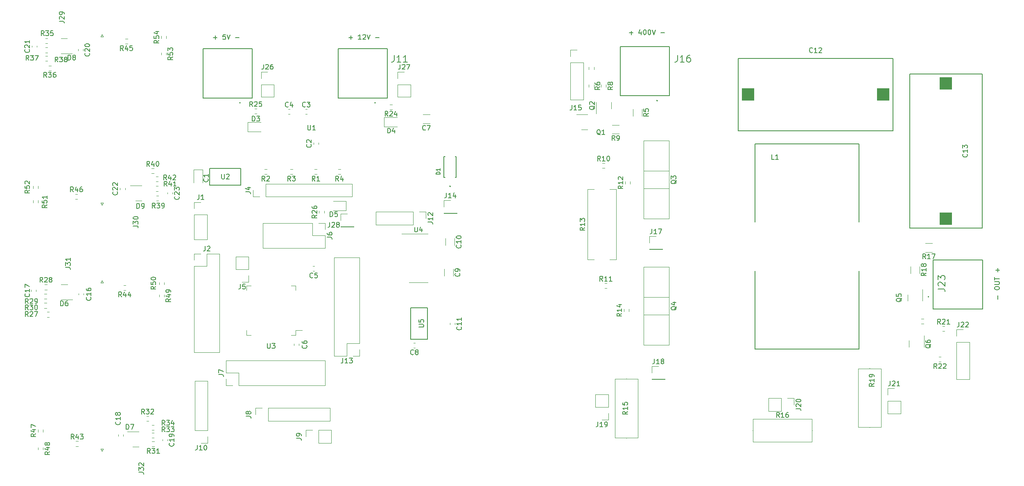
<source format=gbr>
%TF.GenerationSoftware,KiCad,Pcbnew,7.0.9*%
%TF.CreationDate,2023-12-08T00:16:34+01:00*%
%TF.ProjectId,SMPS_V1,534d5053-5f56-4312-9e6b-696361645f70,rev?*%
%TF.SameCoordinates,Original*%
%TF.FileFunction,Legend,Top*%
%TF.FilePolarity,Positive*%
%FSLAX46Y46*%
G04 Gerber Fmt 4.6, Leading zero omitted, Abs format (unit mm)*
G04 Created by KiCad (PCBNEW 7.0.9) date 2023-12-08 00:16:34*
%MOMM*%
%LPD*%
G01*
G04 APERTURE LIST*
%ADD10C,0.150000*%
%ADD11C,0.127000*%
%ADD12C,0.200000*%
%ADD13C,0.120000*%
%ADD14R,2.500000X2.500000*%
G04 APERTURE END LIST*
D10*
X110336779Y-42488866D02*
X111098684Y-42488866D01*
X110717731Y-42869819D02*
X110717731Y-42107914D01*
X112812969Y-41869819D02*
X112336779Y-41869819D01*
X112336779Y-41869819D02*
X112289160Y-42346009D01*
X112289160Y-42346009D02*
X112336779Y-42298390D01*
X112336779Y-42298390D02*
X112432017Y-42250771D01*
X112432017Y-42250771D02*
X112670112Y-42250771D01*
X112670112Y-42250771D02*
X112765350Y-42298390D01*
X112765350Y-42298390D02*
X112812969Y-42346009D01*
X112812969Y-42346009D02*
X112860588Y-42441247D01*
X112860588Y-42441247D02*
X112860588Y-42679342D01*
X112860588Y-42679342D02*
X112812969Y-42774580D01*
X112812969Y-42774580D02*
X112765350Y-42822200D01*
X112765350Y-42822200D02*
X112670112Y-42869819D01*
X112670112Y-42869819D02*
X112432017Y-42869819D01*
X112432017Y-42869819D02*
X112336779Y-42822200D01*
X112336779Y-42822200D02*
X112289160Y-42774580D01*
X113146303Y-41869819D02*
X113479636Y-42869819D01*
X113479636Y-42869819D02*
X113812969Y-41869819D01*
X114908208Y-42488866D02*
X115670113Y-42488866D01*
X138336779Y-42488866D02*
X139098684Y-42488866D01*
X138717731Y-42869819D02*
X138717731Y-42107914D01*
X140860588Y-42869819D02*
X140289160Y-42869819D01*
X140574874Y-42869819D02*
X140574874Y-41869819D01*
X140574874Y-41869819D02*
X140479636Y-42012676D01*
X140479636Y-42012676D02*
X140384398Y-42107914D01*
X140384398Y-42107914D02*
X140289160Y-42155533D01*
X141241541Y-41965057D02*
X141289160Y-41917438D01*
X141289160Y-41917438D02*
X141384398Y-41869819D01*
X141384398Y-41869819D02*
X141622493Y-41869819D01*
X141622493Y-41869819D02*
X141717731Y-41917438D01*
X141717731Y-41917438D02*
X141765350Y-41965057D01*
X141765350Y-41965057D02*
X141812969Y-42060295D01*
X141812969Y-42060295D02*
X141812969Y-42155533D01*
X141812969Y-42155533D02*
X141765350Y-42298390D01*
X141765350Y-42298390D02*
X141193922Y-42869819D01*
X141193922Y-42869819D02*
X141812969Y-42869819D01*
X142098684Y-41869819D02*
X142432017Y-42869819D01*
X142432017Y-42869819D02*
X142765350Y-41869819D01*
X143860589Y-42488866D02*
X144622494Y-42488866D01*
X272488866Y-96663220D02*
X272488866Y-95901316D01*
X271869819Y-94472744D02*
X271869819Y-94282268D01*
X271869819Y-94282268D02*
X271917438Y-94187030D01*
X271917438Y-94187030D02*
X272012676Y-94091792D01*
X272012676Y-94091792D02*
X272203152Y-94044173D01*
X272203152Y-94044173D02*
X272536485Y-94044173D01*
X272536485Y-94044173D02*
X272726961Y-94091792D01*
X272726961Y-94091792D02*
X272822200Y-94187030D01*
X272822200Y-94187030D02*
X272869819Y-94282268D01*
X272869819Y-94282268D02*
X272869819Y-94472744D01*
X272869819Y-94472744D02*
X272822200Y-94567982D01*
X272822200Y-94567982D02*
X272726961Y-94663220D01*
X272726961Y-94663220D02*
X272536485Y-94710839D01*
X272536485Y-94710839D02*
X272203152Y-94710839D01*
X272203152Y-94710839D02*
X272012676Y-94663220D01*
X272012676Y-94663220D02*
X271917438Y-94567982D01*
X271917438Y-94567982D02*
X271869819Y-94472744D01*
X271869819Y-93615601D02*
X272679342Y-93615601D01*
X272679342Y-93615601D02*
X272774580Y-93567982D01*
X272774580Y-93567982D02*
X272822200Y-93520363D01*
X272822200Y-93520363D02*
X272869819Y-93425125D01*
X272869819Y-93425125D02*
X272869819Y-93234649D01*
X272869819Y-93234649D02*
X272822200Y-93139411D01*
X272822200Y-93139411D02*
X272774580Y-93091792D01*
X272774580Y-93091792D02*
X272679342Y-93044173D01*
X272679342Y-93044173D02*
X271869819Y-93044173D01*
X271869819Y-92710839D02*
X271869819Y-92139411D01*
X272869819Y-92425125D02*
X271869819Y-92425125D01*
X272488866Y-91044172D02*
X272488866Y-90282268D01*
X272869819Y-90663220D02*
X272107914Y-90663220D01*
X196336779Y-41488866D02*
X197098684Y-41488866D01*
X196717731Y-41869819D02*
X196717731Y-41107914D01*
X198765350Y-41203152D02*
X198765350Y-41869819D01*
X198527255Y-40822200D02*
X198289160Y-41536485D01*
X198289160Y-41536485D02*
X198908207Y-41536485D01*
X199479636Y-40869819D02*
X199574874Y-40869819D01*
X199574874Y-40869819D02*
X199670112Y-40917438D01*
X199670112Y-40917438D02*
X199717731Y-40965057D01*
X199717731Y-40965057D02*
X199765350Y-41060295D01*
X199765350Y-41060295D02*
X199812969Y-41250771D01*
X199812969Y-41250771D02*
X199812969Y-41488866D01*
X199812969Y-41488866D02*
X199765350Y-41679342D01*
X199765350Y-41679342D02*
X199717731Y-41774580D01*
X199717731Y-41774580D02*
X199670112Y-41822200D01*
X199670112Y-41822200D02*
X199574874Y-41869819D01*
X199574874Y-41869819D02*
X199479636Y-41869819D01*
X199479636Y-41869819D02*
X199384398Y-41822200D01*
X199384398Y-41822200D02*
X199336779Y-41774580D01*
X199336779Y-41774580D02*
X199289160Y-41679342D01*
X199289160Y-41679342D02*
X199241541Y-41488866D01*
X199241541Y-41488866D02*
X199241541Y-41250771D01*
X199241541Y-41250771D02*
X199289160Y-41060295D01*
X199289160Y-41060295D02*
X199336779Y-40965057D01*
X199336779Y-40965057D02*
X199384398Y-40917438D01*
X199384398Y-40917438D02*
X199479636Y-40869819D01*
X200432017Y-40869819D02*
X200527255Y-40869819D01*
X200527255Y-40869819D02*
X200622493Y-40917438D01*
X200622493Y-40917438D02*
X200670112Y-40965057D01*
X200670112Y-40965057D02*
X200717731Y-41060295D01*
X200717731Y-41060295D02*
X200765350Y-41250771D01*
X200765350Y-41250771D02*
X200765350Y-41488866D01*
X200765350Y-41488866D02*
X200717731Y-41679342D01*
X200717731Y-41679342D02*
X200670112Y-41774580D01*
X200670112Y-41774580D02*
X200622493Y-41822200D01*
X200622493Y-41822200D02*
X200527255Y-41869819D01*
X200527255Y-41869819D02*
X200432017Y-41869819D01*
X200432017Y-41869819D02*
X200336779Y-41822200D01*
X200336779Y-41822200D02*
X200289160Y-41774580D01*
X200289160Y-41774580D02*
X200241541Y-41679342D01*
X200241541Y-41679342D02*
X200193922Y-41488866D01*
X200193922Y-41488866D02*
X200193922Y-41250771D01*
X200193922Y-41250771D02*
X200241541Y-41060295D01*
X200241541Y-41060295D02*
X200289160Y-40965057D01*
X200289160Y-40965057D02*
X200336779Y-40917438D01*
X200336779Y-40917438D02*
X200432017Y-40869819D01*
X201051065Y-40869819D02*
X201384398Y-41869819D01*
X201384398Y-41869819D02*
X201717731Y-40869819D01*
X202812970Y-41488866D02*
X203574875Y-41488866D01*
X157201695Y-70802875D02*
X156401695Y-70802875D01*
X156401695Y-70802875D02*
X156401695Y-70612399D01*
X156401695Y-70612399D02*
X156439790Y-70498113D01*
X156439790Y-70498113D02*
X156515980Y-70421923D01*
X156515980Y-70421923D02*
X156592171Y-70383828D01*
X156592171Y-70383828D02*
X156744552Y-70345732D01*
X156744552Y-70345732D02*
X156858838Y-70345732D01*
X156858838Y-70345732D02*
X157011219Y-70383828D01*
X157011219Y-70383828D02*
X157087409Y-70421923D01*
X157087409Y-70421923D02*
X157163600Y-70498113D01*
X157163600Y-70498113D02*
X157201695Y-70612399D01*
X157201695Y-70612399D02*
X157201695Y-70802875D01*
X157201695Y-69583828D02*
X157201695Y-70040971D01*
X157201695Y-69812399D02*
X156401695Y-69812399D01*
X156401695Y-69812399D02*
X156515980Y-69888590D01*
X156515980Y-69888590D02*
X156592171Y-69964780D01*
X156592171Y-69964780D02*
X156630266Y-70040971D01*
X206080057Y-98175238D02*
X206032438Y-98270476D01*
X206032438Y-98270476D02*
X205937200Y-98365714D01*
X205937200Y-98365714D02*
X205794342Y-98508571D01*
X205794342Y-98508571D02*
X205746723Y-98603809D01*
X205746723Y-98603809D02*
X205746723Y-98699047D01*
X205984819Y-98651428D02*
X205937200Y-98746666D01*
X205937200Y-98746666D02*
X205841961Y-98841904D01*
X205841961Y-98841904D02*
X205651485Y-98889523D01*
X205651485Y-98889523D02*
X205318152Y-98889523D01*
X205318152Y-98889523D02*
X205127676Y-98841904D01*
X205127676Y-98841904D02*
X205032438Y-98746666D01*
X205032438Y-98746666D02*
X204984819Y-98651428D01*
X204984819Y-98651428D02*
X204984819Y-98460952D01*
X204984819Y-98460952D02*
X205032438Y-98365714D01*
X205032438Y-98365714D02*
X205127676Y-98270476D01*
X205127676Y-98270476D02*
X205318152Y-98222857D01*
X205318152Y-98222857D02*
X205651485Y-98222857D01*
X205651485Y-98222857D02*
X205841961Y-98270476D01*
X205841961Y-98270476D02*
X205937200Y-98365714D01*
X205937200Y-98365714D02*
X205984819Y-98460952D01*
X205984819Y-98460952D02*
X205984819Y-98651428D01*
X205318152Y-97365714D02*
X205984819Y-97365714D01*
X204937200Y-97603809D02*
X205651485Y-97841904D01*
X205651485Y-97841904D02*
X205651485Y-97222857D01*
X206080057Y-72035238D02*
X206032438Y-72130476D01*
X206032438Y-72130476D02*
X205937200Y-72225714D01*
X205937200Y-72225714D02*
X205794342Y-72368571D01*
X205794342Y-72368571D02*
X205746723Y-72463809D01*
X205746723Y-72463809D02*
X205746723Y-72559047D01*
X205984819Y-72511428D02*
X205937200Y-72606666D01*
X205937200Y-72606666D02*
X205841961Y-72701904D01*
X205841961Y-72701904D02*
X205651485Y-72749523D01*
X205651485Y-72749523D02*
X205318152Y-72749523D01*
X205318152Y-72749523D02*
X205127676Y-72701904D01*
X205127676Y-72701904D02*
X205032438Y-72606666D01*
X205032438Y-72606666D02*
X204984819Y-72511428D01*
X204984819Y-72511428D02*
X204984819Y-72320952D01*
X204984819Y-72320952D02*
X205032438Y-72225714D01*
X205032438Y-72225714D02*
X205127676Y-72130476D01*
X205127676Y-72130476D02*
X205318152Y-72082857D01*
X205318152Y-72082857D02*
X205651485Y-72082857D01*
X205651485Y-72082857D02*
X205841961Y-72130476D01*
X205841961Y-72130476D02*
X205937200Y-72225714D01*
X205937200Y-72225714D02*
X205984819Y-72320952D01*
X205984819Y-72320952D02*
X205984819Y-72511428D01*
X204984819Y-71749523D02*
X204984819Y-71130476D01*
X204984819Y-71130476D02*
X205365771Y-71463809D01*
X205365771Y-71463809D02*
X205365771Y-71320952D01*
X205365771Y-71320952D02*
X205413390Y-71225714D01*
X205413390Y-71225714D02*
X205461009Y-71178095D01*
X205461009Y-71178095D02*
X205556247Y-71130476D01*
X205556247Y-71130476D02*
X205794342Y-71130476D01*
X205794342Y-71130476D02*
X205889580Y-71178095D01*
X205889580Y-71178095D02*
X205937200Y-71225714D01*
X205937200Y-71225714D02*
X205984819Y-71320952D01*
X205984819Y-71320952D02*
X205984819Y-71606666D01*
X205984819Y-71606666D02*
X205937200Y-71701904D01*
X205937200Y-71701904D02*
X205889580Y-71749523D01*
X154684819Y-80709523D02*
X155399104Y-80709523D01*
X155399104Y-80709523D02*
X155541961Y-80757142D01*
X155541961Y-80757142D02*
X155637200Y-80852380D01*
X155637200Y-80852380D02*
X155684819Y-80995237D01*
X155684819Y-80995237D02*
X155684819Y-81090475D01*
X155684819Y-79709523D02*
X155684819Y-80280951D01*
X155684819Y-79995237D02*
X154684819Y-79995237D01*
X154684819Y-79995237D02*
X154827676Y-80090475D01*
X154827676Y-80090475D02*
X154922914Y-80185713D01*
X154922914Y-80185713D02*
X154970533Y-80280951D01*
X154780057Y-79328570D02*
X154732438Y-79280951D01*
X154732438Y-79280951D02*
X154684819Y-79185713D01*
X154684819Y-79185713D02*
X154684819Y-78947618D01*
X154684819Y-78947618D02*
X154732438Y-78852380D01*
X154732438Y-78852380D02*
X154780057Y-78804761D01*
X154780057Y-78804761D02*
X154875295Y-78757142D01*
X154875295Y-78757142D02*
X154970533Y-78757142D01*
X154970533Y-78757142D02*
X155113390Y-78804761D01*
X155113390Y-78804761D02*
X155684819Y-79376189D01*
X155684819Y-79376189D02*
X155684819Y-78757142D01*
X72034142Y-100254819D02*
X71700809Y-99778628D01*
X71462714Y-100254819D02*
X71462714Y-99254819D01*
X71462714Y-99254819D02*
X71843666Y-99254819D01*
X71843666Y-99254819D02*
X71938904Y-99302438D01*
X71938904Y-99302438D02*
X71986523Y-99350057D01*
X71986523Y-99350057D02*
X72034142Y-99445295D01*
X72034142Y-99445295D02*
X72034142Y-99588152D01*
X72034142Y-99588152D02*
X71986523Y-99683390D01*
X71986523Y-99683390D02*
X71938904Y-99731009D01*
X71938904Y-99731009D02*
X71843666Y-99778628D01*
X71843666Y-99778628D02*
X71462714Y-99778628D01*
X72415095Y-99350057D02*
X72462714Y-99302438D01*
X72462714Y-99302438D02*
X72557952Y-99254819D01*
X72557952Y-99254819D02*
X72796047Y-99254819D01*
X72796047Y-99254819D02*
X72891285Y-99302438D01*
X72891285Y-99302438D02*
X72938904Y-99350057D01*
X72938904Y-99350057D02*
X72986523Y-99445295D01*
X72986523Y-99445295D02*
X72986523Y-99540533D01*
X72986523Y-99540533D02*
X72938904Y-99683390D01*
X72938904Y-99683390D02*
X72367476Y-100254819D01*
X72367476Y-100254819D02*
X72986523Y-100254819D01*
X73319857Y-99254819D02*
X73986523Y-99254819D01*
X73986523Y-99254819D02*
X73557952Y-100254819D01*
X76467819Y-128277857D02*
X75991628Y-128611190D01*
X76467819Y-128849285D02*
X75467819Y-128849285D01*
X75467819Y-128849285D02*
X75467819Y-128468333D01*
X75467819Y-128468333D02*
X75515438Y-128373095D01*
X75515438Y-128373095D02*
X75563057Y-128325476D01*
X75563057Y-128325476D02*
X75658295Y-128277857D01*
X75658295Y-128277857D02*
X75801152Y-128277857D01*
X75801152Y-128277857D02*
X75896390Y-128325476D01*
X75896390Y-128325476D02*
X75944009Y-128373095D01*
X75944009Y-128373095D02*
X75991628Y-128468333D01*
X75991628Y-128468333D02*
X75991628Y-128849285D01*
X75801152Y-127420714D02*
X76467819Y-127420714D01*
X75420200Y-127658809D02*
X76134485Y-127896904D01*
X76134485Y-127896904D02*
X76134485Y-127277857D01*
X75896390Y-126754047D02*
X75848771Y-126849285D01*
X75848771Y-126849285D02*
X75801152Y-126896904D01*
X75801152Y-126896904D02*
X75705914Y-126944523D01*
X75705914Y-126944523D02*
X75658295Y-126944523D01*
X75658295Y-126944523D02*
X75563057Y-126896904D01*
X75563057Y-126896904D02*
X75515438Y-126849285D01*
X75515438Y-126849285D02*
X75467819Y-126754047D01*
X75467819Y-126754047D02*
X75467819Y-126563571D01*
X75467819Y-126563571D02*
X75515438Y-126468333D01*
X75515438Y-126468333D02*
X75563057Y-126420714D01*
X75563057Y-126420714D02*
X75658295Y-126373095D01*
X75658295Y-126373095D02*
X75705914Y-126373095D01*
X75705914Y-126373095D02*
X75801152Y-126420714D01*
X75801152Y-126420714D02*
X75848771Y-126468333D01*
X75848771Y-126468333D02*
X75896390Y-126563571D01*
X75896390Y-126563571D02*
X75896390Y-126754047D01*
X75896390Y-126754047D02*
X75944009Y-126849285D01*
X75944009Y-126849285D02*
X75991628Y-126896904D01*
X75991628Y-126896904D02*
X76086866Y-126944523D01*
X76086866Y-126944523D02*
X76277342Y-126944523D01*
X76277342Y-126944523D02*
X76372580Y-126896904D01*
X76372580Y-126896904D02*
X76420200Y-126849285D01*
X76420200Y-126849285D02*
X76467819Y-126754047D01*
X76467819Y-126754047D02*
X76467819Y-126563571D01*
X76467819Y-126563571D02*
X76420200Y-126468333D01*
X76420200Y-126468333D02*
X76372580Y-126420714D01*
X76372580Y-126420714D02*
X76277342Y-126373095D01*
X76277342Y-126373095D02*
X76086866Y-126373095D01*
X76086866Y-126373095D02*
X75991628Y-126420714D01*
X75991628Y-126420714D02*
X75944009Y-126468333D01*
X75944009Y-126468333D02*
X75896390Y-126563571D01*
X99058619Y-43060857D02*
X98582428Y-43394190D01*
X99058619Y-43632285D02*
X98058619Y-43632285D01*
X98058619Y-43632285D02*
X98058619Y-43251333D01*
X98058619Y-43251333D02*
X98106238Y-43156095D01*
X98106238Y-43156095D02*
X98153857Y-43108476D01*
X98153857Y-43108476D02*
X98249095Y-43060857D01*
X98249095Y-43060857D02*
X98391952Y-43060857D01*
X98391952Y-43060857D02*
X98487190Y-43108476D01*
X98487190Y-43108476D02*
X98534809Y-43156095D01*
X98534809Y-43156095D02*
X98582428Y-43251333D01*
X98582428Y-43251333D02*
X98582428Y-43632285D01*
X98058619Y-42156095D02*
X98058619Y-42632285D01*
X98058619Y-42632285D02*
X98534809Y-42679904D01*
X98534809Y-42679904D02*
X98487190Y-42632285D01*
X98487190Y-42632285D02*
X98439571Y-42537047D01*
X98439571Y-42537047D02*
X98439571Y-42298952D01*
X98439571Y-42298952D02*
X98487190Y-42203714D01*
X98487190Y-42203714D02*
X98534809Y-42156095D01*
X98534809Y-42156095D02*
X98630047Y-42108476D01*
X98630047Y-42108476D02*
X98868142Y-42108476D01*
X98868142Y-42108476D02*
X98963380Y-42156095D01*
X98963380Y-42156095D02*
X99011000Y-42203714D01*
X99011000Y-42203714D02*
X99058619Y-42298952D01*
X99058619Y-42298952D02*
X99058619Y-42537047D01*
X99058619Y-42537047D02*
X99011000Y-42632285D01*
X99011000Y-42632285D02*
X98963380Y-42679904D01*
X98391952Y-41251333D02*
X99058619Y-41251333D01*
X98011000Y-41489428D02*
X98725285Y-41727523D01*
X98725285Y-41727523D02*
X98725285Y-41108476D01*
X101918619Y-46489857D02*
X101442428Y-46823190D01*
X101918619Y-47061285D02*
X100918619Y-47061285D01*
X100918619Y-47061285D02*
X100918619Y-46680333D01*
X100918619Y-46680333D02*
X100966238Y-46585095D01*
X100966238Y-46585095D02*
X101013857Y-46537476D01*
X101013857Y-46537476D02*
X101109095Y-46489857D01*
X101109095Y-46489857D02*
X101251952Y-46489857D01*
X101251952Y-46489857D02*
X101347190Y-46537476D01*
X101347190Y-46537476D02*
X101394809Y-46585095D01*
X101394809Y-46585095D02*
X101442428Y-46680333D01*
X101442428Y-46680333D02*
X101442428Y-47061285D01*
X100918619Y-45585095D02*
X100918619Y-46061285D01*
X100918619Y-46061285D02*
X101394809Y-46108904D01*
X101394809Y-46108904D02*
X101347190Y-46061285D01*
X101347190Y-46061285D02*
X101299571Y-45966047D01*
X101299571Y-45966047D02*
X101299571Y-45727952D01*
X101299571Y-45727952D02*
X101347190Y-45632714D01*
X101347190Y-45632714D02*
X101394809Y-45585095D01*
X101394809Y-45585095D02*
X101490047Y-45537476D01*
X101490047Y-45537476D02*
X101728142Y-45537476D01*
X101728142Y-45537476D02*
X101823380Y-45585095D01*
X101823380Y-45585095D02*
X101871000Y-45632714D01*
X101871000Y-45632714D02*
X101918619Y-45727952D01*
X101918619Y-45727952D02*
X101918619Y-45966047D01*
X101918619Y-45966047D02*
X101871000Y-46061285D01*
X101871000Y-46061285D02*
X101823380Y-46108904D01*
X100918619Y-45204142D02*
X100918619Y-44585095D01*
X100918619Y-44585095D02*
X101299571Y-44918428D01*
X101299571Y-44918428D02*
X101299571Y-44775571D01*
X101299571Y-44775571D02*
X101347190Y-44680333D01*
X101347190Y-44680333D02*
X101394809Y-44632714D01*
X101394809Y-44632714D02*
X101490047Y-44585095D01*
X101490047Y-44585095D02*
X101728142Y-44585095D01*
X101728142Y-44585095D02*
X101823380Y-44632714D01*
X101823380Y-44632714D02*
X101871000Y-44680333D01*
X101871000Y-44680333D02*
X101918619Y-44775571D01*
X101918619Y-44775571D02*
X101918619Y-45061285D01*
X101918619Y-45061285D02*
X101871000Y-45156523D01*
X101871000Y-45156523D02*
X101823380Y-45204142D01*
X72331819Y-74099657D02*
X71855628Y-74432990D01*
X72331819Y-74671085D02*
X71331819Y-74671085D01*
X71331819Y-74671085D02*
X71331819Y-74290133D01*
X71331819Y-74290133D02*
X71379438Y-74194895D01*
X71379438Y-74194895D02*
X71427057Y-74147276D01*
X71427057Y-74147276D02*
X71522295Y-74099657D01*
X71522295Y-74099657D02*
X71665152Y-74099657D01*
X71665152Y-74099657D02*
X71760390Y-74147276D01*
X71760390Y-74147276D02*
X71808009Y-74194895D01*
X71808009Y-74194895D02*
X71855628Y-74290133D01*
X71855628Y-74290133D02*
X71855628Y-74671085D01*
X71331819Y-73194895D02*
X71331819Y-73671085D01*
X71331819Y-73671085D02*
X71808009Y-73718704D01*
X71808009Y-73718704D02*
X71760390Y-73671085D01*
X71760390Y-73671085D02*
X71712771Y-73575847D01*
X71712771Y-73575847D02*
X71712771Y-73337752D01*
X71712771Y-73337752D02*
X71760390Y-73242514D01*
X71760390Y-73242514D02*
X71808009Y-73194895D01*
X71808009Y-73194895D02*
X71903247Y-73147276D01*
X71903247Y-73147276D02*
X72141342Y-73147276D01*
X72141342Y-73147276D02*
X72236580Y-73194895D01*
X72236580Y-73194895D02*
X72284200Y-73242514D01*
X72284200Y-73242514D02*
X72331819Y-73337752D01*
X72331819Y-73337752D02*
X72331819Y-73575847D01*
X72331819Y-73575847D02*
X72284200Y-73671085D01*
X72284200Y-73671085D02*
X72236580Y-73718704D01*
X71427057Y-72766323D02*
X71379438Y-72718704D01*
X71379438Y-72718704D02*
X71331819Y-72623466D01*
X71331819Y-72623466D02*
X71331819Y-72385371D01*
X71331819Y-72385371D02*
X71379438Y-72290133D01*
X71379438Y-72290133D02*
X71427057Y-72242514D01*
X71427057Y-72242514D02*
X71522295Y-72194895D01*
X71522295Y-72194895D02*
X71617533Y-72194895D01*
X71617533Y-72194895D02*
X71760390Y-72242514D01*
X71760390Y-72242514D02*
X72331819Y-72813942D01*
X72331819Y-72813942D02*
X72331819Y-72194895D01*
X75892819Y-77147657D02*
X75416628Y-77480990D01*
X75892819Y-77719085D02*
X74892819Y-77719085D01*
X74892819Y-77719085D02*
X74892819Y-77338133D01*
X74892819Y-77338133D02*
X74940438Y-77242895D01*
X74940438Y-77242895D02*
X74988057Y-77195276D01*
X74988057Y-77195276D02*
X75083295Y-77147657D01*
X75083295Y-77147657D02*
X75226152Y-77147657D01*
X75226152Y-77147657D02*
X75321390Y-77195276D01*
X75321390Y-77195276D02*
X75369009Y-77242895D01*
X75369009Y-77242895D02*
X75416628Y-77338133D01*
X75416628Y-77338133D02*
X75416628Y-77719085D01*
X74892819Y-76242895D02*
X74892819Y-76719085D01*
X74892819Y-76719085D02*
X75369009Y-76766704D01*
X75369009Y-76766704D02*
X75321390Y-76719085D01*
X75321390Y-76719085D02*
X75273771Y-76623847D01*
X75273771Y-76623847D02*
X75273771Y-76385752D01*
X75273771Y-76385752D02*
X75321390Y-76290514D01*
X75321390Y-76290514D02*
X75369009Y-76242895D01*
X75369009Y-76242895D02*
X75464247Y-76195276D01*
X75464247Y-76195276D02*
X75702342Y-76195276D01*
X75702342Y-76195276D02*
X75797580Y-76242895D01*
X75797580Y-76242895D02*
X75845200Y-76290514D01*
X75845200Y-76290514D02*
X75892819Y-76385752D01*
X75892819Y-76385752D02*
X75892819Y-76623847D01*
X75892819Y-76623847D02*
X75845200Y-76719085D01*
X75845200Y-76719085D02*
X75797580Y-76766704D01*
X75892819Y-75242895D02*
X75892819Y-75814323D01*
X75892819Y-75528609D02*
X74892819Y-75528609D01*
X74892819Y-75528609D02*
X75035676Y-75623847D01*
X75035676Y-75623847D02*
X75130914Y-75719085D01*
X75130914Y-75719085D02*
X75178533Y-75814323D01*
X98397219Y-94026457D02*
X97921028Y-94359790D01*
X98397219Y-94597885D02*
X97397219Y-94597885D01*
X97397219Y-94597885D02*
X97397219Y-94216933D01*
X97397219Y-94216933D02*
X97444838Y-94121695D01*
X97444838Y-94121695D02*
X97492457Y-94074076D01*
X97492457Y-94074076D02*
X97587695Y-94026457D01*
X97587695Y-94026457D02*
X97730552Y-94026457D01*
X97730552Y-94026457D02*
X97825790Y-94074076D01*
X97825790Y-94074076D02*
X97873409Y-94121695D01*
X97873409Y-94121695D02*
X97921028Y-94216933D01*
X97921028Y-94216933D02*
X97921028Y-94597885D01*
X97397219Y-93121695D02*
X97397219Y-93597885D01*
X97397219Y-93597885D02*
X97873409Y-93645504D01*
X97873409Y-93645504D02*
X97825790Y-93597885D01*
X97825790Y-93597885D02*
X97778171Y-93502647D01*
X97778171Y-93502647D02*
X97778171Y-93264552D01*
X97778171Y-93264552D02*
X97825790Y-93169314D01*
X97825790Y-93169314D02*
X97873409Y-93121695D01*
X97873409Y-93121695D02*
X97968647Y-93074076D01*
X97968647Y-93074076D02*
X98206742Y-93074076D01*
X98206742Y-93074076D02*
X98301980Y-93121695D01*
X98301980Y-93121695D02*
X98349600Y-93169314D01*
X98349600Y-93169314D02*
X98397219Y-93264552D01*
X98397219Y-93264552D02*
X98397219Y-93502647D01*
X98397219Y-93502647D02*
X98349600Y-93597885D01*
X98349600Y-93597885D02*
X98301980Y-93645504D01*
X97397219Y-92455028D02*
X97397219Y-92359790D01*
X97397219Y-92359790D02*
X97444838Y-92264552D01*
X97444838Y-92264552D02*
X97492457Y-92216933D01*
X97492457Y-92216933D02*
X97587695Y-92169314D01*
X97587695Y-92169314D02*
X97778171Y-92121695D01*
X97778171Y-92121695D02*
X98016266Y-92121695D01*
X98016266Y-92121695D02*
X98206742Y-92169314D01*
X98206742Y-92169314D02*
X98301980Y-92216933D01*
X98301980Y-92216933D02*
X98349600Y-92264552D01*
X98349600Y-92264552D02*
X98397219Y-92359790D01*
X98397219Y-92359790D02*
X98397219Y-92455028D01*
X98397219Y-92455028D02*
X98349600Y-92550266D01*
X98349600Y-92550266D02*
X98301980Y-92597885D01*
X98301980Y-92597885D02*
X98206742Y-92645504D01*
X98206742Y-92645504D02*
X98016266Y-92693123D01*
X98016266Y-92693123D02*
X97778171Y-92693123D01*
X97778171Y-92693123D02*
X97587695Y-92645504D01*
X97587695Y-92645504D02*
X97492457Y-92597885D01*
X97492457Y-92597885D02*
X97444838Y-92550266D01*
X97444838Y-92550266D02*
X97397219Y-92455028D01*
X101503619Y-96604057D02*
X101027428Y-96937390D01*
X101503619Y-97175485D02*
X100503619Y-97175485D01*
X100503619Y-97175485D02*
X100503619Y-96794533D01*
X100503619Y-96794533D02*
X100551238Y-96699295D01*
X100551238Y-96699295D02*
X100598857Y-96651676D01*
X100598857Y-96651676D02*
X100694095Y-96604057D01*
X100694095Y-96604057D02*
X100836952Y-96604057D01*
X100836952Y-96604057D02*
X100932190Y-96651676D01*
X100932190Y-96651676D02*
X100979809Y-96699295D01*
X100979809Y-96699295D02*
X101027428Y-96794533D01*
X101027428Y-96794533D02*
X101027428Y-97175485D01*
X100836952Y-95746914D02*
X101503619Y-95746914D01*
X100456000Y-95985009D02*
X101170285Y-96223104D01*
X101170285Y-96223104D02*
X101170285Y-95604057D01*
X101503619Y-95175485D02*
X101503619Y-94985009D01*
X101503619Y-94985009D02*
X101456000Y-94889771D01*
X101456000Y-94889771D02*
X101408380Y-94842152D01*
X101408380Y-94842152D02*
X101265523Y-94746914D01*
X101265523Y-94746914D02*
X101075047Y-94699295D01*
X101075047Y-94699295D02*
X100694095Y-94699295D01*
X100694095Y-94699295D02*
X100598857Y-94746914D01*
X100598857Y-94746914D02*
X100551238Y-94794533D01*
X100551238Y-94794533D02*
X100503619Y-94889771D01*
X100503619Y-94889771D02*
X100503619Y-95080247D01*
X100503619Y-95080247D02*
X100551238Y-95175485D01*
X100551238Y-95175485D02*
X100598857Y-95223104D01*
X100598857Y-95223104D02*
X100694095Y-95270723D01*
X100694095Y-95270723D02*
X100932190Y-95270723D01*
X100932190Y-95270723D02*
X101027428Y-95223104D01*
X101027428Y-95223104D02*
X101075047Y-95175485D01*
X101075047Y-95175485D02*
X101122666Y-95080247D01*
X101122666Y-95080247D02*
X101122666Y-94889771D01*
X101122666Y-94889771D02*
X101075047Y-94794533D01*
X101075047Y-94794533D02*
X101027428Y-94746914D01*
X101027428Y-94746914D02*
X100932190Y-94699295D01*
X73591019Y-124572857D02*
X73114828Y-124906190D01*
X73591019Y-125144285D02*
X72591019Y-125144285D01*
X72591019Y-125144285D02*
X72591019Y-124763333D01*
X72591019Y-124763333D02*
X72638638Y-124668095D01*
X72638638Y-124668095D02*
X72686257Y-124620476D01*
X72686257Y-124620476D02*
X72781495Y-124572857D01*
X72781495Y-124572857D02*
X72924352Y-124572857D01*
X72924352Y-124572857D02*
X73019590Y-124620476D01*
X73019590Y-124620476D02*
X73067209Y-124668095D01*
X73067209Y-124668095D02*
X73114828Y-124763333D01*
X73114828Y-124763333D02*
X73114828Y-125144285D01*
X72924352Y-123715714D02*
X73591019Y-123715714D01*
X72543400Y-123953809D02*
X73257685Y-124191904D01*
X73257685Y-124191904D02*
X73257685Y-123572857D01*
X72591019Y-123287142D02*
X72591019Y-122620476D01*
X72591019Y-122620476D02*
X73591019Y-123049047D01*
X94495105Y-77848619D02*
X94495105Y-76848619D01*
X94495105Y-76848619D02*
X94733200Y-76848619D01*
X94733200Y-76848619D02*
X94876057Y-76896238D01*
X94876057Y-76896238D02*
X94971295Y-76991476D01*
X94971295Y-76991476D02*
X95018914Y-77086714D01*
X95018914Y-77086714D02*
X95066533Y-77277190D01*
X95066533Y-77277190D02*
X95066533Y-77420047D01*
X95066533Y-77420047D02*
X95018914Y-77610523D01*
X95018914Y-77610523D02*
X94971295Y-77705761D01*
X94971295Y-77705761D02*
X94876057Y-77801000D01*
X94876057Y-77801000D02*
X94733200Y-77848619D01*
X94733200Y-77848619D02*
X94495105Y-77848619D01*
X95542724Y-77848619D02*
X95733200Y-77848619D01*
X95733200Y-77848619D02*
X95828438Y-77801000D01*
X95828438Y-77801000D02*
X95876057Y-77753380D01*
X95876057Y-77753380D02*
X95971295Y-77610523D01*
X95971295Y-77610523D02*
X96018914Y-77420047D01*
X96018914Y-77420047D02*
X96018914Y-77039095D01*
X96018914Y-77039095D02*
X95971295Y-76943857D01*
X95971295Y-76943857D02*
X95923676Y-76896238D01*
X95923676Y-76896238D02*
X95828438Y-76848619D01*
X95828438Y-76848619D02*
X95637962Y-76848619D01*
X95637962Y-76848619D02*
X95542724Y-76896238D01*
X95542724Y-76896238D02*
X95495105Y-76943857D01*
X95495105Y-76943857D02*
X95447486Y-77039095D01*
X95447486Y-77039095D02*
X95447486Y-77277190D01*
X95447486Y-77277190D02*
X95495105Y-77372428D01*
X95495105Y-77372428D02*
X95542724Y-77420047D01*
X95542724Y-77420047D02*
X95637962Y-77467666D01*
X95637962Y-77467666D02*
X95828438Y-77467666D01*
X95828438Y-77467666D02*
X95923676Y-77420047D01*
X95923676Y-77420047D02*
X95971295Y-77372428D01*
X95971295Y-77372428D02*
X96018914Y-77277190D01*
X80271105Y-47114619D02*
X80271105Y-46114619D01*
X80271105Y-46114619D02*
X80509200Y-46114619D01*
X80509200Y-46114619D02*
X80652057Y-46162238D01*
X80652057Y-46162238D02*
X80747295Y-46257476D01*
X80747295Y-46257476D02*
X80794914Y-46352714D01*
X80794914Y-46352714D02*
X80842533Y-46543190D01*
X80842533Y-46543190D02*
X80842533Y-46686047D01*
X80842533Y-46686047D02*
X80794914Y-46876523D01*
X80794914Y-46876523D02*
X80747295Y-46971761D01*
X80747295Y-46971761D02*
X80652057Y-47067000D01*
X80652057Y-47067000D02*
X80509200Y-47114619D01*
X80509200Y-47114619D02*
X80271105Y-47114619D01*
X81413962Y-46543190D02*
X81318724Y-46495571D01*
X81318724Y-46495571D02*
X81271105Y-46447952D01*
X81271105Y-46447952D02*
X81223486Y-46352714D01*
X81223486Y-46352714D02*
X81223486Y-46305095D01*
X81223486Y-46305095D02*
X81271105Y-46209857D01*
X81271105Y-46209857D02*
X81318724Y-46162238D01*
X81318724Y-46162238D02*
X81413962Y-46114619D01*
X81413962Y-46114619D02*
X81604438Y-46114619D01*
X81604438Y-46114619D02*
X81699676Y-46162238D01*
X81699676Y-46162238D02*
X81747295Y-46209857D01*
X81747295Y-46209857D02*
X81794914Y-46305095D01*
X81794914Y-46305095D02*
X81794914Y-46352714D01*
X81794914Y-46352714D02*
X81747295Y-46447952D01*
X81747295Y-46447952D02*
X81699676Y-46495571D01*
X81699676Y-46495571D02*
X81604438Y-46543190D01*
X81604438Y-46543190D02*
X81413962Y-46543190D01*
X81413962Y-46543190D02*
X81318724Y-46590809D01*
X81318724Y-46590809D02*
X81271105Y-46638428D01*
X81271105Y-46638428D02*
X81223486Y-46733666D01*
X81223486Y-46733666D02*
X81223486Y-46924142D01*
X81223486Y-46924142D02*
X81271105Y-47019380D01*
X81271105Y-47019380D02*
X81318724Y-47067000D01*
X81318724Y-47067000D02*
X81413962Y-47114619D01*
X81413962Y-47114619D02*
X81604438Y-47114619D01*
X81604438Y-47114619D02*
X81699676Y-47067000D01*
X81699676Y-47067000D02*
X81747295Y-47019380D01*
X81747295Y-47019380D02*
X81794914Y-46924142D01*
X81794914Y-46924142D02*
X81794914Y-46733666D01*
X81794914Y-46733666D02*
X81747295Y-46638428D01*
X81747295Y-46638428D02*
X81699676Y-46590809D01*
X81699676Y-46590809D02*
X81604438Y-46543190D01*
X92285305Y-123619419D02*
X92285305Y-122619419D01*
X92285305Y-122619419D02*
X92523400Y-122619419D01*
X92523400Y-122619419D02*
X92666257Y-122667038D01*
X92666257Y-122667038D02*
X92761495Y-122762276D01*
X92761495Y-122762276D02*
X92809114Y-122857514D01*
X92809114Y-122857514D02*
X92856733Y-123047990D01*
X92856733Y-123047990D02*
X92856733Y-123190847D01*
X92856733Y-123190847D02*
X92809114Y-123381323D01*
X92809114Y-123381323D02*
X92761495Y-123476561D01*
X92761495Y-123476561D02*
X92666257Y-123571800D01*
X92666257Y-123571800D02*
X92523400Y-123619419D01*
X92523400Y-123619419D02*
X92285305Y-123619419D01*
X93190067Y-122619419D02*
X93856733Y-122619419D01*
X93856733Y-122619419D02*
X93428162Y-123619419D01*
X78736305Y-98056619D02*
X78736305Y-97056619D01*
X78736305Y-97056619D02*
X78974400Y-97056619D01*
X78974400Y-97056619D02*
X79117257Y-97104238D01*
X79117257Y-97104238D02*
X79212495Y-97199476D01*
X79212495Y-97199476D02*
X79260114Y-97294714D01*
X79260114Y-97294714D02*
X79307733Y-97485190D01*
X79307733Y-97485190D02*
X79307733Y-97628047D01*
X79307733Y-97628047D02*
X79260114Y-97818523D01*
X79260114Y-97818523D02*
X79212495Y-97913761D01*
X79212495Y-97913761D02*
X79117257Y-98009000D01*
X79117257Y-98009000D02*
X78974400Y-98056619D01*
X78974400Y-98056619D02*
X78736305Y-98056619D01*
X80164876Y-97056619D02*
X79974400Y-97056619D01*
X79974400Y-97056619D02*
X79879162Y-97104238D01*
X79879162Y-97104238D02*
X79831543Y-97151857D01*
X79831543Y-97151857D02*
X79736305Y-97294714D01*
X79736305Y-97294714D02*
X79688686Y-97485190D01*
X79688686Y-97485190D02*
X79688686Y-97866142D01*
X79688686Y-97866142D02*
X79736305Y-97961380D01*
X79736305Y-97961380D02*
X79783924Y-98009000D01*
X79783924Y-98009000D02*
X79879162Y-98056619D01*
X79879162Y-98056619D02*
X80069638Y-98056619D01*
X80069638Y-98056619D02*
X80164876Y-98009000D01*
X80164876Y-98009000D02*
X80212495Y-97961380D01*
X80212495Y-97961380D02*
X80260114Y-97866142D01*
X80260114Y-97866142D02*
X80260114Y-97628047D01*
X80260114Y-97628047D02*
X80212495Y-97532809D01*
X80212495Y-97532809D02*
X80164876Y-97485190D01*
X80164876Y-97485190D02*
X80069638Y-97437571D01*
X80069638Y-97437571D02*
X79879162Y-97437571D01*
X79879162Y-97437571D02*
X79783924Y-97485190D01*
X79783924Y-97485190D02*
X79736305Y-97532809D01*
X79736305Y-97532809D02*
X79688686Y-97628047D01*
X81356942Y-74437419D02*
X81023609Y-73961228D01*
X80785514Y-74437419D02*
X80785514Y-73437419D01*
X80785514Y-73437419D02*
X81166466Y-73437419D01*
X81166466Y-73437419D02*
X81261704Y-73485038D01*
X81261704Y-73485038D02*
X81309323Y-73532657D01*
X81309323Y-73532657D02*
X81356942Y-73627895D01*
X81356942Y-73627895D02*
X81356942Y-73770752D01*
X81356942Y-73770752D02*
X81309323Y-73865990D01*
X81309323Y-73865990D02*
X81261704Y-73913609D01*
X81261704Y-73913609D02*
X81166466Y-73961228D01*
X81166466Y-73961228D02*
X80785514Y-73961228D01*
X82214085Y-73770752D02*
X82214085Y-74437419D01*
X81975990Y-73389800D02*
X81737895Y-74104085D01*
X81737895Y-74104085D02*
X82356942Y-74104085D01*
X83166466Y-73437419D02*
X82975990Y-73437419D01*
X82975990Y-73437419D02*
X82880752Y-73485038D01*
X82880752Y-73485038D02*
X82833133Y-73532657D01*
X82833133Y-73532657D02*
X82737895Y-73675514D01*
X82737895Y-73675514D02*
X82690276Y-73865990D01*
X82690276Y-73865990D02*
X82690276Y-74246942D01*
X82690276Y-74246942D02*
X82737895Y-74342180D01*
X82737895Y-74342180D02*
X82785514Y-74389800D01*
X82785514Y-74389800D02*
X82880752Y-74437419D01*
X82880752Y-74437419D02*
X83071228Y-74437419D01*
X83071228Y-74437419D02*
X83166466Y-74389800D01*
X83166466Y-74389800D02*
X83214085Y-74342180D01*
X83214085Y-74342180D02*
X83261704Y-74246942D01*
X83261704Y-74246942D02*
X83261704Y-74008847D01*
X83261704Y-74008847D02*
X83214085Y-73913609D01*
X83214085Y-73913609D02*
X83166466Y-73865990D01*
X83166466Y-73865990D02*
X83071228Y-73818371D01*
X83071228Y-73818371D02*
X82880752Y-73818371D01*
X82880752Y-73818371D02*
X82785514Y-73865990D01*
X82785514Y-73865990D02*
X82737895Y-73913609D01*
X82737895Y-73913609D02*
X82690276Y-74008847D01*
X91694742Y-45166419D02*
X91361409Y-44690228D01*
X91123314Y-45166419D02*
X91123314Y-44166419D01*
X91123314Y-44166419D02*
X91504266Y-44166419D01*
X91504266Y-44166419D02*
X91599504Y-44214038D01*
X91599504Y-44214038D02*
X91647123Y-44261657D01*
X91647123Y-44261657D02*
X91694742Y-44356895D01*
X91694742Y-44356895D02*
X91694742Y-44499752D01*
X91694742Y-44499752D02*
X91647123Y-44594990D01*
X91647123Y-44594990D02*
X91599504Y-44642609D01*
X91599504Y-44642609D02*
X91504266Y-44690228D01*
X91504266Y-44690228D02*
X91123314Y-44690228D01*
X92551885Y-44499752D02*
X92551885Y-45166419D01*
X92313790Y-44118800D02*
X92075695Y-44833085D01*
X92075695Y-44833085D02*
X92694742Y-44833085D01*
X93551885Y-44166419D02*
X93075695Y-44166419D01*
X93075695Y-44166419D02*
X93028076Y-44642609D01*
X93028076Y-44642609D02*
X93075695Y-44594990D01*
X93075695Y-44594990D02*
X93170933Y-44547371D01*
X93170933Y-44547371D02*
X93409028Y-44547371D01*
X93409028Y-44547371D02*
X93504266Y-44594990D01*
X93504266Y-44594990D02*
X93551885Y-44642609D01*
X93551885Y-44642609D02*
X93599504Y-44737847D01*
X93599504Y-44737847D02*
X93599504Y-44975942D01*
X93599504Y-44975942D02*
X93551885Y-45071180D01*
X93551885Y-45071180D02*
X93504266Y-45118800D01*
X93504266Y-45118800D02*
X93409028Y-45166419D01*
X93409028Y-45166419D02*
X93170933Y-45166419D01*
X93170933Y-45166419D02*
X93075695Y-45118800D01*
X93075695Y-45118800D02*
X93028076Y-45071180D01*
X91339142Y-96195019D02*
X91005809Y-95718828D01*
X90767714Y-96195019D02*
X90767714Y-95195019D01*
X90767714Y-95195019D02*
X91148666Y-95195019D01*
X91148666Y-95195019D02*
X91243904Y-95242638D01*
X91243904Y-95242638D02*
X91291523Y-95290257D01*
X91291523Y-95290257D02*
X91339142Y-95385495D01*
X91339142Y-95385495D02*
X91339142Y-95528352D01*
X91339142Y-95528352D02*
X91291523Y-95623590D01*
X91291523Y-95623590D02*
X91243904Y-95671209D01*
X91243904Y-95671209D02*
X91148666Y-95718828D01*
X91148666Y-95718828D02*
X90767714Y-95718828D01*
X92196285Y-95528352D02*
X92196285Y-96195019D01*
X91958190Y-95147400D02*
X91720095Y-95861685D01*
X91720095Y-95861685D02*
X92339142Y-95861685D01*
X93148666Y-95528352D02*
X93148666Y-96195019D01*
X92910571Y-95147400D02*
X92672476Y-95861685D01*
X92672476Y-95861685D02*
X93291523Y-95861685D01*
X81483942Y-125643819D02*
X81150609Y-125167628D01*
X80912514Y-125643819D02*
X80912514Y-124643819D01*
X80912514Y-124643819D02*
X81293466Y-124643819D01*
X81293466Y-124643819D02*
X81388704Y-124691438D01*
X81388704Y-124691438D02*
X81436323Y-124739057D01*
X81436323Y-124739057D02*
X81483942Y-124834295D01*
X81483942Y-124834295D02*
X81483942Y-124977152D01*
X81483942Y-124977152D02*
X81436323Y-125072390D01*
X81436323Y-125072390D02*
X81388704Y-125120009D01*
X81388704Y-125120009D02*
X81293466Y-125167628D01*
X81293466Y-125167628D02*
X80912514Y-125167628D01*
X82341085Y-124977152D02*
X82341085Y-125643819D01*
X82102990Y-124596200D02*
X81864895Y-125310485D01*
X81864895Y-125310485D02*
X82483942Y-125310485D01*
X82769657Y-124643819D02*
X83388704Y-124643819D01*
X83388704Y-124643819D02*
X83055371Y-125024771D01*
X83055371Y-125024771D02*
X83198228Y-125024771D01*
X83198228Y-125024771D02*
X83293466Y-125072390D01*
X83293466Y-125072390D02*
X83341085Y-125120009D01*
X83341085Y-125120009D02*
X83388704Y-125215247D01*
X83388704Y-125215247D02*
X83388704Y-125453342D01*
X83388704Y-125453342D02*
X83341085Y-125548580D01*
X83341085Y-125548580D02*
X83293466Y-125596200D01*
X83293466Y-125596200D02*
X83198228Y-125643819D01*
X83198228Y-125643819D02*
X82912514Y-125643819D01*
X82912514Y-125643819D02*
X82817276Y-125596200D01*
X82817276Y-125596200D02*
X82769657Y-125548580D01*
X100634142Y-71954819D02*
X100300809Y-71478628D01*
X100062714Y-71954819D02*
X100062714Y-70954819D01*
X100062714Y-70954819D02*
X100443666Y-70954819D01*
X100443666Y-70954819D02*
X100538904Y-71002438D01*
X100538904Y-71002438D02*
X100586523Y-71050057D01*
X100586523Y-71050057D02*
X100634142Y-71145295D01*
X100634142Y-71145295D02*
X100634142Y-71288152D01*
X100634142Y-71288152D02*
X100586523Y-71383390D01*
X100586523Y-71383390D02*
X100538904Y-71431009D01*
X100538904Y-71431009D02*
X100443666Y-71478628D01*
X100443666Y-71478628D02*
X100062714Y-71478628D01*
X101491285Y-71288152D02*
X101491285Y-71954819D01*
X101253190Y-70907200D02*
X101015095Y-71621485D01*
X101015095Y-71621485D02*
X101634142Y-71621485D01*
X101967476Y-71050057D02*
X102015095Y-71002438D01*
X102015095Y-71002438D02*
X102110333Y-70954819D01*
X102110333Y-70954819D02*
X102348428Y-70954819D01*
X102348428Y-70954819D02*
X102443666Y-71002438D01*
X102443666Y-71002438D02*
X102491285Y-71050057D01*
X102491285Y-71050057D02*
X102538904Y-71145295D01*
X102538904Y-71145295D02*
X102538904Y-71240533D01*
X102538904Y-71240533D02*
X102491285Y-71383390D01*
X102491285Y-71383390D02*
X101919857Y-71954819D01*
X101919857Y-71954819D02*
X102538904Y-71954819D01*
X100734142Y-73254819D02*
X100400809Y-72778628D01*
X100162714Y-73254819D02*
X100162714Y-72254819D01*
X100162714Y-72254819D02*
X100543666Y-72254819D01*
X100543666Y-72254819D02*
X100638904Y-72302438D01*
X100638904Y-72302438D02*
X100686523Y-72350057D01*
X100686523Y-72350057D02*
X100734142Y-72445295D01*
X100734142Y-72445295D02*
X100734142Y-72588152D01*
X100734142Y-72588152D02*
X100686523Y-72683390D01*
X100686523Y-72683390D02*
X100638904Y-72731009D01*
X100638904Y-72731009D02*
X100543666Y-72778628D01*
X100543666Y-72778628D02*
X100162714Y-72778628D01*
X101591285Y-72588152D02*
X101591285Y-73254819D01*
X101353190Y-72207200D02*
X101115095Y-72921485D01*
X101115095Y-72921485D02*
X101734142Y-72921485D01*
X102638904Y-73254819D02*
X102067476Y-73254819D01*
X102353190Y-73254819D02*
X102353190Y-72254819D01*
X102353190Y-72254819D02*
X102257952Y-72397676D01*
X102257952Y-72397676D02*
X102162714Y-72492914D01*
X102162714Y-72492914D02*
X102067476Y-72540533D01*
X97130342Y-69128819D02*
X96797009Y-68652628D01*
X96558914Y-69128819D02*
X96558914Y-68128819D01*
X96558914Y-68128819D02*
X96939866Y-68128819D01*
X96939866Y-68128819D02*
X97035104Y-68176438D01*
X97035104Y-68176438D02*
X97082723Y-68224057D01*
X97082723Y-68224057D02*
X97130342Y-68319295D01*
X97130342Y-68319295D02*
X97130342Y-68462152D01*
X97130342Y-68462152D02*
X97082723Y-68557390D01*
X97082723Y-68557390D02*
X97035104Y-68605009D01*
X97035104Y-68605009D02*
X96939866Y-68652628D01*
X96939866Y-68652628D02*
X96558914Y-68652628D01*
X97987485Y-68462152D02*
X97987485Y-69128819D01*
X97749390Y-68081200D02*
X97511295Y-68795485D01*
X97511295Y-68795485D02*
X98130342Y-68795485D01*
X98701771Y-68128819D02*
X98797009Y-68128819D01*
X98797009Y-68128819D02*
X98892247Y-68176438D01*
X98892247Y-68176438D02*
X98939866Y-68224057D01*
X98939866Y-68224057D02*
X98987485Y-68319295D01*
X98987485Y-68319295D02*
X99035104Y-68509771D01*
X99035104Y-68509771D02*
X99035104Y-68747866D01*
X99035104Y-68747866D02*
X98987485Y-68938342D01*
X98987485Y-68938342D02*
X98939866Y-69033580D01*
X98939866Y-69033580D02*
X98892247Y-69081200D01*
X98892247Y-69081200D02*
X98797009Y-69128819D01*
X98797009Y-69128819D02*
X98701771Y-69128819D01*
X98701771Y-69128819D02*
X98606533Y-69081200D01*
X98606533Y-69081200D02*
X98558914Y-69033580D01*
X98558914Y-69033580D02*
X98511295Y-68938342D01*
X98511295Y-68938342D02*
X98463676Y-68747866D01*
X98463676Y-68747866D02*
X98463676Y-68509771D01*
X98463676Y-68509771D02*
X98511295Y-68319295D01*
X98511295Y-68319295D02*
X98558914Y-68224057D01*
X98558914Y-68224057D02*
X98606533Y-68176438D01*
X98606533Y-68176438D02*
X98701771Y-68128819D01*
X98273342Y-77797819D02*
X97940009Y-77321628D01*
X97701914Y-77797819D02*
X97701914Y-76797819D01*
X97701914Y-76797819D02*
X98082866Y-76797819D01*
X98082866Y-76797819D02*
X98178104Y-76845438D01*
X98178104Y-76845438D02*
X98225723Y-76893057D01*
X98225723Y-76893057D02*
X98273342Y-76988295D01*
X98273342Y-76988295D02*
X98273342Y-77131152D01*
X98273342Y-77131152D02*
X98225723Y-77226390D01*
X98225723Y-77226390D02*
X98178104Y-77274009D01*
X98178104Y-77274009D02*
X98082866Y-77321628D01*
X98082866Y-77321628D02*
X97701914Y-77321628D01*
X98606676Y-76797819D02*
X99225723Y-76797819D01*
X99225723Y-76797819D02*
X98892390Y-77178771D01*
X98892390Y-77178771D02*
X99035247Y-77178771D01*
X99035247Y-77178771D02*
X99130485Y-77226390D01*
X99130485Y-77226390D02*
X99178104Y-77274009D01*
X99178104Y-77274009D02*
X99225723Y-77369247D01*
X99225723Y-77369247D02*
X99225723Y-77607342D01*
X99225723Y-77607342D02*
X99178104Y-77702580D01*
X99178104Y-77702580D02*
X99130485Y-77750200D01*
X99130485Y-77750200D02*
X99035247Y-77797819D01*
X99035247Y-77797819D02*
X98749533Y-77797819D01*
X98749533Y-77797819D02*
X98654295Y-77750200D01*
X98654295Y-77750200D02*
X98606676Y-77702580D01*
X99701914Y-77797819D02*
X99892390Y-77797819D01*
X99892390Y-77797819D02*
X99987628Y-77750200D01*
X99987628Y-77750200D02*
X100035247Y-77702580D01*
X100035247Y-77702580D02*
X100130485Y-77559723D01*
X100130485Y-77559723D02*
X100178104Y-77369247D01*
X100178104Y-77369247D02*
X100178104Y-76988295D01*
X100178104Y-76988295D02*
X100130485Y-76893057D01*
X100130485Y-76893057D02*
X100082866Y-76845438D01*
X100082866Y-76845438D02*
X99987628Y-76797819D01*
X99987628Y-76797819D02*
X99797152Y-76797819D01*
X99797152Y-76797819D02*
X99701914Y-76845438D01*
X99701914Y-76845438D02*
X99654295Y-76893057D01*
X99654295Y-76893057D02*
X99606676Y-76988295D01*
X99606676Y-76988295D02*
X99606676Y-77226390D01*
X99606676Y-77226390D02*
X99654295Y-77321628D01*
X99654295Y-77321628D02*
X99701914Y-77369247D01*
X99701914Y-77369247D02*
X99797152Y-77416866D01*
X99797152Y-77416866D02*
X99987628Y-77416866D01*
X99987628Y-77416866D02*
X100082866Y-77369247D01*
X100082866Y-77369247D02*
X100130485Y-77321628D01*
X100130485Y-77321628D02*
X100178104Y-77226390D01*
X78156542Y-47521019D02*
X77823209Y-47044828D01*
X77585114Y-47521019D02*
X77585114Y-46521019D01*
X77585114Y-46521019D02*
X77966066Y-46521019D01*
X77966066Y-46521019D02*
X78061304Y-46568638D01*
X78061304Y-46568638D02*
X78108923Y-46616257D01*
X78108923Y-46616257D02*
X78156542Y-46711495D01*
X78156542Y-46711495D02*
X78156542Y-46854352D01*
X78156542Y-46854352D02*
X78108923Y-46949590D01*
X78108923Y-46949590D02*
X78061304Y-46997209D01*
X78061304Y-46997209D02*
X77966066Y-47044828D01*
X77966066Y-47044828D02*
X77585114Y-47044828D01*
X78489876Y-46521019D02*
X79108923Y-46521019D01*
X79108923Y-46521019D02*
X78775590Y-46901971D01*
X78775590Y-46901971D02*
X78918447Y-46901971D01*
X78918447Y-46901971D02*
X79013685Y-46949590D01*
X79013685Y-46949590D02*
X79061304Y-46997209D01*
X79061304Y-46997209D02*
X79108923Y-47092447D01*
X79108923Y-47092447D02*
X79108923Y-47330542D01*
X79108923Y-47330542D02*
X79061304Y-47425780D01*
X79061304Y-47425780D02*
X79013685Y-47473400D01*
X79013685Y-47473400D02*
X78918447Y-47521019D01*
X78918447Y-47521019D02*
X78632733Y-47521019D01*
X78632733Y-47521019D02*
X78537495Y-47473400D01*
X78537495Y-47473400D02*
X78489876Y-47425780D01*
X79680352Y-46949590D02*
X79585114Y-46901971D01*
X79585114Y-46901971D02*
X79537495Y-46854352D01*
X79537495Y-46854352D02*
X79489876Y-46759114D01*
X79489876Y-46759114D02*
X79489876Y-46711495D01*
X79489876Y-46711495D02*
X79537495Y-46616257D01*
X79537495Y-46616257D02*
X79585114Y-46568638D01*
X79585114Y-46568638D02*
X79680352Y-46521019D01*
X79680352Y-46521019D02*
X79870828Y-46521019D01*
X79870828Y-46521019D02*
X79966066Y-46568638D01*
X79966066Y-46568638D02*
X80013685Y-46616257D01*
X80013685Y-46616257D02*
X80061304Y-46711495D01*
X80061304Y-46711495D02*
X80061304Y-46759114D01*
X80061304Y-46759114D02*
X80013685Y-46854352D01*
X80013685Y-46854352D02*
X79966066Y-46901971D01*
X79966066Y-46901971D02*
X79870828Y-46949590D01*
X79870828Y-46949590D02*
X79680352Y-46949590D01*
X79680352Y-46949590D02*
X79585114Y-46997209D01*
X79585114Y-46997209D02*
X79537495Y-47044828D01*
X79537495Y-47044828D02*
X79489876Y-47140066D01*
X79489876Y-47140066D02*
X79489876Y-47330542D01*
X79489876Y-47330542D02*
X79537495Y-47425780D01*
X79537495Y-47425780D02*
X79585114Y-47473400D01*
X79585114Y-47473400D02*
X79680352Y-47521019D01*
X79680352Y-47521019D02*
X79870828Y-47521019D01*
X79870828Y-47521019D02*
X79966066Y-47473400D01*
X79966066Y-47473400D02*
X80013685Y-47425780D01*
X80013685Y-47425780D02*
X80061304Y-47330542D01*
X80061304Y-47330542D02*
X80061304Y-47140066D01*
X80061304Y-47140066D02*
X80013685Y-47044828D01*
X80013685Y-47044828D02*
X79966066Y-46997209D01*
X79966066Y-46997209D02*
X79870828Y-46949590D01*
X72162142Y-47190819D02*
X71828809Y-46714628D01*
X71590714Y-47190819D02*
X71590714Y-46190819D01*
X71590714Y-46190819D02*
X71971666Y-46190819D01*
X71971666Y-46190819D02*
X72066904Y-46238438D01*
X72066904Y-46238438D02*
X72114523Y-46286057D01*
X72114523Y-46286057D02*
X72162142Y-46381295D01*
X72162142Y-46381295D02*
X72162142Y-46524152D01*
X72162142Y-46524152D02*
X72114523Y-46619390D01*
X72114523Y-46619390D02*
X72066904Y-46667009D01*
X72066904Y-46667009D02*
X71971666Y-46714628D01*
X71971666Y-46714628D02*
X71590714Y-46714628D01*
X72495476Y-46190819D02*
X73114523Y-46190819D01*
X73114523Y-46190819D02*
X72781190Y-46571771D01*
X72781190Y-46571771D02*
X72924047Y-46571771D01*
X72924047Y-46571771D02*
X73019285Y-46619390D01*
X73019285Y-46619390D02*
X73066904Y-46667009D01*
X73066904Y-46667009D02*
X73114523Y-46762247D01*
X73114523Y-46762247D02*
X73114523Y-47000342D01*
X73114523Y-47000342D02*
X73066904Y-47095580D01*
X73066904Y-47095580D02*
X73019285Y-47143200D01*
X73019285Y-47143200D02*
X72924047Y-47190819D01*
X72924047Y-47190819D02*
X72638333Y-47190819D01*
X72638333Y-47190819D02*
X72543095Y-47143200D01*
X72543095Y-47143200D02*
X72495476Y-47095580D01*
X73447857Y-46190819D02*
X74114523Y-46190819D01*
X74114523Y-46190819D02*
X73685952Y-47190819D01*
X75857342Y-50703619D02*
X75524009Y-50227428D01*
X75285914Y-50703619D02*
X75285914Y-49703619D01*
X75285914Y-49703619D02*
X75666866Y-49703619D01*
X75666866Y-49703619D02*
X75762104Y-49751238D01*
X75762104Y-49751238D02*
X75809723Y-49798857D01*
X75809723Y-49798857D02*
X75857342Y-49894095D01*
X75857342Y-49894095D02*
X75857342Y-50036952D01*
X75857342Y-50036952D02*
X75809723Y-50132190D01*
X75809723Y-50132190D02*
X75762104Y-50179809D01*
X75762104Y-50179809D02*
X75666866Y-50227428D01*
X75666866Y-50227428D02*
X75285914Y-50227428D01*
X76190676Y-49703619D02*
X76809723Y-49703619D01*
X76809723Y-49703619D02*
X76476390Y-50084571D01*
X76476390Y-50084571D02*
X76619247Y-50084571D01*
X76619247Y-50084571D02*
X76714485Y-50132190D01*
X76714485Y-50132190D02*
X76762104Y-50179809D01*
X76762104Y-50179809D02*
X76809723Y-50275047D01*
X76809723Y-50275047D02*
X76809723Y-50513142D01*
X76809723Y-50513142D02*
X76762104Y-50608380D01*
X76762104Y-50608380D02*
X76714485Y-50656000D01*
X76714485Y-50656000D02*
X76619247Y-50703619D01*
X76619247Y-50703619D02*
X76333533Y-50703619D01*
X76333533Y-50703619D02*
X76238295Y-50656000D01*
X76238295Y-50656000D02*
X76190676Y-50608380D01*
X77666866Y-49703619D02*
X77476390Y-49703619D01*
X77476390Y-49703619D02*
X77381152Y-49751238D01*
X77381152Y-49751238D02*
X77333533Y-49798857D01*
X77333533Y-49798857D02*
X77238295Y-49941714D01*
X77238295Y-49941714D02*
X77190676Y-50132190D01*
X77190676Y-50132190D02*
X77190676Y-50513142D01*
X77190676Y-50513142D02*
X77238295Y-50608380D01*
X77238295Y-50608380D02*
X77285914Y-50656000D01*
X77285914Y-50656000D02*
X77381152Y-50703619D01*
X77381152Y-50703619D02*
X77571628Y-50703619D01*
X77571628Y-50703619D02*
X77666866Y-50656000D01*
X77666866Y-50656000D02*
X77714485Y-50608380D01*
X77714485Y-50608380D02*
X77762104Y-50513142D01*
X77762104Y-50513142D02*
X77762104Y-50275047D01*
X77762104Y-50275047D02*
X77714485Y-50179809D01*
X77714485Y-50179809D02*
X77666866Y-50132190D01*
X77666866Y-50132190D02*
X77571628Y-50084571D01*
X77571628Y-50084571D02*
X77381152Y-50084571D01*
X77381152Y-50084571D02*
X77285914Y-50132190D01*
X77285914Y-50132190D02*
X77238295Y-50179809D01*
X77238295Y-50179809D02*
X77190676Y-50275047D01*
X75299542Y-42085419D02*
X74966209Y-41609228D01*
X74728114Y-42085419D02*
X74728114Y-41085419D01*
X74728114Y-41085419D02*
X75109066Y-41085419D01*
X75109066Y-41085419D02*
X75204304Y-41133038D01*
X75204304Y-41133038D02*
X75251923Y-41180657D01*
X75251923Y-41180657D02*
X75299542Y-41275895D01*
X75299542Y-41275895D02*
X75299542Y-41418752D01*
X75299542Y-41418752D02*
X75251923Y-41513990D01*
X75251923Y-41513990D02*
X75204304Y-41561609D01*
X75204304Y-41561609D02*
X75109066Y-41609228D01*
X75109066Y-41609228D02*
X74728114Y-41609228D01*
X75632876Y-41085419D02*
X76251923Y-41085419D01*
X76251923Y-41085419D02*
X75918590Y-41466371D01*
X75918590Y-41466371D02*
X76061447Y-41466371D01*
X76061447Y-41466371D02*
X76156685Y-41513990D01*
X76156685Y-41513990D02*
X76204304Y-41561609D01*
X76204304Y-41561609D02*
X76251923Y-41656847D01*
X76251923Y-41656847D02*
X76251923Y-41894942D01*
X76251923Y-41894942D02*
X76204304Y-41990180D01*
X76204304Y-41990180D02*
X76156685Y-42037800D01*
X76156685Y-42037800D02*
X76061447Y-42085419D01*
X76061447Y-42085419D02*
X75775733Y-42085419D01*
X75775733Y-42085419D02*
X75680495Y-42037800D01*
X75680495Y-42037800D02*
X75632876Y-41990180D01*
X77156685Y-41085419D02*
X76680495Y-41085419D01*
X76680495Y-41085419D02*
X76632876Y-41561609D01*
X76632876Y-41561609D02*
X76680495Y-41513990D01*
X76680495Y-41513990D02*
X76775733Y-41466371D01*
X76775733Y-41466371D02*
X77013828Y-41466371D01*
X77013828Y-41466371D02*
X77109066Y-41513990D01*
X77109066Y-41513990D02*
X77156685Y-41561609D01*
X77156685Y-41561609D02*
X77204304Y-41656847D01*
X77204304Y-41656847D02*
X77204304Y-41894942D01*
X77204304Y-41894942D02*
X77156685Y-41990180D01*
X77156685Y-41990180D02*
X77109066Y-42037800D01*
X77109066Y-42037800D02*
X77013828Y-42085419D01*
X77013828Y-42085419D02*
X76775733Y-42085419D01*
X76775733Y-42085419D02*
X76680495Y-42037800D01*
X76680495Y-42037800D02*
X76632876Y-41990180D01*
X100279942Y-122781219D02*
X99946609Y-122305028D01*
X99708514Y-122781219D02*
X99708514Y-121781219D01*
X99708514Y-121781219D02*
X100089466Y-121781219D01*
X100089466Y-121781219D02*
X100184704Y-121828838D01*
X100184704Y-121828838D02*
X100232323Y-121876457D01*
X100232323Y-121876457D02*
X100279942Y-121971695D01*
X100279942Y-121971695D02*
X100279942Y-122114552D01*
X100279942Y-122114552D02*
X100232323Y-122209790D01*
X100232323Y-122209790D02*
X100184704Y-122257409D01*
X100184704Y-122257409D02*
X100089466Y-122305028D01*
X100089466Y-122305028D02*
X99708514Y-122305028D01*
X100613276Y-121781219D02*
X101232323Y-121781219D01*
X101232323Y-121781219D02*
X100898990Y-122162171D01*
X100898990Y-122162171D02*
X101041847Y-122162171D01*
X101041847Y-122162171D02*
X101137085Y-122209790D01*
X101137085Y-122209790D02*
X101184704Y-122257409D01*
X101184704Y-122257409D02*
X101232323Y-122352647D01*
X101232323Y-122352647D02*
X101232323Y-122590742D01*
X101232323Y-122590742D02*
X101184704Y-122685980D01*
X101184704Y-122685980D02*
X101137085Y-122733600D01*
X101137085Y-122733600D02*
X101041847Y-122781219D01*
X101041847Y-122781219D02*
X100756133Y-122781219D01*
X100756133Y-122781219D02*
X100660895Y-122733600D01*
X100660895Y-122733600D02*
X100613276Y-122685980D01*
X102089466Y-122114552D02*
X102089466Y-122781219D01*
X101851371Y-121733600D02*
X101613276Y-122447885D01*
X101613276Y-122447885D02*
X102232323Y-122447885D01*
X100279942Y-124127419D02*
X99946609Y-123651228D01*
X99708514Y-124127419D02*
X99708514Y-123127419D01*
X99708514Y-123127419D02*
X100089466Y-123127419D01*
X100089466Y-123127419D02*
X100184704Y-123175038D01*
X100184704Y-123175038D02*
X100232323Y-123222657D01*
X100232323Y-123222657D02*
X100279942Y-123317895D01*
X100279942Y-123317895D02*
X100279942Y-123460752D01*
X100279942Y-123460752D02*
X100232323Y-123555990D01*
X100232323Y-123555990D02*
X100184704Y-123603609D01*
X100184704Y-123603609D02*
X100089466Y-123651228D01*
X100089466Y-123651228D02*
X99708514Y-123651228D01*
X100613276Y-123127419D02*
X101232323Y-123127419D01*
X101232323Y-123127419D02*
X100898990Y-123508371D01*
X100898990Y-123508371D02*
X101041847Y-123508371D01*
X101041847Y-123508371D02*
X101137085Y-123555990D01*
X101137085Y-123555990D02*
X101184704Y-123603609D01*
X101184704Y-123603609D02*
X101232323Y-123698847D01*
X101232323Y-123698847D02*
X101232323Y-123936942D01*
X101232323Y-123936942D02*
X101184704Y-124032180D01*
X101184704Y-124032180D02*
X101137085Y-124079800D01*
X101137085Y-124079800D02*
X101041847Y-124127419D01*
X101041847Y-124127419D02*
X100756133Y-124127419D01*
X100756133Y-124127419D02*
X100660895Y-124079800D01*
X100660895Y-124079800D02*
X100613276Y-124032180D01*
X101565657Y-123127419D02*
X102184704Y-123127419D01*
X102184704Y-123127419D02*
X101851371Y-123508371D01*
X101851371Y-123508371D02*
X101994228Y-123508371D01*
X101994228Y-123508371D02*
X102089466Y-123555990D01*
X102089466Y-123555990D02*
X102137085Y-123603609D01*
X102137085Y-123603609D02*
X102184704Y-123698847D01*
X102184704Y-123698847D02*
X102184704Y-123936942D01*
X102184704Y-123936942D02*
X102137085Y-124032180D01*
X102137085Y-124032180D02*
X102089466Y-124079800D01*
X102089466Y-124079800D02*
X101994228Y-124127419D01*
X101994228Y-124127419D02*
X101708514Y-124127419D01*
X101708514Y-124127419D02*
X101613276Y-124079800D01*
X101613276Y-124079800D02*
X101565657Y-124032180D01*
X96076742Y-120436819D02*
X95743409Y-119960628D01*
X95505314Y-120436819D02*
X95505314Y-119436819D01*
X95505314Y-119436819D02*
X95886266Y-119436819D01*
X95886266Y-119436819D02*
X95981504Y-119484438D01*
X95981504Y-119484438D02*
X96029123Y-119532057D01*
X96029123Y-119532057D02*
X96076742Y-119627295D01*
X96076742Y-119627295D02*
X96076742Y-119770152D01*
X96076742Y-119770152D02*
X96029123Y-119865390D01*
X96029123Y-119865390D02*
X95981504Y-119913009D01*
X95981504Y-119913009D02*
X95886266Y-119960628D01*
X95886266Y-119960628D02*
X95505314Y-119960628D01*
X96410076Y-119436819D02*
X97029123Y-119436819D01*
X97029123Y-119436819D02*
X96695790Y-119817771D01*
X96695790Y-119817771D02*
X96838647Y-119817771D01*
X96838647Y-119817771D02*
X96933885Y-119865390D01*
X96933885Y-119865390D02*
X96981504Y-119913009D01*
X96981504Y-119913009D02*
X97029123Y-120008247D01*
X97029123Y-120008247D02*
X97029123Y-120246342D01*
X97029123Y-120246342D02*
X96981504Y-120341580D01*
X96981504Y-120341580D02*
X96933885Y-120389200D01*
X96933885Y-120389200D02*
X96838647Y-120436819D01*
X96838647Y-120436819D02*
X96552933Y-120436819D01*
X96552933Y-120436819D02*
X96457695Y-120389200D01*
X96457695Y-120389200D02*
X96410076Y-120341580D01*
X97410076Y-119532057D02*
X97457695Y-119484438D01*
X97457695Y-119484438D02*
X97552933Y-119436819D01*
X97552933Y-119436819D02*
X97791028Y-119436819D01*
X97791028Y-119436819D02*
X97886266Y-119484438D01*
X97886266Y-119484438D02*
X97933885Y-119532057D01*
X97933885Y-119532057D02*
X97981504Y-119627295D01*
X97981504Y-119627295D02*
X97981504Y-119722533D01*
X97981504Y-119722533D02*
X97933885Y-119865390D01*
X97933885Y-119865390D02*
X97362457Y-120436819D01*
X97362457Y-120436819D02*
X97981504Y-120436819D01*
X97269542Y-128597819D02*
X96936209Y-128121628D01*
X96698114Y-128597819D02*
X96698114Y-127597819D01*
X96698114Y-127597819D02*
X97079066Y-127597819D01*
X97079066Y-127597819D02*
X97174304Y-127645438D01*
X97174304Y-127645438D02*
X97221923Y-127693057D01*
X97221923Y-127693057D02*
X97269542Y-127788295D01*
X97269542Y-127788295D02*
X97269542Y-127931152D01*
X97269542Y-127931152D02*
X97221923Y-128026390D01*
X97221923Y-128026390D02*
X97174304Y-128074009D01*
X97174304Y-128074009D02*
X97079066Y-128121628D01*
X97079066Y-128121628D02*
X96698114Y-128121628D01*
X97602876Y-127597819D02*
X98221923Y-127597819D01*
X98221923Y-127597819D02*
X97888590Y-127978771D01*
X97888590Y-127978771D02*
X98031447Y-127978771D01*
X98031447Y-127978771D02*
X98126685Y-128026390D01*
X98126685Y-128026390D02*
X98174304Y-128074009D01*
X98174304Y-128074009D02*
X98221923Y-128169247D01*
X98221923Y-128169247D02*
X98221923Y-128407342D01*
X98221923Y-128407342D02*
X98174304Y-128502580D01*
X98174304Y-128502580D02*
X98126685Y-128550200D01*
X98126685Y-128550200D02*
X98031447Y-128597819D01*
X98031447Y-128597819D02*
X97745733Y-128597819D01*
X97745733Y-128597819D02*
X97650495Y-128550200D01*
X97650495Y-128550200D02*
X97602876Y-128502580D01*
X99174304Y-128597819D02*
X98602876Y-128597819D01*
X98888590Y-128597819D02*
X98888590Y-127597819D01*
X98888590Y-127597819D02*
X98793352Y-127740676D01*
X98793352Y-127740676D02*
X98698114Y-127835914D01*
X98698114Y-127835914D02*
X98602876Y-127883533D01*
X72034142Y-98854819D02*
X71700809Y-98378628D01*
X71462714Y-98854819D02*
X71462714Y-97854819D01*
X71462714Y-97854819D02*
X71843666Y-97854819D01*
X71843666Y-97854819D02*
X71938904Y-97902438D01*
X71938904Y-97902438D02*
X71986523Y-97950057D01*
X71986523Y-97950057D02*
X72034142Y-98045295D01*
X72034142Y-98045295D02*
X72034142Y-98188152D01*
X72034142Y-98188152D02*
X71986523Y-98283390D01*
X71986523Y-98283390D02*
X71938904Y-98331009D01*
X71938904Y-98331009D02*
X71843666Y-98378628D01*
X71843666Y-98378628D02*
X71462714Y-98378628D01*
X72367476Y-97854819D02*
X72986523Y-97854819D01*
X72986523Y-97854819D02*
X72653190Y-98235771D01*
X72653190Y-98235771D02*
X72796047Y-98235771D01*
X72796047Y-98235771D02*
X72891285Y-98283390D01*
X72891285Y-98283390D02*
X72938904Y-98331009D01*
X72938904Y-98331009D02*
X72986523Y-98426247D01*
X72986523Y-98426247D02*
X72986523Y-98664342D01*
X72986523Y-98664342D02*
X72938904Y-98759580D01*
X72938904Y-98759580D02*
X72891285Y-98807200D01*
X72891285Y-98807200D02*
X72796047Y-98854819D01*
X72796047Y-98854819D02*
X72510333Y-98854819D01*
X72510333Y-98854819D02*
X72415095Y-98807200D01*
X72415095Y-98807200D02*
X72367476Y-98759580D01*
X73605571Y-97854819D02*
X73700809Y-97854819D01*
X73700809Y-97854819D02*
X73796047Y-97902438D01*
X73796047Y-97902438D02*
X73843666Y-97950057D01*
X73843666Y-97950057D02*
X73891285Y-98045295D01*
X73891285Y-98045295D02*
X73938904Y-98235771D01*
X73938904Y-98235771D02*
X73938904Y-98473866D01*
X73938904Y-98473866D02*
X73891285Y-98664342D01*
X73891285Y-98664342D02*
X73843666Y-98759580D01*
X73843666Y-98759580D02*
X73796047Y-98807200D01*
X73796047Y-98807200D02*
X73700809Y-98854819D01*
X73700809Y-98854819D02*
X73605571Y-98854819D01*
X73605571Y-98854819D02*
X73510333Y-98807200D01*
X73510333Y-98807200D02*
X73462714Y-98759580D01*
X73462714Y-98759580D02*
X73415095Y-98664342D01*
X73415095Y-98664342D02*
X73367476Y-98473866D01*
X73367476Y-98473866D02*
X73367476Y-98235771D01*
X73367476Y-98235771D02*
X73415095Y-98045295D01*
X73415095Y-98045295D02*
X73462714Y-97950057D01*
X73462714Y-97950057D02*
X73510333Y-97902438D01*
X73510333Y-97902438D02*
X73605571Y-97854819D01*
X72034142Y-97554819D02*
X71700809Y-97078628D01*
X71462714Y-97554819D02*
X71462714Y-96554819D01*
X71462714Y-96554819D02*
X71843666Y-96554819D01*
X71843666Y-96554819D02*
X71938904Y-96602438D01*
X71938904Y-96602438D02*
X71986523Y-96650057D01*
X71986523Y-96650057D02*
X72034142Y-96745295D01*
X72034142Y-96745295D02*
X72034142Y-96888152D01*
X72034142Y-96888152D02*
X71986523Y-96983390D01*
X71986523Y-96983390D02*
X71938904Y-97031009D01*
X71938904Y-97031009D02*
X71843666Y-97078628D01*
X71843666Y-97078628D02*
X71462714Y-97078628D01*
X72415095Y-96650057D02*
X72462714Y-96602438D01*
X72462714Y-96602438D02*
X72557952Y-96554819D01*
X72557952Y-96554819D02*
X72796047Y-96554819D01*
X72796047Y-96554819D02*
X72891285Y-96602438D01*
X72891285Y-96602438D02*
X72938904Y-96650057D01*
X72938904Y-96650057D02*
X72986523Y-96745295D01*
X72986523Y-96745295D02*
X72986523Y-96840533D01*
X72986523Y-96840533D02*
X72938904Y-96983390D01*
X72938904Y-96983390D02*
X72367476Y-97554819D01*
X72367476Y-97554819D02*
X72986523Y-97554819D01*
X73462714Y-97554819D02*
X73653190Y-97554819D01*
X73653190Y-97554819D02*
X73748428Y-97507200D01*
X73748428Y-97507200D02*
X73796047Y-97459580D01*
X73796047Y-97459580D02*
X73891285Y-97316723D01*
X73891285Y-97316723D02*
X73938904Y-97126247D01*
X73938904Y-97126247D02*
X73938904Y-96745295D01*
X73938904Y-96745295D02*
X73891285Y-96650057D01*
X73891285Y-96650057D02*
X73843666Y-96602438D01*
X73843666Y-96602438D02*
X73748428Y-96554819D01*
X73748428Y-96554819D02*
X73557952Y-96554819D01*
X73557952Y-96554819D02*
X73462714Y-96602438D01*
X73462714Y-96602438D02*
X73415095Y-96650057D01*
X73415095Y-96650057D02*
X73367476Y-96745295D01*
X73367476Y-96745295D02*
X73367476Y-96983390D01*
X73367476Y-96983390D02*
X73415095Y-97078628D01*
X73415095Y-97078628D02*
X73462714Y-97126247D01*
X73462714Y-97126247D02*
X73557952Y-97173866D01*
X73557952Y-97173866D02*
X73748428Y-97173866D01*
X73748428Y-97173866D02*
X73843666Y-97126247D01*
X73843666Y-97126247D02*
X73891285Y-97078628D01*
X73891285Y-97078628D02*
X73938904Y-96983390D01*
X75034142Y-93154819D02*
X74700809Y-92678628D01*
X74462714Y-93154819D02*
X74462714Y-92154819D01*
X74462714Y-92154819D02*
X74843666Y-92154819D01*
X74843666Y-92154819D02*
X74938904Y-92202438D01*
X74938904Y-92202438D02*
X74986523Y-92250057D01*
X74986523Y-92250057D02*
X75034142Y-92345295D01*
X75034142Y-92345295D02*
X75034142Y-92488152D01*
X75034142Y-92488152D02*
X74986523Y-92583390D01*
X74986523Y-92583390D02*
X74938904Y-92631009D01*
X74938904Y-92631009D02*
X74843666Y-92678628D01*
X74843666Y-92678628D02*
X74462714Y-92678628D01*
X75415095Y-92250057D02*
X75462714Y-92202438D01*
X75462714Y-92202438D02*
X75557952Y-92154819D01*
X75557952Y-92154819D02*
X75796047Y-92154819D01*
X75796047Y-92154819D02*
X75891285Y-92202438D01*
X75891285Y-92202438D02*
X75938904Y-92250057D01*
X75938904Y-92250057D02*
X75986523Y-92345295D01*
X75986523Y-92345295D02*
X75986523Y-92440533D01*
X75986523Y-92440533D02*
X75938904Y-92583390D01*
X75938904Y-92583390D02*
X75367476Y-93154819D01*
X75367476Y-93154819D02*
X75986523Y-93154819D01*
X76557952Y-92583390D02*
X76462714Y-92535771D01*
X76462714Y-92535771D02*
X76415095Y-92488152D01*
X76415095Y-92488152D02*
X76367476Y-92392914D01*
X76367476Y-92392914D02*
X76367476Y-92345295D01*
X76367476Y-92345295D02*
X76415095Y-92250057D01*
X76415095Y-92250057D02*
X76462714Y-92202438D01*
X76462714Y-92202438D02*
X76557952Y-92154819D01*
X76557952Y-92154819D02*
X76748428Y-92154819D01*
X76748428Y-92154819D02*
X76843666Y-92202438D01*
X76843666Y-92202438D02*
X76891285Y-92250057D01*
X76891285Y-92250057D02*
X76938904Y-92345295D01*
X76938904Y-92345295D02*
X76938904Y-92392914D01*
X76938904Y-92392914D02*
X76891285Y-92488152D01*
X76891285Y-92488152D02*
X76843666Y-92535771D01*
X76843666Y-92535771D02*
X76748428Y-92583390D01*
X76748428Y-92583390D02*
X76557952Y-92583390D01*
X76557952Y-92583390D02*
X76462714Y-92631009D01*
X76462714Y-92631009D02*
X76415095Y-92678628D01*
X76415095Y-92678628D02*
X76367476Y-92773866D01*
X76367476Y-92773866D02*
X76367476Y-92964342D01*
X76367476Y-92964342D02*
X76415095Y-93059580D01*
X76415095Y-93059580D02*
X76462714Y-93107200D01*
X76462714Y-93107200D02*
X76557952Y-93154819D01*
X76557952Y-93154819D02*
X76748428Y-93154819D01*
X76748428Y-93154819D02*
X76843666Y-93107200D01*
X76843666Y-93107200D02*
X76891285Y-93059580D01*
X76891285Y-93059580D02*
X76938904Y-92964342D01*
X76938904Y-92964342D02*
X76938904Y-92773866D01*
X76938904Y-92773866D02*
X76891285Y-92678628D01*
X76891285Y-92678628D02*
X76843666Y-92631009D01*
X76843666Y-92631009D02*
X76748428Y-92583390D01*
X103187380Y-75395057D02*
X103235000Y-75442676D01*
X103235000Y-75442676D02*
X103282619Y-75585533D01*
X103282619Y-75585533D02*
X103282619Y-75680771D01*
X103282619Y-75680771D02*
X103235000Y-75823628D01*
X103235000Y-75823628D02*
X103139761Y-75918866D01*
X103139761Y-75918866D02*
X103044523Y-75966485D01*
X103044523Y-75966485D02*
X102854047Y-76014104D01*
X102854047Y-76014104D02*
X102711190Y-76014104D01*
X102711190Y-76014104D02*
X102520714Y-75966485D01*
X102520714Y-75966485D02*
X102425476Y-75918866D01*
X102425476Y-75918866D02*
X102330238Y-75823628D01*
X102330238Y-75823628D02*
X102282619Y-75680771D01*
X102282619Y-75680771D02*
X102282619Y-75585533D01*
X102282619Y-75585533D02*
X102330238Y-75442676D01*
X102330238Y-75442676D02*
X102377857Y-75395057D01*
X102377857Y-75014104D02*
X102330238Y-74966485D01*
X102330238Y-74966485D02*
X102282619Y-74871247D01*
X102282619Y-74871247D02*
X102282619Y-74633152D01*
X102282619Y-74633152D02*
X102330238Y-74537914D01*
X102330238Y-74537914D02*
X102377857Y-74490295D01*
X102377857Y-74490295D02*
X102473095Y-74442676D01*
X102473095Y-74442676D02*
X102568333Y-74442676D01*
X102568333Y-74442676D02*
X102711190Y-74490295D01*
X102711190Y-74490295D02*
X103282619Y-75061723D01*
X103282619Y-75061723D02*
X103282619Y-74442676D01*
X102282619Y-74109342D02*
X102282619Y-73490295D01*
X102282619Y-73490295D02*
X102663571Y-73823628D01*
X102663571Y-73823628D02*
X102663571Y-73680771D01*
X102663571Y-73680771D02*
X102711190Y-73585533D01*
X102711190Y-73585533D02*
X102758809Y-73537914D01*
X102758809Y-73537914D02*
X102854047Y-73490295D01*
X102854047Y-73490295D02*
X103092142Y-73490295D01*
X103092142Y-73490295D02*
X103187380Y-73537914D01*
X103187380Y-73537914D02*
X103235000Y-73585533D01*
X103235000Y-73585533D02*
X103282619Y-73680771D01*
X103282619Y-73680771D02*
X103282619Y-73966485D01*
X103282619Y-73966485D02*
X103235000Y-74061723D01*
X103235000Y-74061723D02*
X103187380Y-74109342D01*
X90411180Y-74442857D02*
X90458800Y-74490476D01*
X90458800Y-74490476D02*
X90506419Y-74633333D01*
X90506419Y-74633333D02*
X90506419Y-74728571D01*
X90506419Y-74728571D02*
X90458800Y-74871428D01*
X90458800Y-74871428D02*
X90363561Y-74966666D01*
X90363561Y-74966666D02*
X90268323Y-75014285D01*
X90268323Y-75014285D02*
X90077847Y-75061904D01*
X90077847Y-75061904D02*
X89934990Y-75061904D01*
X89934990Y-75061904D02*
X89744514Y-75014285D01*
X89744514Y-75014285D02*
X89649276Y-74966666D01*
X89649276Y-74966666D02*
X89554038Y-74871428D01*
X89554038Y-74871428D02*
X89506419Y-74728571D01*
X89506419Y-74728571D02*
X89506419Y-74633333D01*
X89506419Y-74633333D02*
X89554038Y-74490476D01*
X89554038Y-74490476D02*
X89601657Y-74442857D01*
X89601657Y-74061904D02*
X89554038Y-74014285D01*
X89554038Y-74014285D02*
X89506419Y-73919047D01*
X89506419Y-73919047D02*
X89506419Y-73680952D01*
X89506419Y-73680952D02*
X89554038Y-73585714D01*
X89554038Y-73585714D02*
X89601657Y-73538095D01*
X89601657Y-73538095D02*
X89696895Y-73490476D01*
X89696895Y-73490476D02*
X89792133Y-73490476D01*
X89792133Y-73490476D02*
X89934990Y-73538095D01*
X89934990Y-73538095D02*
X90506419Y-74109523D01*
X90506419Y-74109523D02*
X90506419Y-73490476D01*
X89601657Y-73109523D02*
X89554038Y-73061904D01*
X89554038Y-73061904D02*
X89506419Y-72966666D01*
X89506419Y-72966666D02*
X89506419Y-72728571D01*
X89506419Y-72728571D02*
X89554038Y-72633333D01*
X89554038Y-72633333D02*
X89601657Y-72585714D01*
X89601657Y-72585714D02*
X89696895Y-72538095D01*
X89696895Y-72538095D02*
X89792133Y-72538095D01*
X89792133Y-72538095D02*
X89934990Y-72585714D01*
X89934990Y-72585714D02*
X90506419Y-73157142D01*
X90506419Y-73157142D02*
X90506419Y-72538095D01*
X72217180Y-44953457D02*
X72264800Y-45001076D01*
X72264800Y-45001076D02*
X72312419Y-45143933D01*
X72312419Y-45143933D02*
X72312419Y-45239171D01*
X72312419Y-45239171D02*
X72264800Y-45382028D01*
X72264800Y-45382028D02*
X72169561Y-45477266D01*
X72169561Y-45477266D02*
X72074323Y-45524885D01*
X72074323Y-45524885D02*
X71883847Y-45572504D01*
X71883847Y-45572504D02*
X71740990Y-45572504D01*
X71740990Y-45572504D02*
X71550514Y-45524885D01*
X71550514Y-45524885D02*
X71455276Y-45477266D01*
X71455276Y-45477266D02*
X71360038Y-45382028D01*
X71360038Y-45382028D02*
X71312419Y-45239171D01*
X71312419Y-45239171D02*
X71312419Y-45143933D01*
X71312419Y-45143933D02*
X71360038Y-45001076D01*
X71360038Y-45001076D02*
X71407657Y-44953457D01*
X71407657Y-44572504D02*
X71360038Y-44524885D01*
X71360038Y-44524885D02*
X71312419Y-44429647D01*
X71312419Y-44429647D02*
X71312419Y-44191552D01*
X71312419Y-44191552D02*
X71360038Y-44096314D01*
X71360038Y-44096314D02*
X71407657Y-44048695D01*
X71407657Y-44048695D02*
X71502895Y-44001076D01*
X71502895Y-44001076D02*
X71598133Y-44001076D01*
X71598133Y-44001076D02*
X71740990Y-44048695D01*
X71740990Y-44048695D02*
X72312419Y-44620123D01*
X72312419Y-44620123D02*
X72312419Y-44001076D01*
X72312419Y-43048695D02*
X72312419Y-43620123D01*
X72312419Y-43334409D02*
X71312419Y-43334409D01*
X71312419Y-43334409D02*
X71455276Y-43429647D01*
X71455276Y-43429647D02*
X71550514Y-43524885D01*
X71550514Y-43524885D02*
X71598133Y-43620123D01*
X84619980Y-45702457D02*
X84667600Y-45750076D01*
X84667600Y-45750076D02*
X84715219Y-45892933D01*
X84715219Y-45892933D02*
X84715219Y-45988171D01*
X84715219Y-45988171D02*
X84667600Y-46131028D01*
X84667600Y-46131028D02*
X84572361Y-46226266D01*
X84572361Y-46226266D02*
X84477123Y-46273885D01*
X84477123Y-46273885D02*
X84286647Y-46321504D01*
X84286647Y-46321504D02*
X84143790Y-46321504D01*
X84143790Y-46321504D02*
X83953314Y-46273885D01*
X83953314Y-46273885D02*
X83858076Y-46226266D01*
X83858076Y-46226266D02*
X83762838Y-46131028D01*
X83762838Y-46131028D02*
X83715219Y-45988171D01*
X83715219Y-45988171D02*
X83715219Y-45892933D01*
X83715219Y-45892933D02*
X83762838Y-45750076D01*
X83762838Y-45750076D02*
X83810457Y-45702457D01*
X83810457Y-45321504D02*
X83762838Y-45273885D01*
X83762838Y-45273885D02*
X83715219Y-45178647D01*
X83715219Y-45178647D02*
X83715219Y-44940552D01*
X83715219Y-44940552D02*
X83762838Y-44845314D01*
X83762838Y-44845314D02*
X83810457Y-44797695D01*
X83810457Y-44797695D02*
X83905695Y-44750076D01*
X83905695Y-44750076D02*
X84000933Y-44750076D01*
X84000933Y-44750076D02*
X84143790Y-44797695D01*
X84143790Y-44797695D02*
X84715219Y-45369123D01*
X84715219Y-45369123D02*
X84715219Y-44750076D01*
X83715219Y-44131028D02*
X83715219Y-44035790D01*
X83715219Y-44035790D02*
X83762838Y-43940552D01*
X83762838Y-43940552D02*
X83810457Y-43892933D01*
X83810457Y-43892933D02*
X83905695Y-43845314D01*
X83905695Y-43845314D02*
X84096171Y-43797695D01*
X84096171Y-43797695D02*
X84334266Y-43797695D01*
X84334266Y-43797695D02*
X84524742Y-43845314D01*
X84524742Y-43845314D02*
X84619980Y-43892933D01*
X84619980Y-43892933D02*
X84667600Y-43940552D01*
X84667600Y-43940552D02*
X84715219Y-44035790D01*
X84715219Y-44035790D02*
X84715219Y-44131028D01*
X84715219Y-44131028D02*
X84667600Y-44226266D01*
X84667600Y-44226266D02*
X84619980Y-44273885D01*
X84619980Y-44273885D02*
X84524742Y-44321504D01*
X84524742Y-44321504D02*
X84334266Y-44369123D01*
X84334266Y-44369123D02*
X84096171Y-44369123D01*
X84096171Y-44369123D02*
X83905695Y-44321504D01*
X83905695Y-44321504D02*
X83810457Y-44273885D01*
X83810457Y-44273885D02*
X83762838Y-44226266D01*
X83762838Y-44226266D02*
X83715219Y-44131028D01*
X102077380Y-126499857D02*
X102125000Y-126547476D01*
X102125000Y-126547476D02*
X102172619Y-126690333D01*
X102172619Y-126690333D02*
X102172619Y-126785571D01*
X102172619Y-126785571D02*
X102125000Y-126928428D01*
X102125000Y-126928428D02*
X102029761Y-127023666D01*
X102029761Y-127023666D02*
X101934523Y-127071285D01*
X101934523Y-127071285D02*
X101744047Y-127118904D01*
X101744047Y-127118904D02*
X101601190Y-127118904D01*
X101601190Y-127118904D02*
X101410714Y-127071285D01*
X101410714Y-127071285D02*
X101315476Y-127023666D01*
X101315476Y-127023666D02*
X101220238Y-126928428D01*
X101220238Y-126928428D02*
X101172619Y-126785571D01*
X101172619Y-126785571D02*
X101172619Y-126690333D01*
X101172619Y-126690333D02*
X101220238Y-126547476D01*
X101220238Y-126547476D02*
X101267857Y-126499857D01*
X102172619Y-125547476D02*
X102172619Y-126118904D01*
X102172619Y-125833190D02*
X101172619Y-125833190D01*
X101172619Y-125833190D02*
X101315476Y-125928428D01*
X101315476Y-125928428D02*
X101410714Y-126023666D01*
X101410714Y-126023666D02*
X101458333Y-126118904D01*
X102172619Y-125071285D02*
X102172619Y-124880809D01*
X102172619Y-124880809D02*
X102125000Y-124785571D01*
X102125000Y-124785571D02*
X102077380Y-124737952D01*
X102077380Y-124737952D02*
X101934523Y-124642714D01*
X101934523Y-124642714D02*
X101744047Y-124595095D01*
X101744047Y-124595095D02*
X101363095Y-124595095D01*
X101363095Y-124595095D02*
X101267857Y-124642714D01*
X101267857Y-124642714D02*
X101220238Y-124690333D01*
X101220238Y-124690333D02*
X101172619Y-124785571D01*
X101172619Y-124785571D02*
X101172619Y-124976047D01*
X101172619Y-124976047D02*
X101220238Y-125071285D01*
X101220238Y-125071285D02*
X101267857Y-125118904D01*
X101267857Y-125118904D02*
X101363095Y-125166523D01*
X101363095Y-125166523D02*
X101601190Y-125166523D01*
X101601190Y-125166523D02*
X101696428Y-125118904D01*
X101696428Y-125118904D02*
X101744047Y-125071285D01*
X101744047Y-125071285D02*
X101791666Y-124976047D01*
X101791666Y-124976047D02*
X101791666Y-124785571D01*
X101791666Y-124785571D02*
X101744047Y-124690333D01*
X101744047Y-124690333D02*
X101696428Y-124642714D01*
X101696428Y-124642714D02*
X101601190Y-124595095D01*
X90995380Y-122042457D02*
X91043000Y-122090076D01*
X91043000Y-122090076D02*
X91090619Y-122232933D01*
X91090619Y-122232933D02*
X91090619Y-122328171D01*
X91090619Y-122328171D02*
X91043000Y-122471028D01*
X91043000Y-122471028D02*
X90947761Y-122566266D01*
X90947761Y-122566266D02*
X90852523Y-122613885D01*
X90852523Y-122613885D02*
X90662047Y-122661504D01*
X90662047Y-122661504D02*
X90519190Y-122661504D01*
X90519190Y-122661504D02*
X90328714Y-122613885D01*
X90328714Y-122613885D02*
X90233476Y-122566266D01*
X90233476Y-122566266D02*
X90138238Y-122471028D01*
X90138238Y-122471028D02*
X90090619Y-122328171D01*
X90090619Y-122328171D02*
X90090619Y-122232933D01*
X90090619Y-122232933D02*
X90138238Y-122090076D01*
X90138238Y-122090076D02*
X90185857Y-122042457D01*
X91090619Y-121090076D02*
X91090619Y-121661504D01*
X91090619Y-121375790D02*
X90090619Y-121375790D01*
X90090619Y-121375790D02*
X90233476Y-121471028D01*
X90233476Y-121471028D02*
X90328714Y-121566266D01*
X90328714Y-121566266D02*
X90376333Y-121661504D01*
X90519190Y-120518647D02*
X90471571Y-120613885D01*
X90471571Y-120613885D02*
X90423952Y-120661504D01*
X90423952Y-120661504D02*
X90328714Y-120709123D01*
X90328714Y-120709123D02*
X90281095Y-120709123D01*
X90281095Y-120709123D02*
X90185857Y-120661504D01*
X90185857Y-120661504D02*
X90138238Y-120613885D01*
X90138238Y-120613885D02*
X90090619Y-120518647D01*
X90090619Y-120518647D02*
X90090619Y-120328171D01*
X90090619Y-120328171D02*
X90138238Y-120232933D01*
X90138238Y-120232933D02*
X90185857Y-120185314D01*
X90185857Y-120185314D02*
X90281095Y-120137695D01*
X90281095Y-120137695D02*
X90328714Y-120137695D01*
X90328714Y-120137695D02*
X90423952Y-120185314D01*
X90423952Y-120185314D02*
X90471571Y-120232933D01*
X90471571Y-120232933D02*
X90519190Y-120328171D01*
X90519190Y-120328171D02*
X90519190Y-120518647D01*
X90519190Y-120518647D02*
X90566809Y-120613885D01*
X90566809Y-120613885D02*
X90614428Y-120661504D01*
X90614428Y-120661504D02*
X90709666Y-120709123D01*
X90709666Y-120709123D02*
X90900142Y-120709123D01*
X90900142Y-120709123D02*
X90995380Y-120661504D01*
X90995380Y-120661504D02*
X91043000Y-120613885D01*
X91043000Y-120613885D02*
X91090619Y-120518647D01*
X91090619Y-120518647D02*
X91090619Y-120328171D01*
X91090619Y-120328171D02*
X91043000Y-120232933D01*
X91043000Y-120232933D02*
X90995380Y-120185314D01*
X90995380Y-120185314D02*
X90900142Y-120137695D01*
X90900142Y-120137695D02*
X90709666Y-120137695D01*
X90709666Y-120137695D02*
X90614428Y-120185314D01*
X90614428Y-120185314D02*
X90566809Y-120232933D01*
X90566809Y-120232933D02*
X90519190Y-120328171D01*
X72236580Y-95542857D02*
X72284200Y-95590476D01*
X72284200Y-95590476D02*
X72331819Y-95733333D01*
X72331819Y-95733333D02*
X72331819Y-95828571D01*
X72331819Y-95828571D02*
X72284200Y-95971428D01*
X72284200Y-95971428D02*
X72188961Y-96066666D01*
X72188961Y-96066666D02*
X72093723Y-96114285D01*
X72093723Y-96114285D02*
X71903247Y-96161904D01*
X71903247Y-96161904D02*
X71760390Y-96161904D01*
X71760390Y-96161904D02*
X71569914Y-96114285D01*
X71569914Y-96114285D02*
X71474676Y-96066666D01*
X71474676Y-96066666D02*
X71379438Y-95971428D01*
X71379438Y-95971428D02*
X71331819Y-95828571D01*
X71331819Y-95828571D02*
X71331819Y-95733333D01*
X71331819Y-95733333D02*
X71379438Y-95590476D01*
X71379438Y-95590476D02*
X71427057Y-95542857D01*
X72331819Y-94590476D02*
X72331819Y-95161904D01*
X72331819Y-94876190D02*
X71331819Y-94876190D01*
X71331819Y-94876190D02*
X71474676Y-94971428D01*
X71474676Y-94971428D02*
X71569914Y-95066666D01*
X71569914Y-95066666D02*
X71617533Y-95161904D01*
X71331819Y-94257142D02*
X71331819Y-93590476D01*
X71331819Y-93590476D02*
X72331819Y-94019047D01*
X84936580Y-96273857D02*
X84984200Y-96321476D01*
X84984200Y-96321476D02*
X85031819Y-96464333D01*
X85031819Y-96464333D02*
X85031819Y-96559571D01*
X85031819Y-96559571D02*
X84984200Y-96702428D01*
X84984200Y-96702428D02*
X84888961Y-96797666D01*
X84888961Y-96797666D02*
X84793723Y-96845285D01*
X84793723Y-96845285D02*
X84603247Y-96892904D01*
X84603247Y-96892904D02*
X84460390Y-96892904D01*
X84460390Y-96892904D02*
X84269914Y-96845285D01*
X84269914Y-96845285D02*
X84174676Y-96797666D01*
X84174676Y-96797666D02*
X84079438Y-96702428D01*
X84079438Y-96702428D02*
X84031819Y-96559571D01*
X84031819Y-96559571D02*
X84031819Y-96464333D01*
X84031819Y-96464333D02*
X84079438Y-96321476D01*
X84079438Y-96321476D02*
X84127057Y-96273857D01*
X85031819Y-95321476D02*
X85031819Y-95892904D01*
X85031819Y-95607190D02*
X84031819Y-95607190D01*
X84031819Y-95607190D02*
X84174676Y-95702428D01*
X84174676Y-95702428D02*
X84269914Y-95797666D01*
X84269914Y-95797666D02*
X84317533Y-95892904D01*
X84031819Y-94464333D02*
X84031819Y-94654809D01*
X84031819Y-94654809D02*
X84079438Y-94750047D01*
X84079438Y-94750047D02*
X84127057Y-94797666D01*
X84127057Y-94797666D02*
X84269914Y-94892904D01*
X84269914Y-94892904D02*
X84460390Y-94940523D01*
X84460390Y-94940523D02*
X84841342Y-94940523D01*
X84841342Y-94940523D02*
X84936580Y-94892904D01*
X84936580Y-94892904D02*
X84984200Y-94845285D01*
X84984200Y-94845285D02*
X85031819Y-94750047D01*
X85031819Y-94750047D02*
X85031819Y-94559571D01*
X85031819Y-94559571D02*
X84984200Y-94464333D01*
X84984200Y-94464333D02*
X84936580Y-94416714D01*
X84936580Y-94416714D02*
X84841342Y-94369095D01*
X84841342Y-94369095D02*
X84603247Y-94369095D01*
X84603247Y-94369095D02*
X84508009Y-94416714D01*
X84508009Y-94416714D02*
X84460390Y-94464333D01*
X84460390Y-94464333D02*
X84412771Y-94559571D01*
X84412771Y-94559571D02*
X84412771Y-94750047D01*
X84412771Y-94750047D02*
X84460390Y-94845285D01*
X84460390Y-94845285D02*
X84508009Y-94892904D01*
X84508009Y-94892904D02*
X84603247Y-94940523D01*
X94881819Y-132519523D02*
X95596104Y-132519523D01*
X95596104Y-132519523D02*
X95738961Y-132567142D01*
X95738961Y-132567142D02*
X95834200Y-132662380D01*
X95834200Y-132662380D02*
X95881819Y-132805237D01*
X95881819Y-132805237D02*
X95881819Y-132900475D01*
X94881819Y-132138570D02*
X94881819Y-131519523D01*
X94881819Y-131519523D02*
X95262771Y-131852856D01*
X95262771Y-131852856D02*
X95262771Y-131709999D01*
X95262771Y-131709999D02*
X95310390Y-131614761D01*
X95310390Y-131614761D02*
X95358009Y-131567142D01*
X95358009Y-131567142D02*
X95453247Y-131519523D01*
X95453247Y-131519523D02*
X95691342Y-131519523D01*
X95691342Y-131519523D02*
X95786580Y-131567142D01*
X95786580Y-131567142D02*
X95834200Y-131614761D01*
X95834200Y-131614761D02*
X95881819Y-131709999D01*
X95881819Y-131709999D02*
X95881819Y-131995713D01*
X95881819Y-131995713D02*
X95834200Y-132090951D01*
X95834200Y-132090951D02*
X95786580Y-132138570D01*
X94977057Y-131138570D02*
X94929438Y-131090951D01*
X94929438Y-131090951D02*
X94881819Y-130995713D01*
X94881819Y-130995713D02*
X94881819Y-130757618D01*
X94881819Y-130757618D02*
X94929438Y-130662380D01*
X94929438Y-130662380D02*
X94977057Y-130614761D01*
X94977057Y-130614761D02*
X95072295Y-130567142D01*
X95072295Y-130567142D02*
X95167533Y-130567142D01*
X95167533Y-130567142D02*
X95310390Y-130614761D01*
X95310390Y-130614761D02*
X95881819Y-131186189D01*
X95881819Y-131186189D02*
X95881819Y-130567142D01*
X79751819Y-90089523D02*
X80466104Y-90089523D01*
X80466104Y-90089523D02*
X80608961Y-90137142D01*
X80608961Y-90137142D02*
X80704200Y-90232380D01*
X80704200Y-90232380D02*
X80751819Y-90375237D01*
X80751819Y-90375237D02*
X80751819Y-90470475D01*
X79751819Y-89708570D02*
X79751819Y-89089523D01*
X79751819Y-89089523D02*
X80132771Y-89422856D01*
X80132771Y-89422856D02*
X80132771Y-89279999D01*
X80132771Y-89279999D02*
X80180390Y-89184761D01*
X80180390Y-89184761D02*
X80228009Y-89137142D01*
X80228009Y-89137142D02*
X80323247Y-89089523D01*
X80323247Y-89089523D02*
X80561342Y-89089523D01*
X80561342Y-89089523D02*
X80656580Y-89137142D01*
X80656580Y-89137142D02*
X80704200Y-89184761D01*
X80704200Y-89184761D02*
X80751819Y-89279999D01*
X80751819Y-89279999D02*
X80751819Y-89565713D01*
X80751819Y-89565713D02*
X80704200Y-89660951D01*
X80704200Y-89660951D02*
X80656580Y-89708570D01*
X80751819Y-88137142D02*
X80751819Y-88708570D01*
X80751819Y-88422856D02*
X79751819Y-88422856D01*
X79751819Y-88422856D02*
X79894676Y-88518094D01*
X79894676Y-88518094D02*
X79989914Y-88613332D01*
X79989914Y-88613332D02*
X80037533Y-88708570D01*
X93751819Y-81509523D02*
X94466104Y-81509523D01*
X94466104Y-81509523D02*
X94608961Y-81557142D01*
X94608961Y-81557142D02*
X94704200Y-81652380D01*
X94704200Y-81652380D02*
X94751819Y-81795237D01*
X94751819Y-81795237D02*
X94751819Y-81890475D01*
X93751819Y-81128570D02*
X93751819Y-80509523D01*
X93751819Y-80509523D02*
X94132771Y-80842856D01*
X94132771Y-80842856D02*
X94132771Y-80699999D01*
X94132771Y-80699999D02*
X94180390Y-80604761D01*
X94180390Y-80604761D02*
X94228009Y-80557142D01*
X94228009Y-80557142D02*
X94323247Y-80509523D01*
X94323247Y-80509523D02*
X94561342Y-80509523D01*
X94561342Y-80509523D02*
X94656580Y-80557142D01*
X94656580Y-80557142D02*
X94704200Y-80604761D01*
X94704200Y-80604761D02*
X94751819Y-80699999D01*
X94751819Y-80699999D02*
X94751819Y-80985713D01*
X94751819Y-80985713D02*
X94704200Y-81080951D01*
X94704200Y-81080951D02*
X94656580Y-81128570D01*
X93751819Y-79890475D02*
X93751819Y-79795237D01*
X93751819Y-79795237D02*
X93799438Y-79699999D01*
X93799438Y-79699999D02*
X93847057Y-79652380D01*
X93847057Y-79652380D02*
X93942295Y-79604761D01*
X93942295Y-79604761D02*
X94132771Y-79557142D01*
X94132771Y-79557142D02*
X94370866Y-79557142D01*
X94370866Y-79557142D02*
X94561342Y-79604761D01*
X94561342Y-79604761D02*
X94656580Y-79652380D01*
X94656580Y-79652380D02*
X94704200Y-79699999D01*
X94704200Y-79699999D02*
X94751819Y-79795237D01*
X94751819Y-79795237D02*
X94751819Y-79890475D01*
X94751819Y-79890475D02*
X94704200Y-79985713D01*
X94704200Y-79985713D02*
X94656580Y-80033332D01*
X94656580Y-80033332D02*
X94561342Y-80080951D01*
X94561342Y-80080951D02*
X94370866Y-80128570D01*
X94370866Y-80128570D02*
X94132771Y-80128570D01*
X94132771Y-80128570D02*
X93942295Y-80080951D01*
X93942295Y-80080951D02*
X93847057Y-80033332D01*
X93847057Y-80033332D02*
X93799438Y-79985713D01*
X93799438Y-79985713D02*
X93751819Y-79890475D01*
X78454819Y-39099523D02*
X79169104Y-39099523D01*
X79169104Y-39099523D02*
X79311961Y-39147142D01*
X79311961Y-39147142D02*
X79407200Y-39242380D01*
X79407200Y-39242380D02*
X79454819Y-39385237D01*
X79454819Y-39385237D02*
X79454819Y-39480475D01*
X78550057Y-38670951D02*
X78502438Y-38623332D01*
X78502438Y-38623332D02*
X78454819Y-38528094D01*
X78454819Y-38528094D02*
X78454819Y-38289999D01*
X78454819Y-38289999D02*
X78502438Y-38194761D01*
X78502438Y-38194761D02*
X78550057Y-38147142D01*
X78550057Y-38147142D02*
X78645295Y-38099523D01*
X78645295Y-38099523D02*
X78740533Y-38099523D01*
X78740533Y-38099523D02*
X78883390Y-38147142D01*
X78883390Y-38147142D02*
X79454819Y-38718570D01*
X79454819Y-38718570D02*
X79454819Y-38099523D01*
X79454819Y-37623332D02*
X79454819Y-37432856D01*
X79454819Y-37432856D02*
X79407200Y-37337618D01*
X79407200Y-37337618D02*
X79359580Y-37289999D01*
X79359580Y-37289999D02*
X79216723Y-37194761D01*
X79216723Y-37194761D02*
X79026247Y-37147142D01*
X79026247Y-37147142D02*
X78645295Y-37147142D01*
X78645295Y-37147142D02*
X78550057Y-37194761D01*
X78550057Y-37194761D02*
X78502438Y-37242380D01*
X78502438Y-37242380D02*
X78454819Y-37337618D01*
X78454819Y-37337618D02*
X78454819Y-37528094D01*
X78454819Y-37528094D02*
X78502438Y-37623332D01*
X78502438Y-37623332D02*
X78550057Y-37670951D01*
X78550057Y-37670951D02*
X78645295Y-37718570D01*
X78645295Y-37718570D02*
X78883390Y-37718570D01*
X78883390Y-37718570D02*
X78978628Y-37670951D01*
X78978628Y-37670951D02*
X79026247Y-37623332D01*
X79026247Y-37623332D02*
X79073866Y-37528094D01*
X79073866Y-37528094D02*
X79073866Y-37337618D01*
X79073866Y-37337618D02*
X79026247Y-37242380D01*
X79026247Y-37242380D02*
X78978628Y-37194761D01*
X78978628Y-37194761D02*
X78883390Y-37147142D01*
X200274819Y-58166666D02*
X199798628Y-58499999D01*
X200274819Y-58738094D02*
X199274819Y-58738094D01*
X199274819Y-58738094D02*
X199274819Y-58357142D01*
X199274819Y-58357142D02*
X199322438Y-58261904D01*
X199322438Y-58261904D02*
X199370057Y-58214285D01*
X199370057Y-58214285D02*
X199465295Y-58166666D01*
X199465295Y-58166666D02*
X199608152Y-58166666D01*
X199608152Y-58166666D02*
X199703390Y-58214285D01*
X199703390Y-58214285D02*
X199751009Y-58261904D01*
X199751009Y-58261904D02*
X199798628Y-58357142D01*
X199798628Y-58357142D02*
X199798628Y-58738094D01*
X199274819Y-57261904D02*
X199274819Y-57738094D01*
X199274819Y-57738094D02*
X199751009Y-57785713D01*
X199751009Y-57785713D02*
X199703390Y-57738094D01*
X199703390Y-57738094D02*
X199655771Y-57642856D01*
X199655771Y-57642856D02*
X199655771Y-57404761D01*
X199655771Y-57404761D02*
X199703390Y-57309523D01*
X199703390Y-57309523D02*
X199751009Y-57261904D01*
X199751009Y-57261904D02*
X199846247Y-57214285D01*
X199846247Y-57214285D02*
X200084342Y-57214285D01*
X200084342Y-57214285D02*
X200179580Y-57261904D01*
X200179580Y-57261904D02*
X200227200Y-57309523D01*
X200227200Y-57309523D02*
X200274819Y-57404761D01*
X200274819Y-57404761D02*
X200274819Y-57642856D01*
X200274819Y-57642856D02*
X200227200Y-57738094D01*
X200227200Y-57738094D02*
X200179580Y-57785713D01*
X121485095Y-105847819D02*
X121485095Y-106657342D01*
X121485095Y-106657342D02*
X121532714Y-106752580D01*
X121532714Y-106752580D02*
X121580333Y-106800200D01*
X121580333Y-106800200D02*
X121675571Y-106847819D01*
X121675571Y-106847819D02*
X121866047Y-106847819D01*
X121866047Y-106847819D02*
X121961285Y-106800200D01*
X121961285Y-106800200D02*
X122008904Y-106752580D01*
X122008904Y-106752580D02*
X122056523Y-106657342D01*
X122056523Y-106657342D02*
X122056523Y-105847819D01*
X122437476Y-105847819D02*
X123056523Y-105847819D01*
X123056523Y-105847819D02*
X122723190Y-106228771D01*
X122723190Y-106228771D02*
X122866047Y-106228771D01*
X122866047Y-106228771D02*
X122961285Y-106276390D01*
X122961285Y-106276390D02*
X123008904Y-106324009D01*
X123008904Y-106324009D02*
X123056523Y-106419247D01*
X123056523Y-106419247D02*
X123056523Y-106657342D01*
X123056523Y-106657342D02*
X123008904Y-106752580D01*
X123008904Y-106752580D02*
X122961285Y-106800200D01*
X122961285Y-106800200D02*
X122866047Y-106847819D01*
X122866047Y-106847819D02*
X122580333Y-106847819D01*
X122580333Y-106847819D02*
X122485095Y-106800200D01*
X122485095Y-106800200D02*
X122437476Y-106752580D01*
X201524476Y-109058819D02*
X201524476Y-109773104D01*
X201524476Y-109773104D02*
X201476857Y-109915961D01*
X201476857Y-109915961D02*
X201381619Y-110011200D01*
X201381619Y-110011200D02*
X201238762Y-110058819D01*
X201238762Y-110058819D02*
X201143524Y-110058819D01*
X202524476Y-110058819D02*
X201953048Y-110058819D01*
X202238762Y-110058819D02*
X202238762Y-109058819D01*
X202238762Y-109058819D02*
X202143524Y-109201676D01*
X202143524Y-109201676D02*
X202048286Y-109296914D01*
X202048286Y-109296914D02*
X201953048Y-109344533D01*
X203095905Y-109487390D02*
X203000667Y-109439771D01*
X203000667Y-109439771D02*
X202953048Y-109392152D01*
X202953048Y-109392152D02*
X202905429Y-109296914D01*
X202905429Y-109296914D02*
X202905429Y-109249295D01*
X202905429Y-109249295D02*
X202953048Y-109154057D01*
X202953048Y-109154057D02*
X203000667Y-109106438D01*
X203000667Y-109106438D02*
X203095905Y-109058819D01*
X203095905Y-109058819D02*
X203286381Y-109058819D01*
X203286381Y-109058819D02*
X203381619Y-109106438D01*
X203381619Y-109106438D02*
X203429238Y-109154057D01*
X203429238Y-109154057D02*
X203476857Y-109249295D01*
X203476857Y-109249295D02*
X203476857Y-109296914D01*
X203476857Y-109296914D02*
X203429238Y-109392152D01*
X203429238Y-109392152D02*
X203381619Y-109439771D01*
X203381619Y-109439771D02*
X203286381Y-109487390D01*
X203286381Y-109487390D02*
X203095905Y-109487390D01*
X203095905Y-109487390D02*
X203000667Y-109535009D01*
X203000667Y-109535009D02*
X202953048Y-109582628D01*
X202953048Y-109582628D02*
X202905429Y-109677866D01*
X202905429Y-109677866D02*
X202905429Y-109868342D01*
X202905429Y-109868342D02*
X202953048Y-109963580D01*
X202953048Y-109963580D02*
X203000667Y-110011200D01*
X203000667Y-110011200D02*
X203095905Y-110058819D01*
X203095905Y-110058819D02*
X203286381Y-110058819D01*
X203286381Y-110058819D02*
X203381619Y-110011200D01*
X203381619Y-110011200D02*
X203429238Y-109963580D01*
X203429238Y-109963580D02*
X203476857Y-109868342D01*
X203476857Y-109868342D02*
X203476857Y-109677866D01*
X203476857Y-109677866D02*
X203429238Y-109582628D01*
X203429238Y-109582628D02*
X203381619Y-109535009D01*
X203381619Y-109535009D02*
X203286381Y-109487390D01*
X146361905Y-62254819D02*
X146361905Y-61254819D01*
X146361905Y-61254819D02*
X146600000Y-61254819D01*
X146600000Y-61254819D02*
X146742857Y-61302438D01*
X146742857Y-61302438D02*
X146838095Y-61397676D01*
X146838095Y-61397676D02*
X146885714Y-61492914D01*
X146885714Y-61492914D02*
X146933333Y-61683390D01*
X146933333Y-61683390D02*
X146933333Y-61826247D01*
X146933333Y-61826247D02*
X146885714Y-62016723D01*
X146885714Y-62016723D02*
X146838095Y-62111961D01*
X146838095Y-62111961D02*
X146742857Y-62207200D01*
X146742857Y-62207200D02*
X146600000Y-62254819D01*
X146600000Y-62254819D02*
X146361905Y-62254819D01*
X147790476Y-61588152D02*
X147790476Y-62254819D01*
X147552381Y-61207200D02*
X147314286Y-61921485D01*
X147314286Y-61921485D02*
X147933333Y-61921485D01*
X129559580Y-106245666D02*
X129607200Y-106293285D01*
X129607200Y-106293285D02*
X129654819Y-106436142D01*
X129654819Y-106436142D02*
X129654819Y-106531380D01*
X129654819Y-106531380D02*
X129607200Y-106674237D01*
X129607200Y-106674237D02*
X129511961Y-106769475D01*
X129511961Y-106769475D02*
X129416723Y-106817094D01*
X129416723Y-106817094D02*
X129226247Y-106864713D01*
X129226247Y-106864713D02*
X129083390Y-106864713D01*
X129083390Y-106864713D02*
X128892914Y-106817094D01*
X128892914Y-106817094D02*
X128797676Y-106769475D01*
X128797676Y-106769475D02*
X128702438Y-106674237D01*
X128702438Y-106674237D02*
X128654819Y-106531380D01*
X128654819Y-106531380D02*
X128654819Y-106436142D01*
X128654819Y-106436142D02*
X128702438Y-106293285D01*
X128702438Y-106293285D02*
X128750057Y-106245666D01*
X128654819Y-105388523D02*
X128654819Y-105578999D01*
X128654819Y-105578999D02*
X128702438Y-105674237D01*
X128702438Y-105674237D02*
X128750057Y-105721856D01*
X128750057Y-105721856D02*
X128892914Y-105817094D01*
X128892914Y-105817094D02*
X129083390Y-105864713D01*
X129083390Y-105864713D02*
X129464342Y-105864713D01*
X129464342Y-105864713D02*
X129559580Y-105817094D01*
X129559580Y-105817094D02*
X129607200Y-105769475D01*
X129607200Y-105769475D02*
X129654819Y-105674237D01*
X129654819Y-105674237D02*
X129654819Y-105483761D01*
X129654819Y-105483761D02*
X129607200Y-105388523D01*
X129607200Y-105388523D02*
X129559580Y-105340904D01*
X129559580Y-105340904D02*
X129464342Y-105293285D01*
X129464342Y-105293285D02*
X129226247Y-105293285D01*
X129226247Y-105293285D02*
X129131009Y-105340904D01*
X129131009Y-105340904D02*
X129083390Y-105388523D01*
X129083390Y-105388523D02*
X129035771Y-105483761D01*
X129035771Y-105483761D02*
X129035771Y-105674237D01*
X129035771Y-105674237D02*
X129083390Y-105769475D01*
X129083390Y-105769475D02*
X129131009Y-105817094D01*
X129131009Y-105817094D02*
X129226247Y-105864713D01*
X195954819Y-119942857D02*
X195478628Y-120276190D01*
X195954819Y-120514285D02*
X194954819Y-120514285D01*
X194954819Y-120514285D02*
X194954819Y-120133333D01*
X194954819Y-120133333D02*
X195002438Y-120038095D01*
X195002438Y-120038095D02*
X195050057Y-119990476D01*
X195050057Y-119990476D02*
X195145295Y-119942857D01*
X195145295Y-119942857D02*
X195288152Y-119942857D01*
X195288152Y-119942857D02*
X195383390Y-119990476D01*
X195383390Y-119990476D02*
X195431009Y-120038095D01*
X195431009Y-120038095D02*
X195478628Y-120133333D01*
X195478628Y-120133333D02*
X195478628Y-120514285D01*
X195954819Y-118990476D02*
X195954819Y-119561904D01*
X195954819Y-119276190D02*
X194954819Y-119276190D01*
X194954819Y-119276190D02*
X195097676Y-119371428D01*
X195097676Y-119371428D02*
X195192914Y-119466666D01*
X195192914Y-119466666D02*
X195240533Y-119561904D01*
X194954819Y-118085714D02*
X194954819Y-118561904D01*
X194954819Y-118561904D02*
X195431009Y-118609523D01*
X195431009Y-118609523D02*
X195383390Y-118561904D01*
X195383390Y-118561904D02*
X195335771Y-118466666D01*
X195335771Y-118466666D02*
X195335771Y-118228571D01*
X195335771Y-118228571D02*
X195383390Y-118133333D01*
X195383390Y-118133333D02*
X195431009Y-118085714D01*
X195431009Y-118085714D02*
X195526247Y-118038095D01*
X195526247Y-118038095D02*
X195764342Y-118038095D01*
X195764342Y-118038095D02*
X195859580Y-118085714D01*
X195859580Y-118085714D02*
X195907200Y-118133333D01*
X195907200Y-118133333D02*
X195954819Y-118228571D01*
X195954819Y-118228571D02*
X195954819Y-118466666D01*
X195954819Y-118466666D02*
X195907200Y-118561904D01*
X195907200Y-118561904D02*
X195859580Y-118609523D01*
X134461905Y-79554819D02*
X134461905Y-78554819D01*
X134461905Y-78554819D02*
X134700000Y-78554819D01*
X134700000Y-78554819D02*
X134842857Y-78602438D01*
X134842857Y-78602438D02*
X134938095Y-78697676D01*
X134938095Y-78697676D02*
X134985714Y-78792914D01*
X134985714Y-78792914D02*
X135033333Y-78983390D01*
X135033333Y-78983390D02*
X135033333Y-79126247D01*
X135033333Y-79126247D02*
X134985714Y-79316723D01*
X134985714Y-79316723D02*
X134938095Y-79411961D01*
X134938095Y-79411961D02*
X134842857Y-79507200D01*
X134842857Y-79507200D02*
X134700000Y-79554819D01*
X134700000Y-79554819D02*
X134461905Y-79554819D01*
X135938095Y-78554819D02*
X135461905Y-78554819D01*
X135461905Y-78554819D02*
X135414286Y-79031009D01*
X135414286Y-79031009D02*
X135461905Y-78983390D01*
X135461905Y-78983390D02*
X135557143Y-78935771D01*
X135557143Y-78935771D02*
X135795238Y-78935771D01*
X135795238Y-78935771D02*
X135890476Y-78983390D01*
X135890476Y-78983390D02*
X135938095Y-79031009D01*
X135938095Y-79031009D02*
X135985714Y-79126247D01*
X135985714Y-79126247D02*
X135985714Y-79364342D01*
X135985714Y-79364342D02*
X135938095Y-79459580D01*
X135938095Y-79459580D02*
X135890476Y-79507200D01*
X135890476Y-79507200D02*
X135795238Y-79554819D01*
X135795238Y-79554819D02*
X135557143Y-79554819D01*
X135557143Y-79554819D02*
X135461905Y-79507200D01*
X135461905Y-79507200D02*
X135414286Y-79459580D01*
X125803333Y-56761580D02*
X125755714Y-56809200D01*
X125755714Y-56809200D02*
X125612857Y-56856819D01*
X125612857Y-56856819D02*
X125517619Y-56856819D01*
X125517619Y-56856819D02*
X125374762Y-56809200D01*
X125374762Y-56809200D02*
X125279524Y-56713961D01*
X125279524Y-56713961D02*
X125231905Y-56618723D01*
X125231905Y-56618723D02*
X125184286Y-56428247D01*
X125184286Y-56428247D02*
X125184286Y-56285390D01*
X125184286Y-56285390D02*
X125231905Y-56094914D01*
X125231905Y-56094914D02*
X125279524Y-55999676D01*
X125279524Y-55999676D02*
X125374762Y-55904438D01*
X125374762Y-55904438D02*
X125517619Y-55856819D01*
X125517619Y-55856819D02*
X125612857Y-55856819D01*
X125612857Y-55856819D02*
X125755714Y-55904438D01*
X125755714Y-55904438D02*
X125803333Y-55952057D01*
X126660476Y-56190152D02*
X126660476Y-56856819D01*
X126422381Y-55809200D02*
X126184286Y-56523485D01*
X126184286Y-56523485D02*
X126803333Y-56523485D01*
X136217333Y-72175819D02*
X135884000Y-71699628D01*
X135645905Y-72175819D02*
X135645905Y-71175819D01*
X135645905Y-71175819D02*
X136026857Y-71175819D01*
X136026857Y-71175819D02*
X136122095Y-71223438D01*
X136122095Y-71223438D02*
X136169714Y-71271057D01*
X136169714Y-71271057D02*
X136217333Y-71366295D01*
X136217333Y-71366295D02*
X136217333Y-71509152D01*
X136217333Y-71509152D02*
X136169714Y-71604390D01*
X136169714Y-71604390D02*
X136122095Y-71652009D01*
X136122095Y-71652009D02*
X136026857Y-71699628D01*
X136026857Y-71699628D02*
X135645905Y-71699628D01*
X137074476Y-71509152D02*
X137074476Y-72175819D01*
X136836381Y-71128200D02*
X136598286Y-71842485D01*
X136598286Y-71842485D02*
X137217333Y-71842485D01*
X193333333Y-63774819D02*
X193000000Y-63298628D01*
X192761905Y-63774819D02*
X192761905Y-62774819D01*
X192761905Y-62774819D02*
X193142857Y-62774819D01*
X193142857Y-62774819D02*
X193238095Y-62822438D01*
X193238095Y-62822438D02*
X193285714Y-62870057D01*
X193285714Y-62870057D02*
X193333333Y-62965295D01*
X193333333Y-62965295D02*
X193333333Y-63108152D01*
X193333333Y-63108152D02*
X193285714Y-63203390D01*
X193285714Y-63203390D02*
X193238095Y-63251009D01*
X193238095Y-63251009D02*
X193142857Y-63298628D01*
X193142857Y-63298628D02*
X192761905Y-63298628D01*
X193809524Y-63774819D02*
X194000000Y-63774819D01*
X194000000Y-63774819D02*
X194095238Y-63727200D01*
X194095238Y-63727200D02*
X194142857Y-63679580D01*
X194142857Y-63679580D02*
X194238095Y-63536723D01*
X194238095Y-63536723D02*
X194285714Y-63346247D01*
X194285714Y-63346247D02*
X194285714Y-62965295D01*
X194285714Y-62965295D02*
X194238095Y-62870057D01*
X194238095Y-62870057D02*
X194190476Y-62822438D01*
X194190476Y-62822438D02*
X194095238Y-62774819D01*
X194095238Y-62774819D02*
X193904762Y-62774819D01*
X193904762Y-62774819D02*
X193809524Y-62822438D01*
X193809524Y-62822438D02*
X193761905Y-62870057D01*
X193761905Y-62870057D02*
X193714286Y-62965295D01*
X193714286Y-62965295D02*
X193714286Y-63203390D01*
X193714286Y-63203390D02*
X193761905Y-63298628D01*
X193761905Y-63298628D02*
X193809524Y-63346247D01*
X193809524Y-63346247D02*
X193904762Y-63393866D01*
X193904762Y-63393866D02*
X194095238Y-63393866D01*
X194095238Y-63393866D02*
X194190476Y-63346247D01*
X194190476Y-63346247D02*
X194238095Y-63298628D01*
X194238095Y-63298628D02*
X194285714Y-63203390D01*
X120701676Y-48048019D02*
X120701676Y-48762304D01*
X120701676Y-48762304D02*
X120654057Y-48905161D01*
X120654057Y-48905161D02*
X120558819Y-49000400D01*
X120558819Y-49000400D02*
X120415962Y-49048019D01*
X120415962Y-49048019D02*
X120320724Y-49048019D01*
X121130248Y-48143257D02*
X121177867Y-48095638D01*
X121177867Y-48095638D02*
X121273105Y-48048019D01*
X121273105Y-48048019D02*
X121511200Y-48048019D01*
X121511200Y-48048019D02*
X121606438Y-48095638D01*
X121606438Y-48095638D02*
X121654057Y-48143257D01*
X121654057Y-48143257D02*
X121701676Y-48238495D01*
X121701676Y-48238495D02*
X121701676Y-48333733D01*
X121701676Y-48333733D02*
X121654057Y-48476590D01*
X121654057Y-48476590D02*
X121082629Y-49048019D01*
X121082629Y-49048019D02*
X121701676Y-49048019D01*
X122558819Y-48048019D02*
X122368343Y-48048019D01*
X122368343Y-48048019D02*
X122273105Y-48095638D01*
X122273105Y-48095638D02*
X122225486Y-48143257D01*
X122225486Y-48143257D02*
X122130248Y-48286114D01*
X122130248Y-48286114D02*
X122082629Y-48476590D01*
X122082629Y-48476590D02*
X122082629Y-48857542D01*
X122082629Y-48857542D02*
X122130248Y-48952780D01*
X122130248Y-48952780D02*
X122177867Y-49000400D01*
X122177867Y-49000400D02*
X122273105Y-49048019D01*
X122273105Y-49048019D02*
X122463581Y-49048019D01*
X122463581Y-49048019D02*
X122558819Y-49000400D01*
X122558819Y-49000400D02*
X122606438Y-48952780D01*
X122606438Y-48952780D02*
X122654057Y-48857542D01*
X122654057Y-48857542D02*
X122654057Y-48619447D01*
X122654057Y-48619447D02*
X122606438Y-48524209D01*
X122606438Y-48524209D02*
X122558819Y-48476590D01*
X122558819Y-48476590D02*
X122463581Y-48428971D01*
X122463581Y-48428971D02*
X122273105Y-48428971D01*
X122273105Y-48428971D02*
X122177867Y-48476590D01*
X122177867Y-48476590D02*
X122130248Y-48524209D01*
X122130248Y-48524209D02*
X122082629Y-48619447D01*
X109183580Y-71727666D02*
X109231200Y-71775285D01*
X109231200Y-71775285D02*
X109278819Y-71918142D01*
X109278819Y-71918142D02*
X109278819Y-72013380D01*
X109278819Y-72013380D02*
X109231200Y-72156237D01*
X109231200Y-72156237D02*
X109135961Y-72251475D01*
X109135961Y-72251475D02*
X109040723Y-72299094D01*
X109040723Y-72299094D02*
X108850247Y-72346713D01*
X108850247Y-72346713D02*
X108707390Y-72346713D01*
X108707390Y-72346713D02*
X108516914Y-72299094D01*
X108516914Y-72299094D02*
X108421676Y-72251475D01*
X108421676Y-72251475D02*
X108326438Y-72156237D01*
X108326438Y-72156237D02*
X108278819Y-72013380D01*
X108278819Y-72013380D02*
X108278819Y-71918142D01*
X108278819Y-71918142D02*
X108326438Y-71775285D01*
X108326438Y-71775285D02*
X108374057Y-71727666D01*
X109278819Y-70775285D02*
X109278819Y-71346713D01*
X109278819Y-71060999D02*
X108278819Y-71060999D01*
X108278819Y-71060999D02*
X108421676Y-71156237D01*
X108421676Y-71156237D02*
X108516914Y-71251475D01*
X108516914Y-71251475D02*
X108564533Y-71346713D01*
X266159580Y-66632857D02*
X266207200Y-66680476D01*
X266207200Y-66680476D02*
X266254819Y-66823333D01*
X266254819Y-66823333D02*
X266254819Y-66918571D01*
X266254819Y-66918571D02*
X266207200Y-67061428D01*
X266207200Y-67061428D02*
X266111961Y-67156666D01*
X266111961Y-67156666D02*
X266016723Y-67204285D01*
X266016723Y-67204285D02*
X265826247Y-67251904D01*
X265826247Y-67251904D02*
X265683390Y-67251904D01*
X265683390Y-67251904D02*
X265492914Y-67204285D01*
X265492914Y-67204285D02*
X265397676Y-67156666D01*
X265397676Y-67156666D02*
X265302438Y-67061428D01*
X265302438Y-67061428D02*
X265254819Y-66918571D01*
X265254819Y-66918571D02*
X265254819Y-66823333D01*
X265254819Y-66823333D02*
X265302438Y-66680476D01*
X265302438Y-66680476D02*
X265350057Y-66632857D01*
X266254819Y-65680476D02*
X266254819Y-66251904D01*
X266254819Y-65966190D02*
X265254819Y-65966190D01*
X265254819Y-65966190D02*
X265397676Y-66061428D01*
X265397676Y-66061428D02*
X265492914Y-66156666D01*
X265492914Y-66156666D02*
X265540533Y-66251904D01*
X265254819Y-65347142D02*
X265254819Y-64728095D01*
X265254819Y-64728095D02*
X265635771Y-65061428D01*
X265635771Y-65061428D02*
X265635771Y-64918571D01*
X265635771Y-64918571D02*
X265683390Y-64823333D01*
X265683390Y-64823333D02*
X265731009Y-64775714D01*
X265731009Y-64775714D02*
X265826247Y-64728095D01*
X265826247Y-64728095D02*
X266064342Y-64728095D01*
X266064342Y-64728095D02*
X266159580Y-64775714D01*
X266159580Y-64775714D02*
X266207200Y-64823333D01*
X266207200Y-64823333D02*
X266254819Y-64918571D01*
X266254819Y-64918571D02*
X266254819Y-65204285D01*
X266254819Y-65204285D02*
X266207200Y-65299523D01*
X266207200Y-65299523D02*
X266159580Y-65347142D01*
X115916666Y-93554819D02*
X115916666Y-94269104D01*
X115916666Y-94269104D02*
X115869047Y-94411961D01*
X115869047Y-94411961D02*
X115773809Y-94507200D01*
X115773809Y-94507200D02*
X115630952Y-94554819D01*
X115630952Y-94554819D02*
X115535714Y-94554819D01*
X116869047Y-93554819D02*
X116392857Y-93554819D01*
X116392857Y-93554819D02*
X116345238Y-94031009D01*
X116345238Y-94031009D02*
X116392857Y-93983390D01*
X116392857Y-93983390D02*
X116488095Y-93935771D01*
X116488095Y-93935771D02*
X116726190Y-93935771D01*
X116726190Y-93935771D02*
X116821428Y-93983390D01*
X116821428Y-93983390D02*
X116869047Y-94031009D01*
X116869047Y-94031009D02*
X116916666Y-94126247D01*
X116916666Y-94126247D02*
X116916666Y-94364342D01*
X116916666Y-94364342D02*
X116869047Y-94459580D01*
X116869047Y-94459580D02*
X116821428Y-94507200D01*
X116821428Y-94507200D02*
X116726190Y-94554819D01*
X116726190Y-94554819D02*
X116488095Y-94554819D01*
X116488095Y-94554819D02*
X116392857Y-94507200D01*
X116392857Y-94507200D02*
X116345238Y-94459580D01*
X258690057Y-106011738D02*
X258642438Y-106106976D01*
X258642438Y-106106976D02*
X258547200Y-106202214D01*
X258547200Y-106202214D02*
X258404342Y-106345071D01*
X258404342Y-106345071D02*
X258356723Y-106440309D01*
X258356723Y-106440309D02*
X258356723Y-106535547D01*
X258594819Y-106487928D02*
X258547200Y-106583166D01*
X258547200Y-106583166D02*
X258451961Y-106678404D01*
X258451961Y-106678404D02*
X258261485Y-106726023D01*
X258261485Y-106726023D02*
X257928152Y-106726023D01*
X257928152Y-106726023D02*
X257737676Y-106678404D01*
X257737676Y-106678404D02*
X257642438Y-106583166D01*
X257642438Y-106583166D02*
X257594819Y-106487928D01*
X257594819Y-106487928D02*
X257594819Y-106297452D01*
X257594819Y-106297452D02*
X257642438Y-106202214D01*
X257642438Y-106202214D02*
X257737676Y-106106976D01*
X257737676Y-106106976D02*
X257928152Y-106059357D01*
X257928152Y-106059357D02*
X258261485Y-106059357D01*
X258261485Y-106059357D02*
X258451961Y-106106976D01*
X258451961Y-106106976D02*
X258547200Y-106202214D01*
X258547200Y-106202214D02*
X258594819Y-106297452D01*
X258594819Y-106297452D02*
X258594819Y-106487928D01*
X257594819Y-105202214D02*
X257594819Y-105392690D01*
X257594819Y-105392690D02*
X257642438Y-105487928D01*
X257642438Y-105487928D02*
X257690057Y-105535547D01*
X257690057Y-105535547D02*
X257832914Y-105630785D01*
X257832914Y-105630785D02*
X258023390Y-105678404D01*
X258023390Y-105678404D02*
X258404342Y-105678404D01*
X258404342Y-105678404D02*
X258499580Y-105630785D01*
X258499580Y-105630785D02*
X258547200Y-105583166D01*
X258547200Y-105583166D02*
X258594819Y-105487928D01*
X258594819Y-105487928D02*
X258594819Y-105297452D01*
X258594819Y-105297452D02*
X258547200Y-105202214D01*
X258547200Y-105202214D02*
X258499580Y-105154595D01*
X258499580Y-105154595D02*
X258404342Y-105106976D01*
X258404342Y-105106976D02*
X258166247Y-105106976D01*
X258166247Y-105106976D02*
X258071009Y-105154595D01*
X258071009Y-105154595D02*
X258023390Y-105202214D01*
X258023390Y-105202214D02*
X257975771Y-105297452D01*
X257975771Y-105297452D02*
X257975771Y-105487928D01*
X257975771Y-105487928D02*
X258023390Y-105583166D01*
X258023390Y-105583166D02*
X258071009Y-105630785D01*
X258071009Y-105630785D02*
X258166247Y-105678404D01*
X161199580Y-91321666D02*
X161247200Y-91369285D01*
X161247200Y-91369285D02*
X161294819Y-91512142D01*
X161294819Y-91512142D02*
X161294819Y-91607380D01*
X161294819Y-91607380D02*
X161247200Y-91750237D01*
X161247200Y-91750237D02*
X161151961Y-91845475D01*
X161151961Y-91845475D02*
X161056723Y-91893094D01*
X161056723Y-91893094D02*
X160866247Y-91940713D01*
X160866247Y-91940713D02*
X160723390Y-91940713D01*
X160723390Y-91940713D02*
X160532914Y-91893094D01*
X160532914Y-91893094D02*
X160437676Y-91845475D01*
X160437676Y-91845475D02*
X160342438Y-91750237D01*
X160342438Y-91750237D02*
X160294819Y-91607380D01*
X160294819Y-91607380D02*
X160294819Y-91512142D01*
X160294819Y-91512142D02*
X160342438Y-91369285D01*
X160342438Y-91369285D02*
X160390057Y-91321666D01*
X161294819Y-90845475D02*
X161294819Y-90654999D01*
X161294819Y-90654999D02*
X161247200Y-90559761D01*
X161247200Y-90559761D02*
X161199580Y-90512142D01*
X161199580Y-90512142D02*
X161056723Y-90416904D01*
X161056723Y-90416904D02*
X160866247Y-90369285D01*
X160866247Y-90369285D02*
X160485295Y-90369285D01*
X160485295Y-90369285D02*
X160390057Y-90416904D01*
X160390057Y-90416904D02*
X160342438Y-90464523D01*
X160342438Y-90464523D02*
X160294819Y-90559761D01*
X160294819Y-90559761D02*
X160294819Y-90750237D01*
X160294819Y-90750237D02*
X160342438Y-90845475D01*
X160342438Y-90845475D02*
X160390057Y-90893094D01*
X160390057Y-90893094D02*
X160485295Y-90940713D01*
X160485295Y-90940713D02*
X160723390Y-90940713D01*
X160723390Y-90940713D02*
X160818628Y-90893094D01*
X160818628Y-90893094D02*
X160866247Y-90845475D01*
X160866247Y-90845475D02*
X160913866Y-90750237D01*
X160913866Y-90750237D02*
X160913866Y-90559761D01*
X160913866Y-90559761D02*
X160866247Y-90464523D01*
X160866247Y-90464523D02*
X160818628Y-90416904D01*
X160818628Y-90416904D02*
X160723390Y-90369285D01*
X190357142Y-68024819D02*
X190023809Y-67548628D01*
X189785714Y-68024819D02*
X189785714Y-67024819D01*
X189785714Y-67024819D02*
X190166666Y-67024819D01*
X190166666Y-67024819D02*
X190261904Y-67072438D01*
X190261904Y-67072438D02*
X190309523Y-67120057D01*
X190309523Y-67120057D02*
X190357142Y-67215295D01*
X190357142Y-67215295D02*
X190357142Y-67358152D01*
X190357142Y-67358152D02*
X190309523Y-67453390D01*
X190309523Y-67453390D02*
X190261904Y-67501009D01*
X190261904Y-67501009D02*
X190166666Y-67548628D01*
X190166666Y-67548628D02*
X189785714Y-67548628D01*
X191309523Y-68024819D02*
X190738095Y-68024819D01*
X191023809Y-68024819D02*
X191023809Y-67024819D01*
X191023809Y-67024819D02*
X190928571Y-67167676D01*
X190928571Y-67167676D02*
X190833333Y-67262914D01*
X190833333Y-67262914D02*
X190738095Y-67310533D01*
X191928571Y-67024819D02*
X192023809Y-67024819D01*
X192023809Y-67024819D02*
X192119047Y-67072438D01*
X192119047Y-67072438D02*
X192166666Y-67120057D01*
X192166666Y-67120057D02*
X192214285Y-67215295D01*
X192214285Y-67215295D02*
X192261904Y-67405771D01*
X192261904Y-67405771D02*
X192261904Y-67643866D01*
X192261904Y-67643866D02*
X192214285Y-67834342D01*
X192214285Y-67834342D02*
X192166666Y-67929580D01*
X192166666Y-67929580D02*
X192119047Y-67977200D01*
X192119047Y-67977200D02*
X192023809Y-68024819D01*
X192023809Y-68024819D02*
X191928571Y-68024819D01*
X191928571Y-68024819D02*
X191833333Y-67977200D01*
X191833333Y-67977200D02*
X191785714Y-67929580D01*
X191785714Y-67929580D02*
X191738095Y-67834342D01*
X191738095Y-67834342D02*
X191690476Y-67643866D01*
X191690476Y-67643866D02*
X191690476Y-67405771D01*
X191690476Y-67405771D02*
X191738095Y-67215295D01*
X191738095Y-67215295D02*
X191785714Y-67120057D01*
X191785714Y-67120057D02*
X191833333Y-67072438D01*
X191833333Y-67072438D02*
X191928571Y-67024819D01*
X161453580Y-85447857D02*
X161501200Y-85495476D01*
X161501200Y-85495476D02*
X161548819Y-85638333D01*
X161548819Y-85638333D02*
X161548819Y-85733571D01*
X161548819Y-85733571D02*
X161501200Y-85876428D01*
X161501200Y-85876428D02*
X161405961Y-85971666D01*
X161405961Y-85971666D02*
X161310723Y-86019285D01*
X161310723Y-86019285D02*
X161120247Y-86066904D01*
X161120247Y-86066904D02*
X160977390Y-86066904D01*
X160977390Y-86066904D02*
X160786914Y-86019285D01*
X160786914Y-86019285D02*
X160691676Y-85971666D01*
X160691676Y-85971666D02*
X160596438Y-85876428D01*
X160596438Y-85876428D02*
X160548819Y-85733571D01*
X160548819Y-85733571D02*
X160548819Y-85638333D01*
X160548819Y-85638333D02*
X160596438Y-85495476D01*
X160596438Y-85495476D02*
X160644057Y-85447857D01*
X161548819Y-84495476D02*
X161548819Y-85066904D01*
X161548819Y-84781190D02*
X160548819Y-84781190D01*
X160548819Y-84781190D02*
X160691676Y-84876428D01*
X160691676Y-84876428D02*
X160786914Y-84971666D01*
X160786914Y-84971666D02*
X160834533Y-85066904D01*
X160548819Y-83876428D02*
X160548819Y-83781190D01*
X160548819Y-83781190D02*
X160596438Y-83685952D01*
X160596438Y-83685952D02*
X160644057Y-83638333D01*
X160644057Y-83638333D02*
X160739295Y-83590714D01*
X160739295Y-83590714D02*
X160929771Y-83543095D01*
X160929771Y-83543095D02*
X161167866Y-83543095D01*
X161167866Y-83543095D02*
X161358342Y-83590714D01*
X161358342Y-83590714D02*
X161453580Y-83638333D01*
X161453580Y-83638333D02*
X161501200Y-83685952D01*
X161501200Y-83685952D02*
X161548819Y-83781190D01*
X161548819Y-83781190D02*
X161548819Y-83876428D01*
X161548819Y-83876428D02*
X161501200Y-83971666D01*
X161501200Y-83971666D02*
X161453580Y-84019285D01*
X161453580Y-84019285D02*
X161358342Y-84066904D01*
X161358342Y-84066904D02*
X161167866Y-84114523D01*
X161167866Y-84114523D02*
X160929771Y-84114523D01*
X160929771Y-84114523D02*
X160739295Y-84066904D01*
X160739295Y-84066904D02*
X160644057Y-84019285D01*
X160644057Y-84019285D02*
X160596438Y-83971666D01*
X160596438Y-83971666D02*
X160548819Y-83876428D01*
X189840476Y-122100819D02*
X189840476Y-122815104D01*
X189840476Y-122815104D02*
X189792857Y-122957961D01*
X189792857Y-122957961D02*
X189697619Y-123053200D01*
X189697619Y-123053200D02*
X189554762Y-123100819D01*
X189554762Y-123100819D02*
X189459524Y-123100819D01*
X190840476Y-123100819D02*
X190269048Y-123100819D01*
X190554762Y-123100819D02*
X190554762Y-122100819D01*
X190554762Y-122100819D02*
X190459524Y-122243676D01*
X190459524Y-122243676D02*
X190364286Y-122338914D01*
X190364286Y-122338914D02*
X190269048Y-122386533D01*
X191316667Y-123100819D02*
X191507143Y-123100819D01*
X191507143Y-123100819D02*
X191602381Y-123053200D01*
X191602381Y-123053200D02*
X191650000Y-123005580D01*
X191650000Y-123005580D02*
X191745238Y-122862723D01*
X191745238Y-122862723D02*
X191792857Y-122672247D01*
X191792857Y-122672247D02*
X191792857Y-122291295D01*
X191792857Y-122291295D02*
X191745238Y-122196057D01*
X191745238Y-122196057D02*
X191697619Y-122148438D01*
X191697619Y-122148438D02*
X191602381Y-122100819D01*
X191602381Y-122100819D02*
X191411905Y-122100819D01*
X191411905Y-122100819D02*
X191316667Y-122148438D01*
X191316667Y-122148438D02*
X191269048Y-122196057D01*
X191269048Y-122196057D02*
X191221429Y-122291295D01*
X191221429Y-122291295D02*
X191221429Y-122529390D01*
X191221429Y-122529390D02*
X191269048Y-122624628D01*
X191269048Y-122624628D02*
X191316667Y-122672247D01*
X191316667Y-122672247D02*
X191411905Y-122719866D01*
X191411905Y-122719866D02*
X191602381Y-122719866D01*
X191602381Y-122719866D02*
X191697619Y-122672247D01*
X191697619Y-122672247D02*
X191745238Y-122624628D01*
X191745238Y-122624628D02*
X191792857Y-122529390D01*
X116998819Y-74434333D02*
X117713104Y-74434333D01*
X117713104Y-74434333D02*
X117855961Y-74481952D01*
X117855961Y-74481952D02*
X117951200Y-74577190D01*
X117951200Y-74577190D02*
X117998819Y-74720047D01*
X117998819Y-74720047D02*
X117998819Y-74815285D01*
X117332152Y-73529571D02*
X117998819Y-73529571D01*
X116951200Y-73767666D02*
X117665485Y-74005761D01*
X117665485Y-74005761D02*
X117665485Y-73386714D01*
X126311333Y-72175819D02*
X125978000Y-71699628D01*
X125739905Y-72175819D02*
X125739905Y-71175819D01*
X125739905Y-71175819D02*
X126120857Y-71175819D01*
X126120857Y-71175819D02*
X126216095Y-71223438D01*
X126216095Y-71223438D02*
X126263714Y-71271057D01*
X126263714Y-71271057D02*
X126311333Y-71366295D01*
X126311333Y-71366295D02*
X126311333Y-71509152D01*
X126311333Y-71509152D02*
X126263714Y-71604390D01*
X126263714Y-71604390D02*
X126216095Y-71652009D01*
X126216095Y-71652009D02*
X126120857Y-71699628D01*
X126120857Y-71699628D02*
X125739905Y-71699628D01*
X126644667Y-71175819D02*
X127263714Y-71175819D01*
X127263714Y-71175819D02*
X126930381Y-71556771D01*
X126930381Y-71556771D02*
X127073238Y-71556771D01*
X127073238Y-71556771D02*
X127168476Y-71604390D01*
X127168476Y-71604390D02*
X127216095Y-71652009D01*
X127216095Y-71652009D02*
X127263714Y-71747247D01*
X127263714Y-71747247D02*
X127263714Y-71985342D01*
X127263714Y-71985342D02*
X127216095Y-72080580D01*
X127216095Y-72080580D02*
X127168476Y-72128200D01*
X127168476Y-72128200D02*
X127073238Y-72175819D01*
X127073238Y-72175819D02*
X126787524Y-72175819D01*
X126787524Y-72175819D02*
X126692286Y-72128200D01*
X126692286Y-72128200D02*
X126644667Y-72080580D01*
X257597142Y-88300819D02*
X257263809Y-87824628D01*
X257025714Y-88300819D02*
X257025714Y-87300819D01*
X257025714Y-87300819D02*
X257406666Y-87300819D01*
X257406666Y-87300819D02*
X257501904Y-87348438D01*
X257501904Y-87348438D02*
X257549523Y-87396057D01*
X257549523Y-87396057D02*
X257597142Y-87491295D01*
X257597142Y-87491295D02*
X257597142Y-87634152D01*
X257597142Y-87634152D02*
X257549523Y-87729390D01*
X257549523Y-87729390D02*
X257501904Y-87777009D01*
X257501904Y-87777009D02*
X257406666Y-87824628D01*
X257406666Y-87824628D02*
X257025714Y-87824628D01*
X258549523Y-88300819D02*
X257978095Y-88300819D01*
X258263809Y-88300819D02*
X258263809Y-87300819D01*
X258263809Y-87300819D02*
X258168571Y-87443676D01*
X258168571Y-87443676D02*
X258073333Y-87538914D01*
X258073333Y-87538914D02*
X257978095Y-87586533D01*
X258882857Y-87300819D02*
X259549523Y-87300819D01*
X259549523Y-87300819D02*
X259120952Y-88300819D01*
X146408542Y-58751619D02*
X146075209Y-58275428D01*
X145837114Y-58751619D02*
X145837114Y-57751619D01*
X145837114Y-57751619D02*
X146218066Y-57751619D01*
X146218066Y-57751619D02*
X146313304Y-57799238D01*
X146313304Y-57799238D02*
X146360923Y-57846857D01*
X146360923Y-57846857D02*
X146408542Y-57942095D01*
X146408542Y-57942095D02*
X146408542Y-58084952D01*
X146408542Y-58084952D02*
X146360923Y-58180190D01*
X146360923Y-58180190D02*
X146313304Y-58227809D01*
X146313304Y-58227809D02*
X146218066Y-58275428D01*
X146218066Y-58275428D02*
X145837114Y-58275428D01*
X146789495Y-57846857D02*
X146837114Y-57799238D01*
X146837114Y-57799238D02*
X146932352Y-57751619D01*
X146932352Y-57751619D02*
X147170447Y-57751619D01*
X147170447Y-57751619D02*
X147265685Y-57799238D01*
X147265685Y-57799238D02*
X147313304Y-57846857D01*
X147313304Y-57846857D02*
X147360923Y-57942095D01*
X147360923Y-57942095D02*
X147360923Y-58037333D01*
X147360923Y-58037333D02*
X147313304Y-58180190D01*
X147313304Y-58180190D02*
X146741876Y-58751619D01*
X146741876Y-58751619D02*
X147360923Y-58751619D01*
X148218066Y-58084952D02*
X148218066Y-58751619D01*
X147979971Y-57704000D02*
X147741876Y-58418285D01*
X147741876Y-58418285D02*
X148360923Y-58418285D01*
X190832142Y-92924819D02*
X190498809Y-92448628D01*
X190260714Y-92924819D02*
X190260714Y-91924819D01*
X190260714Y-91924819D02*
X190641666Y-91924819D01*
X190641666Y-91924819D02*
X190736904Y-91972438D01*
X190736904Y-91972438D02*
X190784523Y-92020057D01*
X190784523Y-92020057D02*
X190832142Y-92115295D01*
X190832142Y-92115295D02*
X190832142Y-92258152D01*
X190832142Y-92258152D02*
X190784523Y-92353390D01*
X190784523Y-92353390D02*
X190736904Y-92401009D01*
X190736904Y-92401009D02*
X190641666Y-92448628D01*
X190641666Y-92448628D02*
X190260714Y-92448628D01*
X191784523Y-92924819D02*
X191213095Y-92924819D01*
X191498809Y-92924819D02*
X191498809Y-91924819D01*
X191498809Y-91924819D02*
X191403571Y-92067676D01*
X191403571Y-92067676D02*
X191308333Y-92162914D01*
X191308333Y-92162914D02*
X191213095Y-92210533D01*
X192736904Y-92924819D02*
X192165476Y-92924819D01*
X192451190Y-92924819D02*
X192451190Y-91924819D01*
X192451190Y-91924819D02*
X192355952Y-92067676D01*
X192355952Y-92067676D02*
X192260714Y-92162914D01*
X192260714Y-92162914D02*
X192165476Y-92210533D01*
X206280667Y-46149866D02*
X206280667Y-47149866D01*
X206280667Y-47149866D02*
X206214000Y-47349866D01*
X206214000Y-47349866D02*
X206080667Y-47483200D01*
X206080667Y-47483200D02*
X205880667Y-47549866D01*
X205880667Y-47549866D02*
X205747334Y-47549866D01*
X207680667Y-47549866D02*
X206880667Y-47549866D01*
X207280667Y-47549866D02*
X207280667Y-46149866D01*
X207280667Y-46149866D02*
X207147334Y-46349866D01*
X207147334Y-46349866D02*
X207014001Y-46483200D01*
X207014001Y-46483200D02*
X206880667Y-46549866D01*
X208880667Y-46149866D02*
X208614000Y-46149866D01*
X208614000Y-46149866D02*
X208480667Y-46216533D01*
X208480667Y-46216533D02*
X208414000Y-46283200D01*
X208414000Y-46283200D02*
X208280667Y-46483200D01*
X208280667Y-46483200D02*
X208214000Y-46749866D01*
X208214000Y-46749866D02*
X208214000Y-47283200D01*
X208214000Y-47283200D02*
X208280667Y-47416533D01*
X208280667Y-47416533D02*
X208347334Y-47483200D01*
X208347334Y-47483200D02*
X208480667Y-47549866D01*
X208480667Y-47549866D02*
X208747334Y-47549866D01*
X208747334Y-47549866D02*
X208880667Y-47483200D01*
X208880667Y-47483200D02*
X208947334Y-47416533D01*
X208947334Y-47416533D02*
X209014000Y-47283200D01*
X209014000Y-47283200D02*
X209014000Y-46949866D01*
X209014000Y-46949866D02*
X208947334Y-46816533D01*
X208947334Y-46816533D02*
X208880667Y-46749866D01*
X208880667Y-46749866D02*
X208747334Y-46683200D01*
X208747334Y-46683200D02*
X208480667Y-46683200D01*
X208480667Y-46683200D02*
X208347334Y-46749866D01*
X208347334Y-46749866D02*
X208280667Y-46816533D01*
X208280667Y-46816533D02*
X208214000Y-46949866D01*
X190254819Y-52666666D02*
X189778628Y-52999999D01*
X190254819Y-53238094D02*
X189254819Y-53238094D01*
X189254819Y-53238094D02*
X189254819Y-52857142D01*
X189254819Y-52857142D02*
X189302438Y-52761904D01*
X189302438Y-52761904D02*
X189350057Y-52714285D01*
X189350057Y-52714285D02*
X189445295Y-52666666D01*
X189445295Y-52666666D02*
X189588152Y-52666666D01*
X189588152Y-52666666D02*
X189683390Y-52714285D01*
X189683390Y-52714285D02*
X189731009Y-52761904D01*
X189731009Y-52761904D02*
X189778628Y-52857142D01*
X189778628Y-52857142D02*
X189778628Y-53238094D01*
X189254819Y-51809523D02*
X189254819Y-51999999D01*
X189254819Y-51999999D02*
X189302438Y-52095237D01*
X189302438Y-52095237D02*
X189350057Y-52142856D01*
X189350057Y-52142856D02*
X189492914Y-52238094D01*
X189492914Y-52238094D02*
X189683390Y-52285713D01*
X189683390Y-52285713D02*
X190064342Y-52285713D01*
X190064342Y-52285713D02*
X190159580Y-52238094D01*
X190159580Y-52238094D02*
X190207200Y-52190475D01*
X190207200Y-52190475D02*
X190254819Y-52095237D01*
X190254819Y-52095237D02*
X190254819Y-51904761D01*
X190254819Y-51904761D02*
X190207200Y-51809523D01*
X190207200Y-51809523D02*
X190159580Y-51761904D01*
X190159580Y-51761904D02*
X190064342Y-51714285D01*
X190064342Y-51714285D02*
X189826247Y-51714285D01*
X189826247Y-51714285D02*
X189731009Y-51761904D01*
X189731009Y-51761904D02*
X189683390Y-51809523D01*
X189683390Y-51809523D02*
X189635771Y-51904761D01*
X189635771Y-51904761D02*
X189635771Y-52095237D01*
X189635771Y-52095237D02*
X189683390Y-52190475D01*
X189683390Y-52190475D02*
X189731009Y-52238094D01*
X189731009Y-52238094D02*
X189826247Y-52285713D01*
X107348666Y-75035819D02*
X107348666Y-75750104D01*
X107348666Y-75750104D02*
X107301047Y-75892961D01*
X107301047Y-75892961D02*
X107205809Y-75988200D01*
X107205809Y-75988200D02*
X107062952Y-76035819D01*
X107062952Y-76035819D02*
X106967714Y-76035819D01*
X108348666Y-76035819D02*
X107777238Y-76035819D01*
X108062952Y-76035819D02*
X108062952Y-75035819D01*
X108062952Y-75035819D02*
X107967714Y-75178676D01*
X107967714Y-75178676D02*
X107872476Y-75273914D01*
X107872476Y-75273914D02*
X107777238Y-75321533D01*
X118417742Y-56755219D02*
X118084409Y-56279028D01*
X117846314Y-56755219D02*
X117846314Y-55755219D01*
X117846314Y-55755219D02*
X118227266Y-55755219D01*
X118227266Y-55755219D02*
X118322504Y-55802838D01*
X118322504Y-55802838D02*
X118370123Y-55850457D01*
X118370123Y-55850457D02*
X118417742Y-55945695D01*
X118417742Y-55945695D02*
X118417742Y-56088552D01*
X118417742Y-56088552D02*
X118370123Y-56183790D01*
X118370123Y-56183790D02*
X118322504Y-56231409D01*
X118322504Y-56231409D02*
X118227266Y-56279028D01*
X118227266Y-56279028D02*
X117846314Y-56279028D01*
X118798695Y-55850457D02*
X118846314Y-55802838D01*
X118846314Y-55802838D02*
X118941552Y-55755219D01*
X118941552Y-55755219D02*
X119179647Y-55755219D01*
X119179647Y-55755219D02*
X119274885Y-55802838D01*
X119274885Y-55802838D02*
X119322504Y-55850457D01*
X119322504Y-55850457D02*
X119370123Y-55945695D01*
X119370123Y-55945695D02*
X119370123Y-56040933D01*
X119370123Y-56040933D02*
X119322504Y-56183790D01*
X119322504Y-56183790D02*
X118751076Y-56755219D01*
X118751076Y-56755219D02*
X119370123Y-56755219D01*
X120274885Y-55755219D02*
X119798695Y-55755219D01*
X119798695Y-55755219D02*
X119751076Y-56231409D01*
X119751076Y-56231409D02*
X119798695Y-56183790D01*
X119798695Y-56183790D02*
X119893933Y-56136171D01*
X119893933Y-56136171D02*
X120132028Y-56136171D01*
X120132028Y-56136171D02*
X120227266Y-56183790D01*
X120227266Y-56183790D02*
X120274885Y-56231409D01*
X120274885Y-56231409D02*
X120322504Y-56326647D01*
X120322504Y-56326647D02*
X120322504Y-56564742D01*
X120322504Y-56564742D02*
X120274885Y-56659980D01*
X120274885Y-56659980D02*
X120227266Y-56707600D01*
X120227266Y-56707600D02*
X120132028Y-56755219D01*
X120132028Y-56755219D02*
X119893933Y-56755219D01*
X119893933Y-56755219D02*
X119798695Y-56707600D01*
X119798695Y-56707600D02*
X119751076Y-56659980D01*
X259920142Y-111024819D02*
X259586809Y-110548628D01*
X259348714Y-111024819D02*
X259348714Y-110024819D01*
X259348714Y-110024819D02*
X259729666Y-110024819D01*
X259729666Y-110024819D02*
X259824904Y-110072438D01*
X259824904Y-110072438D02*
X259872523Y-110120057D01*
X259872523Y-110120057D02*
X259920142Y-110215295D01*
X259920142Y-110215295D02*
X259920142Y-110358152D01*
X259920142Y-110358152D02*
X259872523Y-110453390D01*
X259872523Y-110453390D02*
X259824904Y-110501009D01*
X259824904Y-110501009D02*
X259729666Y-110548628D01*
X259729666Y-110548628D02*
X259348714Y-110548628D01*
X260301095Y-110120057D02*
X260348714Y-110072438D01*
X260348714Y-110072438D02*
X260443952Y-110024819D01*
X260443952Y-110024819D02*
X260682047Y-110024819D01*
X260682047Y-110024819D02*
X260777285Y-110072438D01*
X260777285Y-110072438D02*
X260824904Y-110120057D01*
X260824904Y-110120057D02*
X260872523Y-110215295D01*
X260872523Y-110215295D02*
X260872523Y-110310533D01*
X260872523Y-110310533D02*
X260824904Y-110453390D01*
X260824904Y-110453390D02*
X260253476Y-111024819D01*
X260253476Y-111024819D02*
X260872523Y-111024819D01*
X261253476Y-110120057D02*
X261301095Y-110072438D01*
X261301095Y-110072438D02*
X261396333Y-110024819D01*
X261396333Y-110024819D02*
X261634428Y-110024819D01*
X261634428Y-110024819D02*
X261729666Y-110072438D01*
X261729666Y-110072438D02*
X261777285Y-110120057D01*
X261777285Y-110120057D02*
X261824904Y-110215295D01*
X261824904Y-110215295D02*
X261824904Y-110310533D01*
X261824904Y-110310533D02*
X261777285Y-110453390D01*
X261777285Y-110453390D02*
X261205857Y-111024819D01*
X261205857Y-111024819D02*
X261824904Y-111024819D01*
X252650057Y-96456738D02*
X252602438Y-96551976D01*
X252602438Y-96551976D02*
X252507200Y-96647214D01*
X252507200Y-96647214D02*
X252364342Y-96790071D01*
X252364342Y-96790071D02*
X252316723Y-96885309D01*
X252316723Y-96885309D02*
X252316723Y-96980547D01*
X252554819Y-96932928D02*
X252507200Y-97028166D01*
X252507200Y-97028166D02*
X252411961Y-97123404D01*
X252411961Y-97123404D02*
X252221485Y-97171023D01*
X252221485Y-97171023D02*
X251888152Y-97171023D01*
X251888152Y-97171023D02*
X251697676Y-97123404D01*
X251697676Y-97123404D02*
X251602438Y-97028166D01*
X251602438Y-97028166D02*
X251554819Y-96932928D01*
X251554819Y-96932928D02*
X251554819Y-96742452D01*
X251554819Y-96742452D02*
X251602438Y-96647214D01*
X251602438Y-96647214D02*
X251697676Y-96551976D01*
X251697676Y-96551976D02*
X251888152Y-96504357D01*
X251888152Y-96504357D02*
X252221485Y-96504357D01*
X252221485Y-96504357D02*
X252411961Y-96551976D01*
X252411961Y-96551976D02*
X252507200Y-96647214D01*
X252507200Y-96647214D02*
X252554819Y-96742452D01*
X252554819Y-96742452D02*
X252554819Y-96932928D01*
X251554819Y-95599595D02*
X251554819Y-96075785D01*
X251554819Y-96075785D02*
X252031009Y-96123404D01*
X252031009Y-96123404D02*
X251983390Y-96075785D01*
X251983390Y-96075785D02*
X251935771Y-95980547D01*
X251935771Y-95980547D02*
X251935771Y-95742452D01*
X251935771Y-95742452D02*
X251983390Y-95647214D01*
X251983390Y-95647214D02*
X252031009Y-95599595D01*
X252031009Y-95599595D02*
X252126247Y-95551976D01*
X252126247Y-95551976D02*
X252364342Y-95551976D01*
X252364342Y-95551976D02*
X252459580Y-95599595D01*
X252459580Y-95599595D02*
X252507200Y-95647214D01*
X252507200Y-95647214D02*
X252554819Y-95742452D01*
X252554819Y-95742452D02*
X252554819Y-95980547D01*
X252554819Y-95980547D02*
X252507200Y-96075785D01*
X252507200Y-96075785D02*
X252459580Y-96123404D01*
X108618666Y-85703819D02*
X108618666Y-86418104D01*
X108618666Y-86418104D02*
X108571047Y-86560961D01*
X108571047Y-86560961D02*
X108475809Y-86656200D01*
X108475809Y-86656200D02*
X108332952Y-86703819D01*
X108332952Y-86703819D02*
X108237714Y-86703819D01*
X109047238Y-85799057D02*
X109094857Y-85751438D01*
X109094857Y-85751438D02*
X109190095Y-85703819D01*
X109190095Y-85703819D02*
X109428190Y-85703819D01*
X109428190Y-85703819D02*
X109523428Y-85751438D01*
X109523428Y-85751438D02*
X109571047Y-85799057D01*
X109571047Y-85799057D02*
X109618666Y-85894295D01*
X109618666Y-85894295D02*
X109618666Y-85989533D01*
X109618666Y-85989533D02*
X109571047Y-86132390D01*
X109571047Y-86132390D02*
X108999619Y-86703819D01*
X108999619Y-86703819D02*
X109618666Y-86703819D01*
X226297333Y-67684819D02*
X225821143Y-67684819D01*
X225821143Y-67684819D02*
X225821143Y-66684819D01*
X227154476Y-67684819D02*
X226583048Y-67684819D01*
X226868762Y-67684819D02*
X226868762Y-66684819D01*
X226868762Y-66684819D02*
X226773524Y-66827676D01*
X226773524Y-66827676D02*
X226678286Y-66922914D01*
X226678286Y-66922914D02*
X226583048Y-66970533D01*
X257694819Y-91240857D02*
X257218628Y-91574190D01*
X257694819Y-91812285D02*
X256694819Y-91812285D01*
X256694819Y-91812285D02*
X256694819Y-91431333D01*
X256694819Y-91431333D02*
X256742438Y-91336095D01*
X256742438Y-91336095D02*
X256790057Y-91288476D01*
X256790057Y-91288476D02*
X256885295Y-91240857D01*
X256885295Y-91240857D02*
X257028152Y-91240857D01*
X257028152Y-91240857D02*
X257123390Y-91288476D01*
X257123390Y-91288476D02*
X257171009Y-91336095D01*
X257171009Y-91336095D02*
X257218628Y-91431333D01*
X257218628Y-91431333D02*
X257218628Y-91812285D01*
X257694819Y-90288476D02*
X257694819Y-90859904D01*
X257694819Y-90574190D02*
X256694819Y-90574190D01*
X256694819Y-90574190D02*
X256837676Y-90669428D01*
X256837676Y-90669428D02*
X256932914Y-90764666D01*
X256932914Y-90764666D02*
X256980533Y-90859904D01*
X257123390Y-89717047D02*
X257075771Y-89812285D01*
X257075771Y-89812285D02*
X257028152Y-89859904D01*
X257028152Y-89859904D02*
X256932914Y-89907523D01*
X256932914Y-89907523D02*
X256885295Y-89907523D01*
X256885295Y-89907523D02*
X256790057Y-89859904D01*
X256790057Y-89859904D02*
X256742438Y-89812285D01*
X256742438Y-89812285D02*
X256694819Y-89717047D01*
X256694819Y-89717047D02*
X256694819Y-89526571D01*
X256694819Y-89526571D02*
X256742438Y-89431333D01*
X256742438Y-89431333D02*
X256790057Y-89383714D01*
X256790057Y-89383714D02*
X256885295Y-89336095D01*
X256885295Y-89336095D02*
X256932914Y-89336095D01*
X256932914Y-89336095D02*
X257028152Y-89383714D01*
X257028152Y-89383714D02*
X257075771Y-89431333D01*
X257075771Y-89431333D02*
X257123390Y-89526571D01*
X257123390Y-89526571D02*
X257123390Y-89717047D01*
X257123390Y-89717047D02*
X257171009Y-89812285D01*
X257171009Y-89812285D02*
X257218628Y-89859904D01*
X257218628Y-89859904D02*
X257313866Y-89907523D01*
X257313866Y-89907523D02*
X257504342Y-89907523D01*
X257504342Y-89907523D02*
X257599580Y-89859904D01*
X257599580Y-89859904D02*
X257647200Y-89812285D01*
X257647200Y-89812285D02*
X257694819Y-89717047D01*
X257694819Y-89717047D02*
X257694819Y-89526571D01*
X257694819Y-89526571D02*
X257647200Y-89431333D01*
X257647200Y-89431333D02*
X257599580Y-89383714D01*
X257599580Y-89383714D02*
X257504342Y-89336095D01*
X257504342Y-89336095D02*
X257313866Y-89336095D01*
X257313866Y-89336095D02*
X257218628Y-89383714D01*
X257218628Y-89383714D02*
X257171009Y-89431333D01*
X257171009Y-89431333D02*
X257123390Y-89526571D01*
X158510676Y-74667219D02*
X158510676Y-75381504D01*
X158510676Y-75381504D02*
X158463057Y-75524361D01*
X158463057Y-75524361D02*
X158367819Y-75619600D01*
X158367819Y-75619600D02*
X158224962Y-75667219D01*
X158224962Y-75667219D02*
X158129724Y-75667219D01*
X159510676Y-75667219D02*
X158939248Y-75667219D01*
X159224962Y-75667219D02*
X159224962Y-74667219D01*
X159224962Y-74667219D02*
X159129724Y-74810076D01*
X159129724Y-74810076D02*
X159034486Y-74905314D01*
X159034486Y-74905314D02*
X158939248Y-74952933D01*
X160367819Y-75000552D02*
X160367819Y-75667219D01*
X160129724Y-74619600D02*
X159891629Y-75333885D01*
X159891629Y-75333885D02*
X160510676Y-75333885D01*
X117066819Y-120903333D02*
X117781104Y-120903333D01*
X117781104Y-120903333D02*
X117923961Y-120950952D01*
X117923961Y-120950952D02*
X118019200Y-121046190D01*
X118019200Y-121046190D02*
X118066819Y-121189047D01*
X118066819Y-121189047D02*
X118066819Y-121284285D01*
X117495390Y-120284285D02*
X117447771Y-120379523D01*
X117447771Y-120379523D02*
X117400152Y-120427142D01*
X117400152Y-120427142D02*
X117304914Y-120474761D01*
X117304914Y-120474761D02*
X117257295Y-120474761D01*
X117257295Y-120474761D02*
X117162057Y-120427142D01*
X117162057Y-120427142D02*
X117114438Y-120379523D01*
X117114438Y-120379523D02*
X117066819Y-120284285D01*
X117066819Y-120284285D02*
X117066819Y-120093809D01*
X117066819Y-120093809D02*
X117114438Y-119998571D01*
X117114438Y-119998571D02*
X117162057Y-119950952D01*
X117162057Y-119950952D02*
X117257295Y-119903333D01*
X117257295Y-119903333D02*
X117304914Y-119903333D01*
X117304914Y-119903333D02*
X117400152Y-119950952D01*
X117400152Y-119950952D02*
X117447771Y-119998571D01*
X117447771Y-119998571D02*
X117495390Y-120093809D01*
X117495390Y-120093809D02*
X117495390Y-120284285D01*
X117495390Y-120284285D02*
X117543009Y-120379523D01*
X117543009Y-120379523D02*
X117590628Y-120427142D01*
X117590628Y-120427142D02*
X117685866Y-120474761D01*
X117685866Y-120474761D02*
X117876342Y-120474761D01*
X117876342Y-120474761D02*
X117971580Y-120427142D01*
X117971580Y-120427142D02*
X118019200Y-120379523D01*
X118019200Y-120379523D02*
X118066819Y-120284285D01*
X118066819Y-120284285D02*
X118066819Y-120093809D01*
X118066819Y-120093809D02*
X118019200Y-119998571D01*
X118019200Y-119998571D02*
X117971580Y-119950952D01*
X117971580Y-119950952D02*
X117876342Y-119903333D01*
X117876342Y-119903333D02*
X117685866Y-119903333D01*
X117685866Y-119903333D02*
X117590628Y-119950952D01*
X117590628Y-119950952D02*
X117543009Y-119998571D01*
X117543009Y-119998571D02*
X117495390Y-120093809D01*
X118362405Y-59786419D02*
X118362405Y-58786419D01*
X118362405Y-58786419D02*
X118600500Y-58786419D01*
X118600500Y-58786419D02*
X118743357Y-58834038D01*
X118743357Y-58834038D02*
X118838595Y-58929276D01*
X118838595Y-58929276D02*
X118886214Y-59024514D01*
X118886214Y-59024514D02*
X118933833Y-59214990D01*
X118933833Y-59214990D02*
X118933833Y-59357847D01*
X118933833Y-59357847D02*
X118886214Y-59548323D01*
X118886214Y-59548323D02*
X118838595Y-59643561D01*
X118838595Y-59643561D02*
X118743357Y-59738800D01*
X118743357Y-59738800D02*
X118600500Y-59786419D01*
X118600500Y-59786419D02*
X118362405Y-59786419D01*
X119267167Y-58786419D02*
X119886214Y-58786419D01*
X119886214Y-58786419D02*
X119552881Y-59167371D01*
X119552881Y-59167371D02*
X119695738Y-59167371D01*
X119695738Y-59167371D02*
X119790976Y-59214990D01*
X119790976Y-59214990D02*
X119838595Y-59262609D01*
X119838595Y-59262609D02*
X119886214Y-59357847D01*
X119886214Y-59357847D02*
X119886214Y-59595942D01*
X119886214Y-59595942D02*
X119838595Y-59691180D01*
X119838595Y-59691180D02*
X119790976Y-59738800D01*
X119790976Y-59738800D02*
X119695738Y-59786419D01*
X119695738Y-59786419D02*
X119410024Y-59786419D01*
X119410024Y-59786419D02*
X119314786Y-59738800D01*
X119314786Y-59738800D02*
X119267167Y-59691180D01*
X151943095Y-81739819D02*
X151943095Y-82549342D01*
X151943095Y-82549342D02*
X151990714Y-82644580D01*
X151990714Y-82644580D02*
X152038333Y-82692200D01*
X152038333Y-82692200D02*
X152133571Y-82739819D01*
X152133571Y-82739819D02*
X152324047Y-82739819D01*
X152324047Y-82739819D02*
X152419285Y-82692200D01*
X152419285Y-82692200D02*
X152466904Y-82644580D01*
X152466904Y-82644580D02*
X152514523Y-82549342D01*
X152514523Y-82549342D02*
X152514523Y-81739819D01*
X153419285Y-82073152D02*
X153419285Y-82739819D01*
X153181190Y-81692200D02*
X152943095Y-82406485D01*
X152943095Y-82406485D02*
X153562142Y-82406485D01*
X130883333Y-92146580D02*
X130835714Y-92194200D01*
X130835714Y-92194200D02*
X130692857Y-92241819D01*
X130692857Y-92241819D02*
X130597619Y-92241819D01*
X130597619Y-92241819D02*
X130454762Y-92194200D01*
X130454762Y-92194200D02*
X130359524Y-92098961D01*
X130359524Y-92098961D02*
X130311905Y-92003723D01*
X130311905Y-92003723D02*
X130264286Y-91813247D01*
X130264286Y-91813247D02*
X130264286Y-91670390D01*
X130264286Y-91670390D02*
X130311905Y-91479914D01*
X130311905Y-91479914D02*
X130359524Y-91384676D01*
X130359524Y-91384676D02*
X130454762Y-91289438D01*
X130454762Y-91289438D02*
X130597619Y-91241819D01*
X130597619Y-91241819D02*
X130692857Y-91241819D01*
X130692857Y-91241819D02*
X130835714Y-91289438D01*
X130835714Y-91289438D02*
X130883333Y-91337057D01*
X131788095Y-91241819D02*
X131311905Y-91241819D01*
X131311905Y-91241819D02*
X131264286Y-91718009D01*
X131264286Y-91718009D02*
X131311905Y-91670390D01*
X131311905Y-91670390D02*
X131407143Y-91622771D01*
X131407143Y-91622771D02*
X131645238Y-91622771D01*
X131645238Y-91622771D02*
X131740476Y-91670390D01*
X131740476Y-91670390D02*
X131788095Y-91718009D01*
X131788095Y-91718009D02*
X131835714Y-91813247D01*
X131835714Y-91813247D02*
X131835714Y-92051342D01*
X131835714Y-92051342D02*
X131788095Y-92146580D01*
X131788095Y-92146580D02*
X131740476Y-92194200D01*
X131740476Y-92194200D02*
X131645238Y-92241819D01*
X131645238Y-92241819D02*
X131407143Y-92241819D01*
X131407143Y-92241819D02*
X131311905Y-92194200D01*
X131311905Y-92194200D02*
X131264286Y-92146580D01*
X106990476Y-126914819D02*
X106990476Y-127629104D01*
X106990476Y-127629104D02*
X106942857Y-127771961D01*
X106942857Y-127771961D02*
X106847619Y-127867200D01*
X106847619Y-127867200D02*
X106704762Y-127914819D01*
X106704762Y-127914819D02*
X106609524Y-127914819D01*
X107990476Y-127914819D02*
X107419048Y-127914819D01*
X107704762Y-127914819D02*
X107704762Y-126914819D01*
X107704762Y-126914819D02*
X107609524Y-127057676D01*
X107609524Y-127057676D02*
X107514286Y-127152914D01*
X107514286Y-127152914D02*
X107419048Y-127200533D01*
X108609524Y-126914819D02*
X108704762Y-126914819D01*
X108704762Y-126914819D02*
X108800000Y-126962438D01*
X108800000Y-126962438D02*
X108847619Y-127010057D01*
X108847619Y-127010057D02*
X108895238Y-127105295D01*
X108895238Y-127105295D02*
X108942857Y-127295771D01*
X108942857Y-127295771D02*
X108942857Y-127533866D01*
X108942857Y-127533866D02*
X108895238Y-127724342D01*
X108895238Y-127724342D02*
X108847619Y-127819580D01*
X108847619Y-127819580D02*
X108800000Y-127867200D01*
X108800000Y-127867200D02*
X108704762Y-127914819D01*
X108704762Y-127914819D02*
X108609524Y-127914819D01*
X108609524Y-127914819D02*
X108514286Y-127867200D01*
X108514286Y-127867200D02*
X108466667Y-127819580D01*
X108466667Y-127819580D02*
X108419048Y-127724342D01*
X108419048Y-127724342D02*
X108371429Y-127533866D01*
X108371429Y-127533866D02*
X108371429Y-127295771D01*
X108371429Y-127295771D02*
X108419048Y-127105295D01*
X108419048Y-127105295D02*
X108466667Y-127010057D01*
X108466667Y-127010057D02*
X108514286Y-126962438D01*
X108514286Y-126962438D02*
X108609524Y-126914819D01*
X227357142Y-121154819D02*
X227023809Y-120678628D01*
X226785714Y-121154819D02*
X226785714Y-120154819D01*
X226785714Y-120154819D02*
X227166666Y-120154819D01*
X227166666Y-120154819D02*
X227261904Y-120202438D01*
X227261904Y-120202438D02*
X227309523Y-120250057D01*
X227309523Y-120250057D02*
X227357142Y-120345295D01*
X227357142Y-120345295D02*
X227357142Y-120488152D01*
X227357142Y-120488152D02*
X227309523Y-120583390D01*
X227309523Y-120583390D02*
X227261904Y-120631009D01*
X227261904Y-120631009D02*
X227166666Y-120678628D01*
X227166666Y-120678628D02*
X226785714Y-120678628D01*
X228309523Y-121154819D02*
X227738095Y-121154819D01*
X228023809Y-121154819D02*
X228023809Y-120154819D01*
X228023809Y-120154819D02*
X227928571Y-120297676D01*
X227928571Y-120297676D02*
X227833333Y-120392914D01*
X227833333Y-120392914D02*
X227738095Y-120440533D01*
X229166666Y-120154819D02*
X228976190Y-120154819D01*
X228976190Y-120154819D02*
X228880952Y-120202438D01*
X228880952Y-120202438D02*
X228833333Y-120250057D01*
X228833333Y-120250057D02*
X228738095Y-120392914D01*
X228738095Y-120392914D02*
X228690476Y-120583390D01*
X228690476Y-120583390D02*
X228690476Y-120964342D01*
X228690476Y-120964342D02*
X228738095Y-121059580D01*
X228738095Y-121059580D02*
X228785714Y-121107200D01*
X228785714Y-121107200D02*
X228880952Y-121154819D01*
X228880952Y-121154819D02*
X229071428Y-121154819D01*
X229071428Y-121154819D02*
X229166666Y-121107200D01*
X229166666Y-121107200D02*
X229214285Y-121059580D01*
X229214285Y-121059580D02*
X229261904Y-120964342D01*
X229261904Y-120964342D02*
X229261904Y-120726247D01*
X229261904Y-120726247D02*
X229214285Y-120631009D01*
X229214285Y-120631009D02*
X229166666Y-120583390D01*
X229166666Y-120583390D02*
X229071428Y-120535771D01*
X229071428Y-120535771D02*
X228880952Y-120535771D01*
X228880952Y-120535771D02*
X228785714Y-120583390D01*
X228785714Y-120583390D02*
X228738095Y-120631009D01*
X228738095Y-120631009D02*
X228690476Y-120726247D01*
X190347761Y-62648057D02*
X190252523Y-62600438D01*
X190252523Y-62600438D02*
X190157285Y-62505200D01*
X190157285Y-62505200D02*
X190014428Y-62362342D01*
X190014428Y-62362342D02*
X189919190Y-62314723D01*
X189919190Y-62314723D02*
X189823952Y-62314723D01*
X189871571Y-62552819D02*
X189776333Y-62505200D01*
X189776333Y-62505200D02*
X189681095Y-62409961D01*
X189681095Y-62409961D02*
X189633476Y-62219485D01*
X189633476Y-62219485D02*
X189633476Y-61886152D01*
X189633476Y-61886152D02*
X189681095Y-61695676D01*
X189681095Y-61695676D02*
X189776333Y-61600438D01*
X189776333Y-61600438D02*
X189871571Y-61552819D01*
X189871571Y-61552819D02*
X190062047Y-61552819D01*
X190062047Y-61552819D02*
X190157285Y-61600438D01*
X190157285Y-61600438D02*
X190252523Y-61695676D01*
X190252523Y-61695676D02*
X190300142Y-61886152D01*
X190300142Y-61886152D02*
X190300142Y-62219485D01*
X190300142Y-62219485D02*
X190252523Y-62409961D01*
X190252523Y-62409961D02*
X190157285Y-62505200D01*
X190157285Y-62505200D02*
X190062047Y-62552819D01*
X190062047Y-62552819D02*
X189871571Y-62552819D01*
X191252523Y-62552819D02*
X190681095Y-62552819D01*
X190966809Y-62552819D02*
X190966809Y-61552819D01*
X190966809Y-61552819D02*
X190871571Y-61695676D01*
X190871571Y-61695676D02*
X190776333Y-61790914D01*
X190776333Y-61790914D02*
X190681095Y-61838533D01*
X137098476Y-108905819D02*
X137098476Y-109620104D01*
X137098476Y-109620104D02*
X137050857Y-109762961D01*
X137050857Y-109762961D02*
X136955619Y-109858200D01*
X136955619Y-109858200D02*
X136812762Y-109905819D01*
X136812762Y-109905819D02*
X136717524Y-109905819D01*
X138098476Y-109905819D02*
X137527048Y-109905819D01*
X137812762Y-109905819D02*
X137812762Y-108905819D01*
X137812762Y-108905819D02*
X137717524Y-109048676D01*
X137717524Y-109048676D02*
X137622286Y-109143914D01*
X137622286Y-109143914D02*
X137527048Y-109191533D01*
X138431810Y-108905819D02*
X139050857Y-108905819D01*
X139050857Y-108905819D02*
X138717524Y-109286771D01*
X138717524Y-109286771D02*
X138860381Y-109286771D01*
X138860381Y-109286771D02*
X138955619Y-109334390D01*
X138955619Y-109334390D02*
X139003238Y-109382009D01*
X139003238Y-109382009D02*
X139050857Y-109477247D01*
X139050857Y-109477247D02*
X139050857Y-109715342D01*
X139050857Y-109715342D02*
X139003238Y-109810580D01*
X139003238Y-109810580D02*
X138955619Y-109858200D01*
X138955619Y-109858200D02*
X138860381Y-109905819D01*
X138860381Y-109905819D02*
X138574667Y-109905819D01*
X138574667Y-109905819D02*
X138479429Y-109858200D01*
X138479429Y-109858200D02*
X138431810Y-109810580D01*
X131328333Y-72175819D02*
X130995000Y-71699628D01*
X130756905Y-72175819D02*
X130756905Y-71175819D01*
X130756905Y-71175819D02*
X131137857Y-71175819D01*
X131137857Y-71175819D02*
X131233095Y-71223438D01*
X131233095Y-71223438D02*
X131280714Y-71271057D01*
X131280714Y-71271057D02*
X131328333Y-71366295D01*
X131328333Y-71366295D02*
X131328333Y-71509152D01*
X131328333Y-71509152D02*
X131280714Y-71604390D01*
X131280714Y-71604390D02*
X131233095Y-71652009D01*
X131233095Y-71652009D02*
X131137857Y-71699628D01*
X131137857Y-71699628D02*
X130756905Y-71699628D01*
X132280714Y-72175819D02*
X131709286Y-72175819D01*
X131995000Y-72175819D02*
X131995000Y-71175819D01*
X131995000Y-71175819D02*
X131899762Y-71318676D01*
X131899762Y-71318676D02*
X131804524Y-71413914D01*
X131804524Y-71413914D02*
X131709286Y-71461533D01*
X147696667Y-46149866D02*
X147696667Y-47149866D01*
X147696667Y-47149866D02*
X147630000Y-47349866D01*
X147630000Y-47349866D02*
X147496667Y-47483200D01*
X147496667Y-47483200D02*
X147296667Y-47549866D01*
X147296667Y-47549866D02*
X147163334Y-47549866D01*
X149096667Y-47549866D02*
X148296667Y-47549866D01*
X148696667Y-47549866D02*
X148696667Y-46149866D01*
X148696667Y-46149866D02*
X148563334Y-46349866D01*
X148563334Y-46349866D02*
X148430001Y-46483200D01*
X148430001Y-46483200D02*
X148296667Y-46549866D01*
X150430000Y-47549866D02*
X149630000Y-47549866D01*
X150030000Y-47549866D02*
X150030000Y-46149866D01*
X150030000Y-46149866D02*
X149896667Y-46349866D01*
X149896667Y-46349866D02*
X149763334Y-46483200D01*
X149763334Y-46483200D02*
X149630000Y-46549866D01*
X195008819Y-73206857D02*
X194532628Y-73540190D01*
X195008819Y-73778285D02*
X194008819Y-73778285D01*
X194008819Y-73778285D02*
X194008819Y-73397333D01*
X194008819Y-73397333D02*
X194056438Y-73302095D01*
X194056438Y-73302095D02*
X194104057Y-73254476D01*
X194104057Y-73254476D02*
X194199295Y-73206857D01*
X194199295Y-73206857D02*
X194342152Y-73206857D01*
X194342152Y-73206857D02*
X194437390Y-73254476D01*
X194437390Y-73254476D02*
X194485009Y-73302095D01*
X194485009Y-73302095D02*
X194532628Y-73397333D01*
X194532628Y-73397333D02*
X194532628Y-73778285D01*
X195008819Y-72254476D02*
X195008819Y-72825904D01*
X195008819Y-72540190D02*
X194008819Y-72540190D01*
X194008819Y-72540190D02*
X194151676Y-72635428D01*
X194151676Y-72635428D02*
X194246914Y-72730666D01*
X194246914Y-72730666D02*
X194294533Y-72825904D01*
X194104057Y-71873523D02*
X194056438Y-71825904D01*
X194056438Y-71825904D02*
X194008819Y-71730666D01*
X194008819Y-71730666D02*
X194008819Y-71492571D01*
X194008819Y-71492571D02*
X194056438Y-71397333D01*
X194056438Y-71397333D02*
X194104057Y-71349714D01*
X194104057Y-71349714D02*
X194199295Y-71302095D01*
X194199295Y-71302095D02*
X194294533Y-71302095D01*
X194294533Y-71302095D02*
X194437390Y-71349714D01*
X194437390Y-71349714D02*
X195008819Y-71921142D01*
X195008819Y-71921142D02*
X195008819Y-71302095D01*
X134390476Y-80754819D02*
X134390476Y-81469104D01*
X134390476Y-81469104D02*
X134342857Y-81611961D01*
X134342857Y-81611961D02*
X134247619Y-81707200D01*
X134247619Y-81707200D02*
X134104762Y-81754819D01*
X134104762Y-81754819D02*
X134009524Y-81754819D01*
X134819048Y-80850057D02*
X134866667Y-80802438D01*
X134866667Y-80802438D02*
X134961905Y-80754819D01*
X134961905Y-80754819D02*
X135200000Y-80754819D01*
X135200000Y-80754819D02*
X135295238Y-80802438D01*
X135295238Y-80802438D02*
X135342857Y-80850057D01*
X135342857Y-80850057D02*
X135390476Y-80945295D01*
X135390476Y-80945295D02*
X135390476Y-81040533D01*
X135390476Y-81040533D02*
X135342857Y-81183390D01*
X135342857Y-81183390D02*
X134771429Y-81754819D01*
X134771429Y-81754819D02*
X135390476Y-81754819D01*
X135961905Y-81183390D02*
X135866667Y-81135771D01*
X135866667Y-81135771D02*
X135819048Y-81088152D01*
X135819048Y-81088152D02*
X135771429Y-80992914D01*
X135771429Y-80992914D02*
X135771429Y-80945295D01*
X135771429Y-80945295D02*
X135819048Y-80850057D01*
X135819048Y-80850057D02*
X135866667Y-80802438D01*
X135866667Y-80802438D02*
X135961905Y-80754819D01*
X135961905Y-80754819D02*
X136152381Y-80754819D01*
X136152381Y-80754819D02*
X136247619Y-80802438D01*
X136247619Y-80802438D02*
X136295238Y-80850057D01*
X136295238Y-80850057D02*
X136342857Y-80945295D01*
X136342857Y-80945295D02*
X136342857Y-80992914D01*
X136342857Y-80992914D02*
X136295238Y-81088152D01*
X136295238Y-81088152D02*
X136247619Y-81135771D01*
X136247619Y-81135771D02*
X136152381Y-81183390D01*
X136152381Y-81183390D02*
X135961905Y-81183390D01*
X135961905Y-81183390D02*
X135866667Y-81231009D01*
X135866667Y-81231009D02*
X135819048Y-81278628D01*
X135819048Y-81278628D02*
X135771429Y-81373866D01*
X135771429Y-81373866D02*
X135771429Y-81564342D01*
X135771429Y-81564342D02*
X135819048Y-81659580D01*
X135819048Y-81659580D02*
X135866667Y-81707200D01*
X135866667Y-81707200D02*
X135961905Y-81754819D01*
X135961905Y-81754819D02*
X136152381Y-81754819D01*
X136152381Y-81754819D02*
X136247619Y-81707200D01*
X136247619Y-81707200D02*
X136295238Y-81659580D01*
X136295238Y-81659580D02*
X136342857Y-81564342D01*
X136342857Y-81564342D02*
X136342857Y-81373866D01*
X136342857Y-81373866D02*
X136295238Y-81278628D01*
X136295238Y-81278628D02*
X136247619Y-81231009D01*
X136247619Y-81231009D02*
X136152381Y-81183390D01*
X161541580Y-102416857D02*
X161589200Y-102464476D01*
X161589200Y-102464476D02*
X161636819Y-102607333D01*
X161636819Y-102607333D02*
X161636819Y-102702571D01*
X161636819Y-102702571D02*
X161589200Y-102845428D01*
X161589200Y-102845428D02*
X161493961Y-102940666D01*
X161493961Y-102940666D02*
X161398723Y-102988285D01*
X161398723Y-102988285D02*
X161208247Y-103035904D01*
X161208247Y-103035904D02*
X161065390Y-103035904D01*
X161065390Y-103035904D02*
X160874914Y-102988285D01*
X160874914Y-102988285D02*
X160779676Y-102940666D01*
X160779676Y-102940666D02*
X160684438Y-102845428D01*
X160684438Y-102845428D02*
X160636819Y-102702571D01*
X160636819Y-102702571D02*
X160636819Y-102607333D01*
X160636819Y-102607333D02*
X160684438Y-102464476D01*
X160684438Y-102464476D02*
X160732057Y-102416857D01*
X161636819Y-101464476D02*
X161636819Y-102035904D01*
X161636819Y-101750190D02*
X160636819Y-101750190D01*
X160636819Y-101750190D02*
X160779676Y-101845428D01*
X160779676Y-101845428D02*
X160874914Y-101940666D01*
X160874914Y-101940666D02*
X160922533Y-102035904D01*
X161636819Y-100512095D02*
X161636819Y-101083523D01*
X161636819Y-100797809D02*
X160636819Y-100797809D01*
X160636819Y-100797809D02*
X160779676Y-100893047D01*
X160779676Y-100893047D02*
X160874914Y-100988285D01*
X160874914Y-100988285D02*
X160922533Y-101083523D01*
X260682142Y-101814819D02*
X260348809Y-101338628D01*
X260110714Y-101814819D02*
X260110714Y-100814819D01*
X260110714Y-100814819D02*
X260491666Y-100814819D01*
X260491666Y-100814819D02*
X260586904Y-100862438D01*
X260586904Y-100862438D02*
X260634523Y-100910057D01*
X260634523Y-100910057D02*
X260682142Y-101005295D01*
X260682142Y-101005295D02*
X260682142Y-101148152D01*
X260682142Y-101148152D02*
X260634523Y-101243390D01*
X260634523Y-101243390D02*
X260586904Y-101291009D01*
X260586904Y-101291009D02*
X260491666Y-101338628D01*
X260491666Y-101338628D02*
X260110714Y-101338628D01*
X261063095Y-100910057D02*
X261110714Y-100862438D01*
X261110714Y-100862438D02*
X261205952Y-100814819D01*
X261205952Y-100814819D02*
X261444047Y-100814819D01*
X261444047Y-100814819D02*
X261539285Y-100862438D01*
X261539285Y-100862438D02*
X261586904Y-100910057D01*
X261586904Y-100910057D02*
X261634523Y-101005295D01*
X261634523Y-101005295D02*
X261634523Y-101100533D01*
X261634523Y-101100533D02*
X261586904Y-101243390D01*
X261586904Y-101243390D02*
X261015476Y-101814819D01*
X261015476Y-101814819D02*
X261634523Y-101814819D01*
X262586904Y-101814819D02*
X262015476Y-101814819D01*
X262301190Y-101814819D02*
X262301190Y-100814819D01*
X262301190Y-100814819D02*
X262205952Y-100957676D01*
X262205952Y-100957676D02*
X262110714Y-101052914D01*
X262110714Y-101052914D02*
X262015476Y-101100533D01*
X131724819Y-79242857D02*
X131248628Y-79576190D01*
X131724819Y-79814285D02*
X130724819Y-79814285D01*
X130724819Y-79814285D02*
X130724819Y-79433333D01*
X130724819Y-79433333D02*
X130772438Y-79338095D01*
X130772438Y-79338095D02*
X130820057Y-79290476D01*
X130820057Y-79290476D02*
X130915295Y-79242857D01*
X130915295Y-79242857D02*
X131058152Y-79242857D01*
X131058152Y-79242857D02*
X131153390Y-79290476D01*
X131153390Y-79290476D02*
X131201009Y-79338095D01*
X131201009Y-79338095D02*
X131248628Y-79433333D01*
X131248628Y-79433333D02*
X131248628Y-79814285D01*
X130820057Y-78861904D02*
X130772438Y-78814285D01*
X130772438Y-78814285D02*
X130724819Y-78719047D01*
X130724819Y-78719047D02*
X130724819Y-78480952D01*
X130724819Y-78480952D02*
X130772438Y-78385714D01*
X130772438Y-78385714D02*
X130820057Y-78338095D01*
X130820057Y-78338095D02*
X130915295Y-78290476D01*
X130915295Y-78290476D02*
X131010533Y-78290476D01*
X131010533Y-78290476D02*
X131153390Y-78338095D01*
X131153390Y-78338095D02*
X131724819Y-78909523D01*
X131724819Y-78909523D02*
X131724819Y-78290476D01*
X130724819Y-77433333D02*
X130724819Y-77623809D01*
X130724819Y-77623809D02*
X130772438Y-77719047D01*
X130772438Y-77719047D02*
X130820057Y-77766666D01*
X130820057Y-77766666D02*
X130962914Y-77861904D01*
X130962914Y-77861904D02*
X131153390Y-77909523D01*
X131153390Y-77909523D02*
X131534342Y-77909523D01*
X131534342Y-77909523D02*
X131629580Y-77861904D01*
X131629580Y-77861904D02*
X131677200Y-77814285D01*
X131677200Y-77814285D02*
X131724819Y-77719047D01*
X131724819Y-77719047D02*
X131724819Y-77528571D01*
X131724819Y-77528571D02*
X131677200Y-77433333D01*
X131677200Y-77433333D02*
X131629580Y-77385714D01*
X131629580Y-77385714D02*
X131534342Y-77338095D01*
X131534342Y-77338095D02*
X131296247Y-77338095D01*
X131296247Y-77338095D02*
X131201009Y-77385714D01*
X131201009Y-77385714D02*
X131153390Y-77433333D01*
X131153390Y-77433333D02*
X131105771Y-77528571D01*
X131105771Y-77528571D02*
X131105771Y-77719047D01*
X131105771Y-77719047D02*
X131153390Y-77814285D01*
X131153390Y-77814285D02*
X131201009Y-77861904D01*
X131201009Y-77861904D02*
X131296247Y-77909523D01*
X264516476Y-101438819D02*
X264516476Y-102153104D01*
X264516476Y-102153104D02*
X264468857Y-102295961D01*
X264468857Y-102295961D02*
X264373619Y-102391200D01*
X264373619Y-102391200D02*
X264230762Y-102438819D01*
X264230762Y-102438819D02*
X264135524Y-102438819D01*
X264945048Y-101534057D02*
X264992667Y-101486438D01*
X264992667Y-101486438D02*
X265087905Y-101438819D01*
X265087905Y-101438819D02*
X265326000Y-101438819D01*
X265326000Y-101438819D02*
X265421238Y-101486438D01*
X265421238Y-101486438D02*
X265468857Y-101534057D01*
X265468857Y-101534057D02*
X265516476Y-101629295D01*
X265516476Y-101629295D02*
X265516476Y-101724533D01*
X265516476Y-101724533D02*
X265468857Y-101867390D01*
X265468857Y-101867390D02*
X264897429Y-102438819D01*
X264897429Y-102438819D02*
X265516476Y-102438819D01*
X265897429Y-101534057D02*
X265945048Y-101486438D01*
X265945048Y-101486438D02*
X266040286Y-101438819D01*
X266040286Y-101438819D02*
X266278381Y-101438819D01*
X266278381Y-101438819D02*
X266373619Y-101486438D01*
X266373619Y-101486438D02*
X266421238Y-101534057D01*
X266421238Y-101534057D02*
X266468857Y-101629295D01*
X266468857Y-101629295D02*
X266468857Y-101724533D01*
X266468857Y-101724533D02*
X266421238Y-101867390D01*
X266421238Y-101867390D02*
X265849810Y-102438819D01*
X265849810Y-102438819D02*
X266468857Y-102438819D01*
X151698333Y-108059580D02*
X151650714Y-108107200D01*
X151650714Y-108107200D02*
X151507857Y-108154819D01*
X151507857Y-108154819D02*
X151412619Y-108154819D01*
X151412619Y-108154819D02*
X151269762Y-108107200D01*
X151269762Y-108107200D02*
X151174524Y-108011961D01*
X151174524Y-108011961D02*
X151126905Y-107916723D01*
X151126905Y-107916723D02*
X151079286Y-107726247D01*
X151079286Y-107726247D02*
X151079286Y-107583390D01*
X151079286Y-107583390D02*
X151126905Y-107392914D01*
X151126905Y-107392914D02*
X151174524Y-107297676D01*
X151174524Y-107297676D02*
X151269762Y-107202438D01*
X151269762Y-107202438D02*
X151412619Y-107154819D01*
X151412619Y-107154819D02*
X151507857Y-107154819D01*
X151507857Y-107154819D02*
X151650714Y-107202438D01*
X151650714Y-107202438D02*
X151698333Y-107250057D01*
X152269762Y-107583390D02*
X152174524Y-107535771D01*
X152174524Y-107535771D02*
X152126905Y-107488152D01*
X152126905Y-107488152D02*
X152079286Y-107392914D01*
X152079286Y-107392914D02*
X152079286Y-107345295D01*
X152079286Y-107345295D02*
X152126905Y-107250057D01*
X152126905Y-107250057D02*
X152174524Y-107202438D01*
X152174524Y-107202438D02*
X152269762Y-107154819D01*
X152269762Y-107154819D02*
X152460238Y-107154819D01*
X152460238Y-107154819D02*
X152555476Y-107202438D01*
X152555476Y-107202438D02*
X152603095Y-107250057D01*
X152603095Y-107250057D02*
X152650714Y-107345295D01*
X152650714Y-107345295D02*
X152650714Y-107392914D01*
X152650714Y-107392914D02*
X152603095Y-107488152D01*
X152603095Y-107488152D02*
X152555476Y-107535771D01*
X152555476Y-107535771D02*
X152460238Y-107583390D01*
X152460238Y-107583390D02*
X152269762Y-107583390D01*
X152269762Y-107583390D02*
X152174524Y-107631009D01*
X152174524Y-107631009D02*
X152126905Y-107678628D01*
X152126905Y-107678628D02*
X152079286Y-107773866D01*
X152079286Y-107773866D02*
X152079286Y-107964342D01*
X152079286Y-107964342D02*
X152126905Y-108059580D01*
X152126905Y-108059580D02*
X152174524Y-108107200D01*
X152174524Y-108107200D02*
X152269762Y-108154819D01*
X152269762Y-108154819D02*
X152460238Y-108154819D01*
X152460238Y-108154819D02*
X152555476Y-108107200D01*
X152555476Y-108107200D02*
X152603095Y-108059580D01*
X152603095Y-108059580D02*
X152650714Y-107964342D01*
X152650714Y-107964342D02*
X152650714Y-107773866D01*
X152650714Y-107773866D02*
X152603095Y-107678628D01*
X152603095Y-107678628D02*
X152555476Y-107631009D01*
X152555476Y-107631009D02*
X152460238Y-107583390D01*
X127480819Y-125475333D02*
X128195104Y-125475333D01*
X128195104Y-125475333D02*
X128337961Y-125522952D01*
X128337961Y-125522952D02*
X128433200Y-125618190D01*
X128433200Y-125618190D02*
X128480819Y-125761047D01*
X128480819Y-125761047D02*
X128480819Y-125856285D01*
X128480819Y-124951523D02*
X128480819Y-124761047D01*
X128480819Y-124761047D02*
X128433200Y-124665809D01*
X128433200Y-124665809D02*
X128385580Y-124618190D01*
X128385580Y-124618190D02*
X128242723Y-124522952D01*
X128242723Y-124522952D02*
X128052247Y-124475333D01*
X128052247Y-124475333D02*
X127671295Y-124475333D01*
X127671295Y-124475333D02*
X127576057Y-124522952D01*
X127576057Y-124522952D02*
X127528438Y-124570571D01*
X127528438Y-124570571D02*
X127480819Y-124665809D01*
X127480819Y-124665809D02*
X127480819Y-124856285D01*
X127480819Y-124856285D02*
X127528438Y-124951523D01*
X127528438Y-124951523D02*
X127576057Y-124999142D01*
X127576057Y-124999142D02*
X127671295Y-125046761D01*
X127671295Y-125046761D02*
X127909390Y-125046761D01*
X127909390Y-125046761D02*
X128004628Y-124999142D01*
X128004628Y-124999142D02*
X128052247Y-124951523D01*
X128052247Y-124951523D02*
X128099866Y-124856285D01*
X128099866Y-124856285D02*
X128099866Y-124665809D01*
X128099866Y-124665809D02*
X128052247Y-124570571D01*
X128052247Y-124570571D02*
X128004628Y-124522952D01*
X128004628Y-124522952D02*
X127909390Y-124475333D01*
X112030095Y-70761819D02*
X112030095Y-71571342D01*
X112030095Y-71571342D02*
X112077714Y-71666580D01*
X112077714Y-71666580D02*
X112125333Y-71714200D01*
X112125333Y-71714200D02*
X112220571Y-71761819D01*
X112220571Y-71761819D02*
X112411047Y-71761819D01*
X112411047Y-71761819D02*
X112506285Y-71714200D01*
X112506285Y-71714200D02*
X112553904Y-71666580D01*
X112553904Y-71666580D02*
X112601523Y-71571342D01*
X112601523Y-71571342D02*
X112601523Y-70761819D01*
X113030095Y-70857057D02*
X113077714Y-70809438D01*
X113077714Y-70809438D02*
X113172952Y-70761819D01*
X113172952Y-70761819D02*
X113411047Y-70761819D01*
X113411047Y-70761819D02*
X113506285Y-70809438D01*
X113506285Y-70809438D02*
X113553904Y-70857057D01*
X113553904Y-70857057D02*
X113601523Y-70952295D01*
X113601523Y-70952295D02*
X113601523Y-71047533D01*
X113601523Y-71047533D02*
X113553904Y-71190390D01*
X113553904Y-71190390D02*
X112982476Y-71761819D01*
X112982476Y-71761819D02*
X113601523Y-71761819D01*
X133850819Y-83832333D02*
X134565104Y-83832333D01*
X134565104Y-83832333D02*
X134707961Y-83879952D01*
X134707961Y-83879952D02*
X134803200Y-83975190D01*
X134803200Y-83975190D02*
X134850819Y-84118047D01*
X134850819Y-84118047D02*
X134850819Y-84213285D01*
X133850819Y-82927571D02*
X133850819Y-83118047D01*
X133850819Y-83118047D02*
X133898438Y-83213285D01*
X133898438Y-83213285D02*
X133946057Y-83260904D01*
X133946057Y-83260904D02*
X134088914Y-83356142D01*
X134088914Y-83356142D02*
X134279390Y-83403761D01*
X134279390Y-83403761D02*
X134660342Y-83403761D01*
X134660342Y-83403761D02*
X134755580Y-83356142D01*
X134755580Y-83356142D02*
X134803200Y-83308523D01*
X134803200Y-83308523D02*
X134850819Y-83213285D01*
X134850819Y-83213285D02*
X134850819Y-83022809D01*
X134850819Y-83022809D02*
X134803200Y-82927571D01*
X134803200Y-82927571D02*
X134755580Y-82879952D01*
X134755580Y-82879952D02*
X134660342Y-82832333D01*
X134660342Y-82832333D02*
X134422247Y-82832333D01*
X134422247Y-82832333D02*
X134327009Y-82879952D01*
X134327009Y-82879952D02*
X134279390Y-82927571D01*
X134279390Y-82927571D02*
X134231771Y-83022809D01*
X134231771Y-83022809D02*
X134231771Y-83213285D01*
X134231771Y-83213285D02*
X134279390Y-83308523D01*
X134279390Y-83308523D02*
X134327009Y-83356142D01*
X134327009Y-83356142D02*
X134422247Y-83403761D01*
X152796819Y-102449904D02*
X153606342Y-102449904D01*
X153606342Y-102449904D02*
X153701580Y-102402285D01*
X153701580Y-102402285D02*
X153749200Y-102354666D01*
X153749200Y-102354666D02*
X153796819Y-102259428D01*
X153796819Y-102259428D02*
X153796819Y-102068952D01*
X153796819Y-102068952D02*
X153749200Y-101973714D01*
X153749200Y-101973714D02*
X153701580Y-101926095D01*
X153701580Y-101926095D02*
X153606342Y-101878476D01*
X153606342Y-101878476D02*
X152796819Y-101878476D01*
X152796819Y-100926095D02*
X152796819Y-101402285D01*
X152796819Y-101402285D02*
X153273009Y-101449904D01*
X153273009Y-101449904D02*
X153225390Y-101402285D01*
X153225390Y-101402285D02*
X153177771Y-101307047D01*
X153177771Y-101307047D02*
X153177771Y-101068952D01*
X153177771Y-101068952D02*
X153225390Y-100973714D01*
X153225390Y-100973714D02*
X153273009Y-100926095D01*
X153273009Y-100926095D02*
X153368247Y-100878476D01*
X153368247Y-100878476D02*
X153606342Y-100878476D01*
X153606342Y-100878476D02*
X153701580Y-100926095D01*
X153701580Y-100926095D02*
X153749200Y-100973714D01*
X153749200Y-100973714D02*
X153796819Y-101068952D01*
X153796819Y-101068952D02*
X153796819Y-101307047D01*
X153796819Y-101307047D02*
X153749200Y-101402285D01*
X153749200Y-101402285D02*
X153701580Y-101449904D01*
X111410819Y-112280333D02*
X112125104Y-112280333D01*
X112125104Y-112280333D02*
X112267961Y-112327952D01*
X112267961Y-112327952D02*
X112363200Y-112423190D01*
X112363200Y-112423190D02*
X112410819Y-112566047D01*
X112410819Y-112566047D02*
X112410819Y-112661285D01*
X111410819Y-111899380D02*
X111410819Y-111232714D01*
X111410819Y-111232714D02*
X112410819Y-111661285D01*
X120977333Y-72175819D02*
X120644000Y-71699628D01*
X120405905Y-72175819D02*
X120405905Y-71175819D01*
X120405905Y-71175819D02*
X120786857Y-71175819D01*
X120786857Y-71175819D02*
X120882095Y-71223438D01*
X120882095Y-71223438D02*
X120929714Y-71271057D01*
X120929714Y-71271057D02*
X120977333Y-71366295D01*
X120977333Y-71366295D02*
X120977333Y-71509152D01*
X120977333Y-71509152D02*
X120929714Y-71604390D01*
X120929714Y-71604390D02*
X120882095Y-71652009D01*
X120882095Y-71652009D02*
X120786857Y-71699628D01*
X120786857Y-71699628D02*
X120405905Y-71699628D01*
X121358286Y-71271057D02*
X121405905Y-71223438D01*
X121405905Y-71223438D02*
X121501143Y-71175819D01*
X121501143Y-71175819D02*
X121739238Y-71175819D01*
X121739238Y-71175819D02*
X121834476Y-71223438D01*
X121834476Y-71223438D02*
X121882095Y-71271057D01*
X121882095Y-71271057D02*
X121929714Y-71366295D01*
X121929714Y-71366295D02*
X121929714Y-71461533D01*
X121929714Y-71461533D02*
X121882095Y-71604390D01*
X121882095Y-71604390D02*
X121310667Y-72175819D01*
X121310667Y-72175819D02*
X121929714Y-72175819D01*
X154202333Y-61565580D02*
X154154714Y-61613200D01*
X154154714Y-61613200D02*
X154011857Y-61660819D01*
X154011857Y-61660819D02*
X153916619Y-61660819D01*
X153916619Y-61660819D02*
X153773762Y-61613200D01*
X153773762Y-61613200D02*
X153678524Y-61517961D01*
X153678524Y-61517961D02*
X153630905Y-61422723D01*
X153630905Y-61422723D02*
X153583286Y-61232247D01*
X153583286Y-61232247D02*
X153583286Y-61089390D01*
X153583286Y-61089390D02*
X153630905Y-60898914D01*
X153630905Y-60898914D02*
X153678524Y-60803676D01*
X153678524Y-60803676D02*
X153773762Y-60708438D01*
X153773762Y-60708438D02*
X153916619Y-60660819D01*
X153916619Y-60660819D02*
X154011857Y-60660819D01*
X154011857Y-60660819D02*
X154154714Y-60708438D01*
X154154714Y-60708438D02*
X154202333Y-60756057D01*
X154535667Y-60660819D02*
X155202333Y-60660819D01*
X155202333Y-60660819D02*
X154773762Y-61660819D01*
X234203142Y-45491580D02*
X234155523Y-45539200D01*
X234155523Y-45539200D02*
X234012666Y-45586819D01*
X234012666Y-45586819D02*
X233917428Y-45586819D01*
X233917428Y-45586819D02*
X233774571Y-45539200D01*
X233774571Y-45539200D02*
X233679333Y-45443961D01*
X233679333Y-45443961D02*
X233631714Y-45348723D01*
X233631714Y-45348723D02*
X233584095Y-45158247D01*
X233584095Y-45158247D02*
X233584095Y-45015390D01*
X233584095Y-45015390D02*
X233631714Y-44824914D01*
X233631714Y-44824914D02*
X233679333Y-44729676D01*
X233679333Y-44729676D02*
X233774571Y-44634438D01*
X233774571Y-44634438D02*
X233917428Y-44586819D01*
X233917428Y-44586819D02*
X234012666Y-44586819D01*
X234012666Y-44586819D02*
X234155523Y-44634438D01*
X234155523Y-44634438D02*
X234203142Y-44682057D01*
X235155523Y-45586819D02*
X234584095Y-45586819D01*
X234869809Y-45586819D02*
X234869809Y-44586819D01*
X234869809Y-44586819D02*
X234774571Y-44729676D01*
X234774571Y-44729676D02*
X234679333Y-44824914D01*
X234679333Y-44824914D02*
X234584095Y-44872533D01*
X235536476Y-44682057D02*
X235584095Y-44634438D01*
X235584095Y-44634438D02*
X235679333Y-44586819D01*
X235679333Y-44586819D02*
X235917428Y-44586819D01*
X235917428Y-44586819D02*
X236012666Y-44634438D01*
X236012666Y-44634438D02*
X236060285Y-44682057D01*
X236060285Y-44682057D02*
X236107904Y-44777295D01*
X236107904Y-44777295D02*
X236107904Y-44872533D01*
X236107904Y-44872533D02*
X236060285Y-45015390D01*
X236060285Y-45015390D02*
X235488857Y-45586819D01*
X235488857Y-45586819D02*
X236107904Y-45586819D01*
X148946476Y-48048019D02*
X148946476Y-48762304D01*
X148946476Y-48762304D02*
X148898857Y-48905161D01*
X148898857Y-48905161D02*
X148803619Y-49000400D01*
X148803619Y-49000400D02*
X148660762Y-49048019D01*
X148660762Y-49048019D02*
X148565524Y-49048019D01*
X149375048Y-48143257D02*
X149422667Y-48095638D01*
X149422667Y-48095638D02*
X149517905Y-48048019D01*
X149517905Y-48048019D02*
X149756000Y-48048019D01*
X149756000Y-48048019D02*
X149851238Y-48095638D01*
X149851238Y-48095638D02*
X149898857Y-48143257D01*
X149898857Y-48143257D02*
X149946476Y-48238495D01*
X149946476Y-48238495D02*
X149946476Y-48333733D01*
X149946476Y-48333733D02*
X149898857Y-48476590D01*
X149898857Y-48476590D02*
X149327429Y-49048019D01*
X149327429Y-49048019D02*
X149946476Y-49048019D01*
X150279810Y-48048019D02*
X150946476Y-48048019D01*
X150946476Y-48048019D02*
X150517905Y-49048019D01*
X184436476Y-56502819D02*
X184436476Y-57217104D01*
X184436476Y-57217104D02*
X184388857Y-57359961D01*
X184388857Y-57359961D02*
X184293619Y-57455200D01*
X184293619Y-57455200D02*
X184150762Y-57502819D01*
X184150762Y-57502819D02*
X184055524Y-57502819D01*
X185436476Y-57502819D02*
X184865048Y-57502819D01*
X185150762Y-57502819D02*
X185150762Y-56502819D01*
X185150762Y-56502819D02*
X185055524Y-56645676D01*
X185055524Y-56645676D02*
X184960286Y-56740914D01*
X184960286Y-56740914D02*
X184865048Y-56788533D01*
X186341238Y-56502819D02*
X185865048Y-56502819D01*
X185865048Y-56502819D02*
X185817429Y-56979009D01*
X185817429Y-56979009D02*
X185865048Y-56931390D01*
X185865048Y-56931390D02*
X185960286Y-56883771D01*
X185960286Y-56883771D02*
X186198381Y-56883771D01*
X186198381Y-56883771D02*
X186293619Y-56931390D01*
X186293619Y-56931390D02*
X186341238Y-56979009D01*
X186341238Y-56979009D02*
X186388857Y-57074247D01*
X186388857Y-57074247D02*
X186388857Y-57312342D01*
X186388857Y-57312342D02*
X186341238Y-57407580D01*
X186341238Y-57407580D02*
X186293619Y-57455200D01*
X186293619Y-57455200D02*
X186198381Y-57502819D01*
X186198381Y-57502819D02*
X185960286Y-57502819D01*
X185960286Y-57502819D02*
X185865048Y-57455200D01*
X185865048Y-57455200D02*
X185817429Y-57407580D01*
X129359333Y-56759580D02*
X129311714Y-56807200D01*
X129311714Y-56807200D02*
X129168857Y-56854819D01*
X129168857Y-56854819D02*
X129073619Y-56854819D01*
X129073619Y-56854819D02*
X128930762Y-56807200D01*
X128930762Y-56807200D02*
X128835524Y-56711961D01*
X128835524Y-56711961D02*
X128787905Y-56616723D01*
X128787905Y-56616723D02*
X128740286Y-56426247D01*
X128740286Y-56426247D02*
X128740286Y-56283390D01*
X128740286Y-56283390D02*
X128787905Y-56092914D01*
X128787905Y-56092914D02*
X128835524Y-55997676D01*
X128835524Y-55997676D02*
X128930762Y-55902438D01*
X128930762Y-55902438D02*
X129073619Y-55854819D01*
X129073619Y-55854819D02*
X129168857Y-55854819D01*
X129168857Y-55854819D02*
X129311714Y-55902438D01*
X129311714Y-55902438D02*
X129359333Y-55950057D01*
X129692667Y-55854819D02*
X130311714Y-55854819D01*
X130311714Y-55854819D02*
X129978381Y-56235771D01*
X129978381Y-56235771D02*
X130121238Y-56235771D01*
X130121238Y-56235771D02*
X130216476Y-56283390D01*
X130216476Y-56283390D02*
X130264095Y-56331009D01*
X130264095Y-56331009D02*
X130311714Y-56426247D01*
X130311714Y-56426247D02*
X130311714Y-56664342D01*
X130311714Y-56664342D02*
X130264095Y-56759580D01*
X130264095Y-56759580D02*
X130216476Y-56807200D01*
X130216476Y-56807200D02*
X130121238Y-56854819D01*
X130121238Y-56854819D02*
X129835524Y-56854819D01*
X129835524Y-56854819D02*
X129740286Y-56807200D01*
X129740286Y-56807200D02*
X129692667Y-56759580D01*
X201016476Y-82134819D02*
X201016476Y-82849104D01*
X201016476Y-82849104D02*
X200968857Y-82991961D01*
X200968857Y-82991961D02*
X200873619Y-83087200D01*
X200873619Y-83087200D02*
X200730762Y-83134819D01*
X200730762Y-83134819D02*
X200635524Y-83134819D01*
X202016476Y-83134819D02*
X201445048Y-83134819D01*
X201730762Y-83134819D02*
X201730762Y-82134819D01*
X201730762Y-82134819D02*
X201635524Y-82277676D01*
X201635524Y-82277676D02*
X201540286Y-82372914D01*
X201540286Y-82372914D02*
X201445048Y-82420533D01*
X202349810Y-82134819D02*
X203016476Y-82134819D01*
X203016476Y-82134819D02*
X202587905Y-83134819D01*
X129838095Y-60654819D02*
X129838095Y-61464342D01*
X129838095Y-61464342D02*
X129885714Y-61559580D01*
X129885714Y-61559580D02*
X129933333Y-61607200D01*
X129933333Y-61607200D02*
X130028571Y-61654819D01*
X130028571Y-61654819D02*
X130219047Y-61654819D01*
X130219047Y-61654819D02*
X130314285Y-61607200D01*
X130314285Y-61607200D02*
X130361904Y-61559580D01*
X130361904Y-61559580D02*
X130409523Y-61464342D01*
X130409523Y-61464342D02*
X130409523Y-60654819D01*
X131409523Y-61654819D02*
X130838095Y-61654819D01*
X131123809Y-61654819D02*
X131123809Y-60654819D01*
X131123809Y-60654819D02*
X131028571Y-60797676D01*
X131028571Y-60797676D02*
X130933333Y-60892914D01*
X130933333Y-60892914D02*
X130838095Y-60940533D01*
X260202366Y-94525332D02*
X261202366Y-94525332D01*
X261202366Y-94525332D02*
X261402366Y-94591999D01*
X261402366Y-94591999D02*
X261535700Y-94725332D01*
X261535700Y-94725332D02*
X261602366Y-94925332D01*
X261602366Y-94925332D02*
X261602366Y-95058666D01*
X260335700Y-93925332D02*
X260269033Y-93858665D01*
X260269033Y-93858665D02*
X260202366Y-93725332D01*
X260202366Y-93725332D02*
X260202366Y-93391999D01*
X260202366Y-93391999D02*
X260269033Y-93258665D01*
X260269033Y-93258665D02*
X260335700Y-93191999D01*
X260335700Y-93191999D02*
X260469033Y-93125332D01*
X260469033Y-93125332D02*
X260602366Y-93125332D01*
X260602366Y-93125332D02*
X260802366Y-93191999D01*
X260802366Y-93191999D02*
X261602366Y-93991999D01*
X261602366Y-93991999D02*
X261602366Y-93125332D01*
X260202366Y-92658666D02*
X260202366Y-91791999D01*
X260202366Y-91791999D02*
X260735700Y-92258666D01*
X260735700Y-92258666D02*
X260735700Y-92058666D01*
X260735700Y-92058666D02*
X260802366Y-91925332D01*
X260802366Y-91925332D02*
X260869033Y-91858666D01*
X260869033Y-91858666D02*
X261002366Y-91791999D01*
X261002366Y-91791999D02*
X261335700Y-91791999D01*
X261335700Y-91791999D02*
X261469033Y-91858666D01*
X261469033Y-91858666D02*
X261535700Y-91925332D01*
X261535700Y-91925332D02*
X261602366Y-92058666D01*
X261602366Y-92058666D02*
X261602366Y-92458666D01*
X261602366Y-92458666D02*
X261535700Y-92591999D01*
X261535700Y-92591999D02*
X261469033Y-92658666D01*
X250292476Y-113624819D02*
X250292476Y-114339104D01*
X250292476Y-114339104D02*
X250244857Y-114481961D01*
X250244857Y-114481961D02*
X250149619Y-114577200D01*
X250149619Y-114577200D02*
X250006762Y-114624819D01*
X250006762Y-114624819D02*
X249911524Y-114624819D01*
X250721048Y-113720057D02*
X250768667Y-113672438D01*
X250768667Y-113672438D02*
X250863905Y-113624819D01*
X250863905Y-113624819D02*
X251102000Y-113624819D01*
X251102000Y-113624819D02*
X251197238Y-113672438D01*
X251197238Y-113672438D02*
X251244857Y-113720057D01*
X251244857Y-113720057D02*
X251292476Y-113815295D01*
X251292476Y-113815295D02*
X251292476Y-113910533D01*
X251292476Y-113910533D02*
X251244857Y-114053390D01*
X251244857Y-114053390D02*
X250673429Y-114624819D01*
X250673429Y-114624819D02*
X251292476Y-114624819D01*
X252244857Y-114624819D02*
X251673429Y-114624819D01*
X251959143Y-114624819D02*
X251959143Y-113624819D01*
X251959143Y-113624819D02*
X251863905Y-113767676D01*
X251863905Y-113767676D02*
X251768667Y-113862914D01*
X251768667Y-113862914D02*
X251673429Y-113910533D01*
X194754819Y-99622857D02*
X194278628Y-99956190D01*
X194754819Y-100194285D02*
X193754819Y-100194285D01*
X193754819Y-100194285D02*
X193754819Y-99813333D01*
X193754819Y-99813333D02*
X193802438Y-99718095D01*
X193802438Y-99718095D02*
X193850057Y-99670476D01*
X193850057Y-99670476D02*
X193945295Y-99622857D01*
X193945295Y-99622857D02*
X194088152Y-99622857D01*
X194088152Y-99622857D02*
X194183390Y-99670476D01*
X194183390Y-99670476D02*
X194231009Y-99718095D01*
X194231009Y-99718095D02*
X194278628Y-99813333D01*
X194278628Y-99813333D02*
X194278628Y-100194285D01*
X194754819Y-98670476D02*
X194754819Y-99241904D01*
X194754819Y-98956190D02*
X193754819Y-98956190D01*
X193754819Y-98956190D02*
X193897676Y-99051428D01*
X193897676Y-99051428D02*
X193992914Y-99146666D01*
X193992914Y-99146666D02*
X194040533Y-99241904D01*
X194088152Y-97813333D02*
X194754819Y-97813333D01*
X193707200Y-98051428D02*
X194421485Y-98289523D01*
X194421485Y-98289523D02*
X194421485Y-97670476D01*
X130487580Y-64602666D02*
X130535200Y-64650285D01*
X130535200Y-64650285D02*
X130582819Y-64793142D01*
X130582819Y-64793142D02*
X130582819Y-64888380D01*
X130582819Y-64888380D02*
X130535200Y-65031237D01*
X130535200Y-65031237D02*
X130439961Y-65126475D01*
X130439961Y-65126475D02*
X130344723Y-65174094D01*
X130344723Y-65174094D02*
X130154247Y-65221713D01*
X130154247Y-65221713D02*
X130011390Y-65221713D01*
X130011390Y-65221713D02*
X129820914Y-65174094D01*
X129820914Y-65174094D02*
X129725676Y-65126475D01*
X129725676Y-65126475D02*
X129630438Y-65031237D01*
X129630438Y-65031237D02*
X129582819Y-64888380D01*
X129582819Y-64888380D02*
X129582819Y-64793142D01*
X129582819Y-64793142D02*
X129630438Y-64650285D01*
X129630438Y-64650285D02*
X129678057Y-64602666D01*
X129678057Y-64221713D02*
X129630438Y-64174094D01*
X129630438Y-64174094D02*
X129582819Y-64078856D01*
X129582819Y-64078856D02*
X129582819Y-63840761D01*
X129582819Y-63840761D02*
X129630438Y-63745523D01*
X129630438Y-63745523D02*
X129678057Y-63697904D01*
X129678057Y-63697904D02*
X129773295Y-63650285D01*
X129773295Y-63650285D02*
X129868533Y-63650285D01*
X129868533Y-63650285D02*
X130011390Y-63697904D01*
X130011390Y-63697904D02*
X130582819Y-64269332D01*
X130582819Y-64269332D02*
X130582819Y-63650285D01*
X189200057Y-56657738D02*
X189152438Y-56752976D01*
X189152438Y-56752976D02*
X189057200Y-56848214D01*
X189057200Y-56848214D02*
X188914342Y-56991071D01*
X188914342Y-56991071D02*
X188866723Y-57086309D01*
X188866723Y-57086309D02*
X188866723Y-57181547D01*
X189104819Y-57133928D02*
X189057200Y-57229166D01*
X189057200Y-57229166D02*
X188961961Y-57324404D01*
X188961961Y-57324404D02*
X188771485Y-57372023D01*
X188771485Y-57372023D02*
X188438152Y-57372023D01*
X188438152Y-57372023D02*
X188247676Y-57324404D01*
X188247676Y-57324404D02*
X188152438Y-57229166D01*
X188152438Y-57229166D02*
X188104819Y-57133928D01*
X188104819Y-57133928D02*
X188104819Y-56943452D01*
X188104819Y-56943452D02*
X188152438Y-56848214D01*
X188152438Y-56848214D02*
X188247676Y-56752976D01*
X188247676Y-56752976D02*
X188438152Y-56705357D01*
X188438152Y-56705357D02*
X188771485Y-56705357D01*
X188771485Y-56705357D02*
X188961961Y-56752976D01*
X188961961Y-56752976D02*
X189057200Y-56848214D01*
X189057200Y-56848214D02*
X189104819Y-56943452D01*
X189104819Y-56943452D02*
X189104819Y-57133928D01*
X188200057Y-56324404D02*
X188152438Y-56276785D01*
X188152438Y-56276785D02*
X188104819Y-56181547D01*
X188104819Y-56181547D02*
X188104819Y-55943452D01*
X188104819Y-55943452D02*
X188152438Y-55848214D01*
X188152438Y-55848214D02*
X188200057Y-55800595D01*
X188200057Y-55800595D02*
X188295295Y-55752976D01*
X188295295Y-55752976D02*
X188390533Y-55752976D01*
X188390533Y-55752976D02*
X188533390Y-55800595D01*
X188533390Y-55800595D02*
X189104819Y-56372023D01*
X189104819Y-56372023D02*
X189104819Y-55752976D01*
X187134819Y-81842857D02*
X186658628Y-82176190D01*
X187134819Y-82414285D02*
X186134819Y-82414285D01*
X186134819Y-82414285D02*
X186134819Y-82033333D01*
X186134819Y-82033333D02*
X186182438Y-81938095D01*
X186182438Y-81938095D02*
X186230057Y-81890476D01*
X186230057Y-81890476D02*
X186325295Y-81842857D01*
X186325295Y-81842857D02*
X186468152Y-81842857D01*
X186468152Y-81842857D02*
X186563390Y-81890476D01*
X186563390Y-81890476D02*
X186611009Y-81938095D01*
X186611009Y-81938095D02*
X186658628Y-82033333D01*
X186658628Y-82033333D02*
X186658628Y-82414285D01*
X187134819Y-80890476D02*
X187134819Y-81461904D01*
X187134819Y-81176190D02*
X186134819Y-81176190D01*
X186134819Y-81176190D02*
X186277676Y-81271428D01*
X186277676Y-81271428D02*
X186372914Y-81366666D01*
X186372914Y-81366666D02*
X186420533Y-81461904D01*
X186134819Y-80557142D02*
X186134819Y-79938095D01*
X186134819Y-79938095D02*
X186515771Y-80271428D01*
X186515771Y-80271428D02*
X186515771Y-80128571D01*
X186515771Y-80128571D02*
X186563390Y-80033333D01*
X186563390Y-80033333D02*
X186611009Y-79985714D01*
X186611009Y-79985714D02*
X186706247Y-79938095D01*
X186706247Y-79938095D02*
X186944342Y-79938095D01*
X186944342Y-79938095D02*
X187039580Y-79985714D01*
X187039580Y-79985714D02*
X187087200Y-80033333D01*
X187087200Y-80033333D02*
X187134819Y-80128571D01*
X187134819Y-80128571D02*
X187134819Y-80414285D01*
X187134819Y-80414285D02*
X187087200Y-80509523D01*
X187087200Y-80509523D02*
X187039580Y-80557142D01*
X192884819Y-52666666D02*
X192408628Y-52999999D01*
X192884819Y-53238094D02*
X191884819Y-53238094D01*
X191884819Y-53238094D02*
X191884819Y-52857142D01*
X191884819Y-52857142D02*
X191932438Y-52761904D01*
X191932438Y-52761904D02*
X191980057Y-52714285D01*
X191980057Y-52714285D02*
X192075295Y-52666666D01*
X192075295Y-52666666D02*
X192218152Y-52666666D01*
X192218152Y-52666666D02*
X192313390Y-52714285D01*
X192313390Y-52714285D02*
X192361009Y-52761904D01*
X192361009Y-52761904D02*
X192408628Y-52857142D01*
X192408628Y-52857142D02*
X192408628Y-53238094D01*
X192313390Y-52095237D02*
X192265771Y-52190475D01*
X192265771Y-52190475D02*
X192218152Y-52238094D01*
X192218152Y-52238094D02*
X192122914Y-52285713D01*
X192122914Y-52285713D02*
X192075295Y-52285713D01*
X192075295Y-52285713D02*
X191980057Y-52238094D01*
X191980057Y-52238094D02*
X191932438Y-52190475D01*
X191932438Y-52190475D02*
X191884819Y-52095237D01*
X191884819Y-52095237D02*
X191884819Y-51904761D01*
X191884819Y-51904761D02*
X191932438Y-51809523D01*
X191932438Y-51809523D02*
X191980057Y-51761904D01*
X191980057Y-51761904D02*
X192075295Y-51714285D01*
X192075295Y-51714285D02*
X192122914Y-51714285D01*
X192122914Y-51714285D02*
X192218152Y-51761904D01*
X192218152Y-51761904D02*
X192265771Y-51809523D01*
X192265771Y-51809523D02*
X192313390Y-51904761D01*
X192313390Y-51904761D02*
X192313390Y-52095237D01*
X192313390Y-52095237D02*
X192361009Y-52190475D01*
X192361009Y-52190475D02*
X192408628Y-52238094D01*
X192408628Y-52238094D02*
X192503866Y-52285713D01*
X192503866Y-52285713D02*
X192694342Y-52285713D01*
X192694342Y-52285713D02*
X192789580Y-52238094D01*
X192789580Y-52238094D02*
X192837200Y-52190475D01*
X192837200Y-52190475D02*
X192884819Y-52095237D01*
X192884819Y-52095237D02*
X192884819Y-51904761D01*
X192884819Y-51904761D02*
X192837200Y-51809523D01*
X192837200Y-51809523D02*
X192789580Y-51761904D01*
X192789580Y-51761904D02*
X192694342Y-51714285D01*
X192694342Y-51714285D02*
X192503866Y-51714285D01*
X192503866Y-51714285D02*
X192408628Y-51761904D01*
X192408628Y-51761904D02*
X192361009Y-51809523D01*
X192361009Y-51809523D02*
X192313390Y-51904761D01*
X246954819Y-114142857D02*
X246478628Y-114476190D01*
X246954819Y-114714285D02*
X245954819Y-114714285D01*
X245954819Y-114714285D02*
X245954819Y-114333333D01*
X245954819Y-114333333D02*
X246002438Y-114238095D01*
X246002438Y-114238095D02*
X246050057Y-114190476D01*
X246050057Y-114190476D02*
X246145295Y-114142857D01*
X246145295Y-114142857D02*
X246288152Y-114142857D01*
X246288152Y-114142857D02*
X246383390Y-114190476D01*
X246383390Y-114190476D02*
X246431009Y-114238095D01*
X246431009Y-114238095D02*
X246478628Y-114333333D01*
X246478628Y-114333333D02*
X246478628Y-114714285D01*
X246954819Y-113190476D02*
X246954819Y-113761904D01*
X246954819Y-113476190D02*
X245954819Y-113476190D01*
X245954819Y-113476190D02*
X246097676Y-113571428D01*
X246097676Y-113571428D02*
X246192914Y-113666666D01*
X246192914Y-113666666D02*
X246240533Y-113761904D01*
X246954819Y-112714285D02*
X246954819Y-112523809D01*
X246954819Y-112523809D02*
X246907200Y-112428571D01*
X246907200Y-112428571D02*
X246859580Y-112380952D01*
X246859580Y-112380952D02*
X246716723Y-112285714D01*
X246716723Y-112285714D02*
X246526247Y-112238095D01*
X246526247Y-112238095D02*
X246145295Y-112238095D01*
X246145295Y-112238095D02*
X246050057Y-112285714D01*
X246050057Y-112285714D02*
X246002438Y-112333333D01*
X246002438Y-112333333D02*
X245954819Y-112428571D01*
X245954819Y-112428571D02*
X245954819Y-112619047D01*
X245954819Y-112619047D02*
X246002438Y-112714285D01*
X246002438Y-112714285D02*
X246050057Y-112761904D01*
X246050057Y-112761904D02*
X246145295Y-112809523D01*
X246145295Y-112809523D02*
X246383390Y-112809523D01*
X246383390Y-112809523D02*
X246478628Y-112761904D01*
X246478628Y-112761904D02*
X246526247Y-112714285D01*
X246526247Y-112714285D02*
X246573866Y-112619047D01*
X246573866Y-112619047D02*
X246573866Y-112428571D01*
X246573866Y-112428571D02*
X246526247Y-112333333D01*
X246526247Y-112333333D02*
X246478628Y-112285714D01*
X246478628Y-112285714D02*
X246383390Y-112238095D01*
X230788819Y-119347523D02*
X231503104Y-119347523D01*
X231503104Y-119347523D02*
X231645961Y-119395142D01*
X231645961Y-119395142D02*
X231741200Y-119490380D01*
X231741200Y-119490380D02*
X231788819Y-119633237D01*
X231788819Y-119633237D02*
X231788819Y-119728475D01*
X230884057Y-118918951D02*
X230836438Y-118871332D01*
X230836438Y-118871332D02*
X230788819Y-118776094D01*
X230788819Y-118776094D02*
X230788819Y-118537999D01*
X230788819Y-118537999D02*
X230836438Y-118442761D01*
X230836438Y-118442761D02*
X230884057Y-118395142D01*
X230884057Y-118395142D02*
X230979295Y-118347523D01*
X230979295Y-118347523D02*
X231074533Y-118347523D01*
X231074533Y-118347523D02*
X231217390Y-118395142D01*
X231217390Y-118395142D02*
X231788819Y-118966570D01*
X231788819Y-118966570D02*
X231788819Y-118347523D01*
X230788819Y-117728475D02*
X230788819Y-117633237D01*
X230788819Y-117633237D02*
X230836438Y-117537999D01*
X230836438Y-117537999D02*
X230884057Y-117490380D01*
X230884057Y-117490380D02*
X230979295Y-117442761D01*
X230979295Y-117442761D02*
X231169771Y-117395142D01*
X231169771Y-117395142D02*
X231407866Y-117395142D01*
X231407866Y-117395142D02*
X231598342Y-117442761D01*
X231598342Y-117442761D02*
X231693580Y-117490380D01*
X231693580Y-117490380D02*
X231741200Y-117537999D01*
X231741200Y-117537999D02*
X231788819Y-117633237D01*
X231788819Y-117633237D02*
X231788819Y-117728475D01*
X231788819Y-117728475D02*
X231741200Y-117823713D01*
X231741200Y-117823713D02*
X231693580Y-117871332D01*
X231693580Y-117871332D02*
X231598342Y-117918951D01*
X231598342Y-117918951D02*
X231407866Y-117966570D01*
X231407866Y-117966570D02*
X231169771Y-117966570D01*
X231169771Y-117966570D02*
X230979295Y-117918951D01*
X230979295Y-117918951D02*
X230884057Y-117871332D01*
X230884057Y-117871332D02*
X230836438Y-117823713D01*
X230836438Y-117823713D02*
X230788819Y-117728475D01*
D11*
%TO.C,D1*%
X157989400Y-71452400D02*
X158199400Y-71452400D01*
X160549400Y-71452400D02*
X160339400Y-71452400D01*
X160549400Y-71452400D02*
X160549400Y-67122400D01*
X157989400Y-67122400D02*
X157989400Y-71452400D01*
X158199400Y-67122400D02*
X157989400Y-67122400D01*
X160549400Y-67122400D02*
X160339400Y-67122400D01*
D12*
X159369400Y-73287400D02*
G75*
G03*
X159369400Y-73287400I-100000J0D01*
G01*
D13*
%TO.C,Q4*%
X204531000Y-99885000D02*
X199260000Y-99885000D01*
X199260000Y-90010000D02*
X199260000Y-106150000D01*
X204531000Y-90010000D02*
X204531000Y-106150000D01*
X204531000Y-106150000D02*
X199260000Y-106150000D01*
X204531000Y-96276000D02*
X199260000Y-96276000D01*
X204531000Y-90010000D02*
X199260000Y-90010000D01*
%TO.C,Q3*%
X204531000Y-73745000D02*
X199260000Y-73745000D01*
X199260000Y-63870000D02*
X199260000Y-80010000D01*
X204531000Y-63870000D02*
X204531000Y-80010000D01*
X204531000Y-80010000D02*
X199260000Y-80010000D01*
X204531000Y-70136000D02*
X199260000Y-70136000D01*
X204531000Y-63870000D02*
X199260000Y-63870000D01*
%TO.C,J12*%
X151630000Y-81230000D02*
X143950000Y-81230000D01*
X152900000Y-78570000D02*
X154230000Y-78570000D01*
X143950000Y-78570000D02*
X143950000Y-81230000D01*
X151630000Y-78570000D02*
X151630000Y-81230000D01*
X154230000Y-78570000D02*
X154230000Y-79900000D01*
X151630000Y-78570000D02*
X143950000Y-78570000D01*
%TO.C,R27*%
X76369658Y-100369900D02*
X75895142Y-100369900D01*
X76369658Y-99324900D02*
X75895142Y-99324900D01*
%TO.C,R48*%
X74060500Y-127397742D02*
X74060500Y-127872258D01*
X75105500Y-127397742D02*
X75105500Y-127872258D01*
%TO.C,R54*%
X100556300Y-42655258D02*
X100556300Y-42180742D01*
X99511300Y-42655258D02*
X99511300Y-42180742D01*
%TO.C,R53*%
X99511300Y-45609742D02*
X99511300Y-46084258D01*
X100556300Y-45609742D02*
X100556300Y-46084258D01*
%TO.C,R52*%
X74064100Y-73694058D02*
X74064100Y-73219542D01*
X73019100Y-73694058D02*
X73019100Y-73219542D01*
%TO.C,R51*%
X73035900Y-76216742D02*
X73035900Y-76691258D01*
X74080900Y-76216742D02*
X74080900Y-76691258D01*
%TO.C,R50*%
X100141300Y-93658458D02*
X100141300Y-93183942D01*
X99096300Y-93658458D02*
X99096300Y-93183942D01*
%TO.C,R49*%
X99096300Y-95723942D02*
X99096300Y-96198458D01*
X100141300Y-95723942D02*
X100141300Y-96198458D01*
%TO.C,R47*%
X74043700Y-124167258D02*
X74043700Y-123692742D01*
X75088700Y-124167258D02*
X75088700Y-123692742D01*
%TO.C,D9*%
X94826800Y-73116000D02*
X93151800Y-73116000D01*
X94826800Y-73116000D02*
X95476800Y-73116000D01*
X94826800Y-76236000D02*
X94176800Y-76236000D01*
X94826800Y-76236000D02*
X95476800Y-76236000D01*
%TO.C,D8*%
X79459800Y-45781400D02*
X81134800Y-45781400D01*
X79459800Y-45781400D02*
X78809800Y-45781400D01*
X79459800Y-42661400D02*
X80109800Y-42661400D01*
X79459800Y-42661400D02*
X78809800Y-42661400D01*
%TO.C,D7*%
X94242600Y-124093800D02*
X92567600Y-124093800D01*
X94242600Y-124093800D02*
X94892600Y-124093800D01*
X94242600Y-127213800D02*
X93592600Y-127213800D01*
X94242600Y-127213800D02*
X94892600Y-127213800D01*
%TO.C,D6*%
X79474400Y-93641800D02*
X78824400Y-93641800D01*
X79474400Y-93641800D02*
X80124400Y-93641800D01*
X79474400Y-96761800D02*
X78824400Y-96761800D01*
X79474400Y-96761800D02*
X81149400Y-96761800D01*
%TO.C,R46*%
X81762542Y-75935100D02*
X82237058Y-75935100D01*
X81762542Y-74890100D02*
X82237058Y-74890100D01*
%TO.C,R45*%
X92574858Y-42759100D02*
X92100342Y-42759100D01*
X92574858Y-43804100D02*
X92100342Y-43804100D01*
%TO.C,R44*%
X92219258Y-93787700D02*
X91744742Y-93787700D01*
X92219258Y-94832700D02*
X91744742Y-94832700D01*
%TO.C,R43*%
X81889542Y-127141500D02*
X82364058Y-127141500D01*
X81889542Y-126096500D02*
X82364058Y-126096500D01*
%TO.C,R42*%
X98911658Y-71283300D02*
X98437142Y-71283300D01*
X98911658Y-72328300D02*
X98437142Y-72328300D01*
%TO.C,R41*%
X98424942Y-74309500D02*
X98899458Y-74309500D01*
X98424942Y-73264500D02*
X98899458Y-73264500D01*
%TO.C,R40*%
X97535942Y-70626500D02*
X98010458Y-70626500D01*
X97535942Y-69581500D02*
X98010458Y-69581500D01*
%TO.C,R39*%
X98514342Y-76290700D02*
X98988858Y-76290700D01*
X98514342Y-75245700D02*
X98988858Y-75245700D01*
%TO.C,R38*%
X75578142Y-47360100D02*
X76052658Y-47360100D01*
X75578142Y-46315100D02*
X76052658Y-46315100D01*
%TO.C,R37*%
X76052658Y-44562500D02*
X75578142Y-44562500D01*
X76052658Y-45607500D02*
X75578142Y-45607500D01*
%TO.C,R36*%
X76737458Y-48296300D02*
X76262942Y-48296300D01*
X76737458Y-49341300D02*
X76262942Y-49341300D01*
%TO.C,R35*%
X76027258Y-42657500D02*
X75552742Y-42657500D01*
X76027258Y-43702500D02*
X75552742Y-43702500D01*
%TO.C,R34*%
X98049058Y-122769100D02*
X97574542Y-122769100D01*
X98049058Y-123814100D02*
X97574542Y-123814100D01*
%TO.C,R33*%
X97574542Y-125414300D02*
X98049058Y-125414300D01*
X97574542Y-124369300D02*
X98049058Y-124369300D01*
%TO.C,R32*%
X96482342Y-121934500D02*
X96956858Y-121934500D01*
X96482342Y-120889500D02*
X96956858Y-120889500D01*
%TO.C,R31*%
X97612142Y-127192300D02*
X98086658Y-127192300D01*
X97612142Y-126147300D02*
X98086658Y-126147300D01*
%TO.C,R30*%
X75349542Y-97470700D02*
X75824058Y-97470700D01*
X75349542Y-98515700D02*
X75824058Y-98515700D01*
%TO.C,R29*%
X75836258Y-96636100D02*
X75361742Y-96636100D01*
X75836258Y-95591100D02*
X75361742Y-95591100D01*
%TO.C,R28*%
X75894058Y-94706300D02*
X75419542Y-94706300D01*
X75894058Y-93661300D02*
X75419542Y-93661300D01*
%TO.C,C23*%
X100819200Y-74586220D02*
X100819200Y-74867380D01*
X101839200Y-74586220D02*
X101839200Y-74867380D01*
%TO.C,C22*%
X91040200Y-73671820D02*
X91040200Y-73952980D01*
X92060200Y-73671820D02*
X92060200Y-73952980D01*
%TO.C,C21*%
X73797600Y-44451180D02*
X73797600Y-44170020D01*
X72777600Y-44451180D02*
X72777600Y-44170020D01*
%TO.C,C20*%
X82328000Y-45187780D02*
X82328000Y-44906620D01*
X83348000Y-45187780D02*
X83348000Y-44906620D01*
%TO.C,C19*%
X99777800Y-125716420D02*
X99777800Y-125997580D01*
X100797800Y-125716420D02*
X100797800Y-125997580D01*
%TO.C,C18*%
X90633800Y-124725820D02*
X90633800Y-125006980D01*
X91653800Y-124725820D02*
X91653800Y-125006980D01*
%TO.C,C17*%
X72650600Y-95047380D02*
X72650600Y-94766220D01*
X73670600Y-95047380D02*
X73670600Y-94766220D01*
%TO.C,C16*%
X82455000Y-95771580D02*
X82455000Y-95490420D01*
X83475000Y-95771580D02*
X83475000Y-95490420D01*
%TO.C,J32*%
X87500000Y-127710000D02*
X87250000Y-128210000D01*
X87250000Y-128210000D02*
X87000000Y-127710000D01*
X87000000Y-127710000D02*
X87500000Y-127710000D01*
%TO.C,J31*%
X87047000Y-93280000D02*
X87297000Y-92780000D01*
X87297000Y-92780000D02*
X87547000Y-93280000D01*
X87547000Y-93280000D02*
X87047000Y-93280000D01*
%TO.C,J30*%
X87547000Y-76700000D02*
X87297000Y-77200000D01*
X87297000Y-77200000D02*
X87047000Y-76700000D01*
X87047000Y-76700000D02*
X87547000Y-76700000D01*
%TO.C,J29*%
X87000000Y-42290000D02*
X87250000Y-41790000D01*
X87250000Y-41790000D02*
X87500000Y-42290000D01*
X87500000Y-42290000D02*
X87000000Y-42290000D01*
%TO.C,R5*%
X198910000Y-57272936D02*
X198910000Y-58727064D01*
X197090000Y-57272936D02*
X197090000Y-58727064D01*
%TO.C,U3*%
X127357000Y-104103000D02*
X127357000Y-103153000D01*
X127357000Y-103153000D02*
X128697000Y-103153000D01*
X127357000Y-93883000D02*
X127357000Y-94833000D01*
X126407000Y-104103000D02*
X127357000Y-104103000D01*
X126407000Y-93883000D02*
X127357000Y-93883000D01*
X118087000Y-104103000D02*
X117137000Y-104103000D01*
X118087000Y-93883000D02*
X117137000Y-93883000D01*
X117137000Y-104103000D02*
X117137000Y-103153000D01*
X117137000Y-93883000D02*
X117137000Y-94833000D01*
%TO.C,J18*%
X201004000Y-110604000D02*
X202334000Y-110604000D01*
X201004000Y-111934000D02*
X201004000Y-110604000D01*
X201004000Y-113204000D02*
X201004000Y-113264000D01*
X201004000Y-113204000D02*
X203664000Y-113204000D01*
X201004000Y-113264000D02*
X203664000Y-113264000D01*
X203664000Y-113204000D02*
X203664000Y-113264000D01*
%TO.C,D4*%
X145632600Y-59005600D02*
X145632600Y-60925600D01*
X145632600Y-60925600D02*
X148317600Y-60925600D01*
X148317600Y-59005600D02*
X145632600Y-59005600D01*
%TO.C,C6*%
X126984000Y-106219580D02*
X126984000Y-105938420D01*
X128004000Y-106219580D02*
X128004000Y-105938420D01*
%TO.C,R15*%
X195758500Y-125480000D02*
X195758500Y-125370000D01*
X193388500Y-125370000D02*
X198128500Y-125370000D01*
X198128500Y-125370000D02*
X198128500Y-113230000D01*
X193388500Y-113230000D02*
X193388500Y-125370000D01*
X198128500Y-113230000D02*
X193388500Y-113230000D01*
X195758500Y-113120000D02*
X195758500Y-113230000D01*
%TO.C,R20*%
X257181258Y-101788500D02*
X256706742Y-101788500D01*
X257181258Y-100743500D02*
X256706742Y-100743500D01*
%TO.C,D5*%
X137775000Y-78320000D02*
X137775000Y-76400000D01*
X137775000Y-76400000D02*
X135090000Y-76400000D01*
X135090000Y-78320000D02*
X137775000Y-78320000D01*
%TO.C,C4*%
X125829420Y-57322000D02*
X126110580Y-57322000D01*
X125829420Y-58342000D02*
X126110580Y-58342000D01*
%TO.C,R4*%
X136621258Y-70813500D02*
X136146742Y-70813500D01*
X136621258Y-69768500D02*
X136146742Y-69768500D01*
%TO.C,R9*%
X194227064Y-62410000D02*
X192772936Y-62410000D01*
X194227064Y-60590000D02*
X192772936Y-60590000D01*
%TO.C,J26*%
X120181200Y-49593200D02*
X121511200Y-49593200D01*
X120181200Y-50923200D02*
X120181200Y-49593200D01*
X120181200Y-52193200D02*
X120181200Y-54793200D01*
X120181200Y-52193200D02*
X122841200Y-52193200D01*
X120181200Y-54793200D02*
X122841200Y-54793200D01*
X122841200Y-52193200D02*
X122841200Y-54793200D01*
%TO.C,C1*%
X108134000Y-69876000D02*
X106214000Y-69876000D01*
X106214000Y-69876000D02*
X106214000Y-72561000D01*
X108134000Y-72561000D02*
X108134000Y-69876000D01*
D10*
%TO.C,C13*%
X269300000Y-49990000D02*
X269300000Y-81990000D01*
X254300000Y-49990000D02*
X269300000Y-49990000D01*
X254300000Y-65990000D02*
X254300000Y-49990000D01*
X269300000Y-81990000D02*
X254300000Y-81990000D01*
X254300000Y-81990000D02*
X254300000Y-65990000D01*
D13*
%TO.C,J5*%
X117580000Y-93100000D02*
X116250000Y-93100000D01*
X117580000Y-91770000D02*
X117580000Y-93100000D01*
X117580000Y-90500000D02*
X117580000Y-87900000D01*
X117580000Y-90500000D02*
X114920000Y-90500000D01*
X117580000Y-87900000D02*
X114920000Y-87900000D01*
X114920000Y-90500000D02*
X114920000Y-87900000D01*
%TO.C,Q6*%
X257300000Y-105916500D02*
X257300000Y-104241500D01*
X257300000Y-105916500D02*
X257300000Y-106566500D01*
X254180000Y-105916500D02*
X254180000Y-105266500D01*
X254180000Y-105916500D02*
X254180000Y-106566500D01*
%TO.C,C9*%
X159900000Y-90443748D02*
X159900000Y-91866252D01*
X158080000Y-90443748D02*
X158080000Y-91866252D01*
%TO.C,R10*%
X190762742Y-68477500D02*
X191237258Y-68477500D01*
X190762742Y-69522500D02*
X191237258Y-69522500D01*
%TO.C,C10*%
X160154000Y-84093748D02*
X160154000Y-85516252D01*
X158334000Y-84093748D02*
X158334000Y-85516252D01*
%TO.C,J19*%
X191980000Y-121646000D02*
X190650000Y-121646000D01*
X191980000Y-120316000D02*
X191980000Y-121646000D01*
X191980000Y-119046000D02*
X191980000Y-116446000D01*
X191980000Y-119046000D02*
X189320000Y-119046000D01*
X191980000Y-116446000D02*
X189320000Y-116446000D01*
X189320000Y-119046000D02*
X189320000Y-116446000D01*
%TO.C,J4*%
X118544000Y-75431000D02*
X118544000Y-74101000D01*
X119874000Y-75431000D02*
X118544000Y-75431000D01*
X121144000Y-75431000D02*
X138984000Y-75431000D01*
X121144000Y-75431000D02*
X121144000Y-72771000D01*
X138984000Y-75431000D02*
X138984000Y-72771000D01*
X121144000Y-72771000D02*
X138984000Y-72771000D01*
%TO.C,R3*%
X126715258Y-70813500D02*
X126240742Y-70813500D01*
X126715258Y-69768500D02*
X126240742Y-69768500D01*
%TO.C,R17*%
X258967064Y-86936000D02*
X257512936Y-86936000D01*
X258967064Y-85116000D02*
X257512936Y-85116000D01*
%TO.C,R24*%
X147288658Y-57389300D02*
X146814142Y-57389300D01*
X147288658Y-56344300D02*
X146814142Y-56344300D01*
%TO.C,R11*%
X191237742Y-93377500D02*
X191712258Y-93377500D01*
X191237742Y-94422500D02*
X191712258Y-94422500D01*
D11*
%TO.C,J16*%
X204620000Y-54550000D02*
X194460000Y-54550000D01*
X204620000Y-44350000D02*
X204620000Y-54550000D01*
X194460000Y-54550000D02*
X194460000Y-44350000D01*
X194460000Y-44350000D02*
X204620000Y-44350000D01*
D12*
X202180000Y-55550000D02*
G75*
G03*
X202180000Y-55550000I-100000J0D01*
G01*
D13*
%TO.C,R6*%
X189022500Y-52262742D02*
X189022500Y-52737258D01*
X187977500Y-52262742D02*
X187977500Y-52737258D01*
%TO.C,J1*%
X106352000Y-76581000D02*
X107682000Y-76581000D01*
X106352000Y-77911000D02*
X106352000Y-76581000D01*
X106352000Y-79181000D02*
X106352000Y-84321000D01*
X106352000Y-79181000D02*
X109012000Y-79181000D01*
X106352000Y-84321000D02*
X109012000Y-84321000D01*
X109012000Y-79181000D02*
X109012000Y-84321000D01*
%TO.C,R25*%
X118823342Y-57207900D02*
X119297858Y-57207900D01*
X118823342Y-58252900D02*
X119297858Y-58252900D01*
%TO.C,R22*%
X260800258Y-109662500D02*
X260325742Y-109662500D01*
X260800258Y-108617500D02*
X260325742Y-108617500D01*
%TO.C,Q5*%
X256980000Y-96361500D02*
X256980000Y-94686500D01*
X256980000Y-96361500D02*
X256980000Y-97011500D01*
X253860000Y-96361500D02*
X253860000Y-95711500D01*
X253860000Y-96361500D02*
X253860000Y-97011500D01*
%TO.C,J2*%
X106352000Y-87249000D02*
X107682000Y-87249000D01*
X106352000Y-88579000D02*
X106352000Y-87249000D01*
X106352000Y-89849000D02*
X106352000Y-107689000D01*
X106352000Y-89849000D02*
X108952000Y-89849000D01*
X106352000Y-107689000D02*
X111552000Y-107689000D01*
X108952000Y-87249000D02*
X111552000Y-87249000D01*
X108952000Y-89849000D02*
X108952000Y-87249000D01*
X111552000Y-87249000D02*
X111552000Y-107689000D01*
D11*
%TO.C,L1*%
X222318000Y-64522000D02*
X243818000Y-64522000D01*
X222318000Y-80692000D02*
X222318000Y-64522000D01*
X222318000Y-107022000D02*
X222318000Y-90852000D01*
X243818000Y-64522000D02*
X243818000Y-80692000D01*
X243818000Y-107022000D02*
X222318000Y-107022000D01*
X243818000Y-107022000D02*
X243818000Y-90852000D01*
D13*
%TO.C,R18*%
X256330000Y-89870936D02*
X256330000Y-91325064D01*
X254510000Y-89870936D02*
X254510000Y-91325064D01*
%TO.C,J14*%
X157990200Y-76212400D02*
X159320200Y-76212400D01*
X157990200Y-77542400D02*
X157990200Y-76212400D01*
X157990200Y-78812400D02*
X157990200Y-78872400D01*
X157990200Y-78812400D02*
X160650200Y-78812400D01*
X157990200Y-78872400D02*
X160650200Y-78872400D01*
X160650200Y-78812400D02*
X160650200Y-78872400D01*
%TO.C,J8*%
X121652000Y-121900000D02*
X134412000Y-121900000D01*
X121652000Y-121900000D02*
X121652000Y-119240000D01*
X134412000Y-121900000D02*
X134412000Y-119240000D01*
X119052000Y-120570000D02*
X119052000Y-119240000D01*
X119052000Y-119240000D02*
X120382000Y-119240000D01*
X121652000Y-119240000D02*
X134412000Y-119240000D01*
%TO.C,D3*%
X117415500Y-60021600D02*
X117415500Y-61941600D01*
X117415500Y-61941600D02*
X120100500Y-61941600D01*
X120100500Y-60021600D02*
X117415500Y-60021600D01*
%TO.C,U4*%
X152705000Y-83125000D02*
X149255000Y-83125000D01*
X152705000Y-83125000D02*
X154655000Y-83125000D01*
X152705000Y-93245000D02*
X150755000Y-93245000D01*
X152705000Y-93245000D02*
X154655000Y-93245000D01*
%TO.C,C5*%
X131190580Y-90867000D02*
X130909420Y-90867000D01*
X131190580Y-89847000D02*
X130909420Y-89847000D01*
%TO.C,J10*%
X109130000Y-126460000D02*
X107800000Y-126460000D01*
X109130000Y-125130000D02*
X109130000Y-126460000D01*
X109130000Y-123860000D02*
X109130000Y-113640000D01*
X109130000Y-123860000D02*
X106470000Y-123860000D01*
X109130000Y-113640000D02*
X106470000Y-113640000D01*
X106470000Y-123860000D02*
X106470000Y-113640000D01*
%TO.C,R16*%
X221808000Y-123872000D02*
X221918000Y-123872000D01*
X221918000Y-121502000D02*
X221918000Y-126242000D01*
X221918000Y-126242000D02*
X234058000Y-126242000D01*
X234058000Y-121502000D02*
X221918000Y-121502000D01*
X234058000Y-126242000D02*
X234058000Y-121502000D01*
X234168000Y-123872000D02*
X234058000Y-123872000D01*
%TO.C,Q1*%
X187062500Y-58440000D02*
X185387500Y-58440000D01*
X187062500Y-58440000D02*
X187712500Y-58440000D01*
X187062500Y-61560000D02*
X186412500Y-61560000D01*
X187062500Y-61560000D02*
X187712500Y-61560000D01*
%TO.C,J13*%
X140508000Y-108451000D02*
X139178000Y-108451000D01*
X140508000Y-107121000D02*
X140508000Y-108451000D01*
X140508000Y-105851000D02*
X140508000Y-88011000D01*
X140508000Y-105851000D02*
X137908000Y-105851000D01*
X140508000Y-88011000D02*
X135308000Y-88011000D01*
X137908000Y-108451000D02*
X135308000Y-108451000D01*
X137908000Y-105851000D02*
X137908000Y-108451000D01*
X135308000Y-108451000D02*
X135308000Y-88011000D01*
%TO.C,R1*%
X131732258Y-70813500D02*
X131257742Y-70813500D01*
X131732258Y-69768500D02*
X131257742Y-69768500D01*
D11*
%TO.C,J11*%
X146290000Y-55012500D02*
X136130000Y-55012500D01*
X146290000Y-44812500D02*
X146290000Y-55012500D01*
X136130000Y-55012500D02*
X136130000Y-44812500D01*
X136130000Y-44812500D02*
X146290000Y-44812500D01*
D12*
X143850000Y-56012500D02*
G75*
G03*
X143850000Y-56012500I-100000J0D01*
G01*
D13*
%TO.C,R12*%
X195461500Y-72801258D02*
X195461500Y-72326742D01*
X196506500Y-72801258D02*
X196506500Y-72326742D01*
%TO.C,J28*%
X136656792Y-79001208D02*
X137986792Y-79001208D01*
X136656792Y-80331208D02*
X136656792Y-79001208D01*
X136656792Y-81601208D02*
X136656792Y-81661208D01*
X136656792Y-81601208D02*
X139316792Y-81601208D01*
X136656792Y-81661208D02*
X139316792Y-81661208D01*
X139316792Y-81601208D02*
X139316792Y-81661208D01*
%TO.C,C11*%
X160262000Y-101633420D02*
X160262000Y-101914580D01*
X159242000Y-101633420D02*
X159242000Y-101914580D01*
%TO.C,R21*%
X261087742Y-102267500D02*
X261562258Y-102267500D01*
X261087742Y-103312500D02*
X261562258Y-103312500D01*
%TO.C,R26*%
X132177500Y-78837258D02*
X132177500Y-78362742D01*
X133222500Y-78837258D02*
X133222500Y-78362742D01*
%TO.C,J22*%
X263996000Y-102984000D02*
X265326000Y-102984000D01*
X263996000Y-104314000D02*
X263996000Y-102984000D01*
X263996000Y-105584000D02*
X263996000Y-113264000D01*
X263996000Y-105584000D02*
X266656000Y-105584000D01*
X263996000Y-113264000D02*
X266656000Y-113264000D01*
X266656000Y-10
... [5991 chars truncated]
</source>
